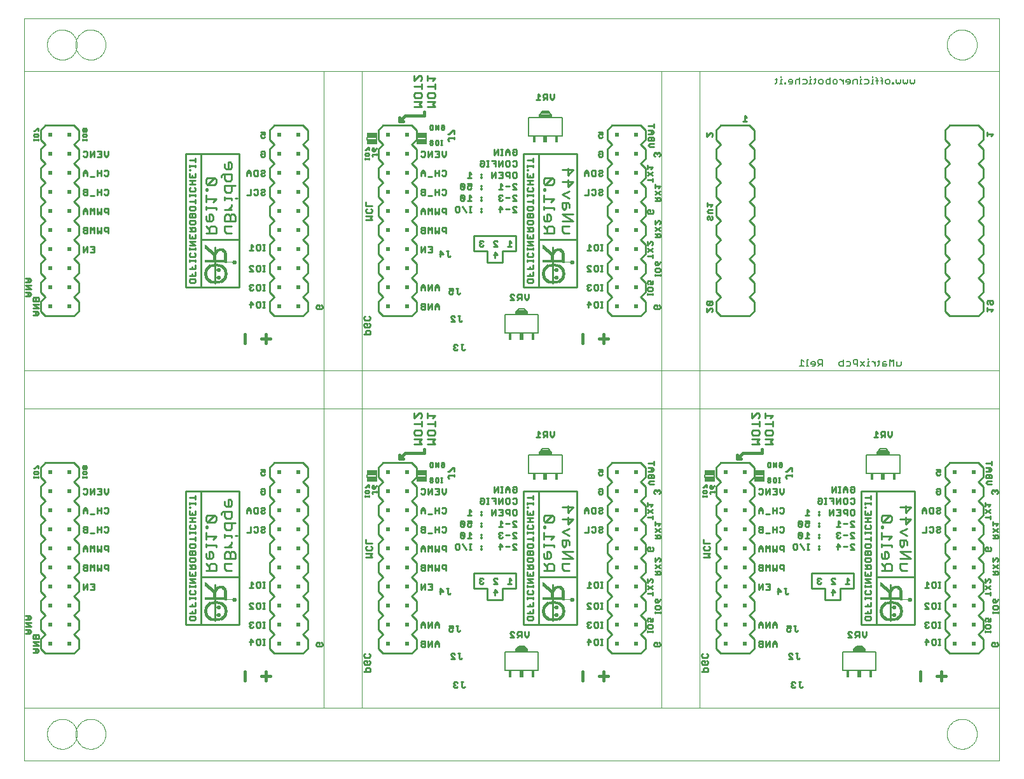
<source format=gbr>
G75*
%MOIN*%
%OFA0B0*%
%FSLAX24Y24*%
%IPPOS*%
%LPD*%
%AMOC8*
5,1,8,0,0,1.08239X$1,22.5*
%
%ADD10C,0.0010*%
%ADD11C,0.0100*%
%ADD12C,0.0160*%
%ADD13R,0.0004X0.0075*%
%ADD14R,0.0004X0.0165*%
%ADD15R,0.0004X0.0220*%
%ADD16R,0.0004X0.0264*%
%ADD17R,0.0004X0.0295*%
%ADD18R,0.0004X0.0327*%
%ADD19R,0.0004X0.0354*%
%ADD20R,0.0004X0.0150*%
%ADD21R,0.0004X0.0193*%
%ADD22R,0.0004X0.0382*%
%ADD23R,0.0004X0.0150*%
%ADD24R,0.0004X0.0193*%
%ADD25R,0.0004X0.0402*%
%ADD26R,0.0004X0.0197*%
%ADD27R,0.0004X0.0421*%
%ADD28R,0.0004X0.0197*%
%ADD29R,0.0004X0.0445*%
%ADD30R,0.0004X0.0197*%
%ADD31R,0.0004X0.0461*%
%ADD32R,0.0004X0.0480*%
%ADD33R,0.0004X0.0193*%
%ADD34R,0.0004X0.0496*%
%ADD35R,0.0004X0.0193*%
%ADD36R,0.0004X0.0512*%
%ADD37R,0.0004X0.0193*%
%ADD38R,0.0004X0.0528*%
%ADD39R,0.0004X0.0543*%
%ADD40R,0.0004X0.0555*%
%ADD41R,0.0004X0.0567*%
%ADD42R,0.0004X0.0583*%
%ADD43R,0.0004X0.0594*%
%ADD44R,0.0004X0.0606*%
%ADD45R,0.0004X0.0193*%
%ADD46R,0.0004X0.0618*%
%ADD47R,0.0004X0.0630*%
%ADD48R,0.0004X0.0638*%
%ADD49R,0.0004X0.0197*%
%ADD50R,0.0004X0.0654*%
%ADD51R,0.0004X0.0661*%
%ADD52R,0.0004X0.0669*%
%ADD53R,0.0004X0.0677*%
%ADD54R,0.0004X0.0693*%
%ADD55R,0.0004X0.0701*%
%ADD56R,0.0004X0.0709*%
%ADD57R,0.0004X0.0717*%
%ADD58R,0.0004X0.0311*%
%ADD59R,0.0004X0.0311*%
%ADD60R,0.0004X0.0287*%
%ADD61R,0.0004X0.0276*%
%ADD62R,0.0004X0.0272*%
%ADD63R,0.0004X0.0264*%
%ADD64R,0.0004X0.0256*%
%ADD65R,0.0004X0.0252*%
%ADD66R,0.0004X0.0248*%
%ADD67R,0.0004X0.0244*%
%ADD68R,0.0004X0.0240*%
%ADD69R,0.0004X0.0240*%
%ADD70R,0.0004X0.0236*%
%ADD71R,0.0004X0.0236*%
%ADD72R,0.0004X0.0232*%
%ADD73R,0.0004X0.0228*%
%ADD74R,0.0004X0.0228*%
%ADD75R,0.0004X0.0224*%
%ADD76R,0.0004X0.0217*%
%ADD77R,0.0004X0.0217*%
%ADD78R,0.0004X0.0217*%
%ADD79R,0.0004X0.0213*%
%ADD80R,0.0004X0.0213*%
%ADD81R,0.0004X0.0209*%
%ADD82R,0.0004X0.0205*%
%ADD83R,0.0004X0.0205*%
%ADD84R,0.0004X0.0205*%
%ADD85R,0.0004X0.0201*%
%ADD86R,0.0004X0.0201*%
%ADD87R,0.0004X0.0189*%
%ADD88R,0.0004X0.0201*%
%ADD89R,0.0004X0.0193*%
%ADD90R,0.0004X0.0193*%
%ADD91R,0.0004X0.0189*%
%ADD92R,0.0004X0.0189*%
%ADD93R,0.0004X0.0185*%
%ADD94R,0.0004X0.0185*%
%ADD95R,0.0004X0.0185*%
%ADD96R,0.0004X0.0185*%
%ADD97R,0.0004X0.0181*%
%ADD98R,0.0004X0.0181*%
%ADD99R,0.0004X0.0177*%
%ADD100R,0.0004X0.0177*%
%ADD101R,0.0004X0.0177*%
%ADD102R,0.0004X0.0173*%
%ADD103R,0.0004X0.0173*%
%ADD104R,0.0004X0.0173*%
%ADD105R,0.0004X0.0169*%
%ADD106R,0.0004X0.0173*%
%ADD107R,0.0004X0.0189*%
%ADD108R,0.0004X0.0169*%
%ADD109R,0.0004X0.0169*%
%ADD110R,0.0004X0.0169*%
%ADD111R,0.0004X0.0165*%
%ADD112R,0.0004X0.0165*%
%ADD113R,0.0004X0.0161*%
%ADD114R,0.0004X0.0161*%
%ADD115R,0.0004X0.0161*%
%ADD116R,0.0004X0.0161*%
%ADD117R,0.0004X0.0157*%
%ADD118R,0.0004X0.0157*%
%ADD119R,0.0004X0.0157*%
%ADD120R,0.0004X0.0157*%
%ADD121R,0.0004X0.0154*%
%ADD122R,0.0004X0.0154*%
%ADD123R,0.0004X0.0551*%
%ADD124R,0.0004X0.0547*%
%ADD125R,0.0004X0.0543*%
%ADD126R,0.0004X0.0539*%
%ADD127R,0.0004X0.0154*%
%ADD128R,0.0004X0.0535*%
%ADD129R,0.0004X0.0154*%
%ADD130R,0.0004X0.0571*%
%ADD131R,0.0004X0.0154*%
%ADD132R,0.0004X0.0579*%
%ADD133R,0.0004X0.0154*%
%ADD134R,0.0004X0.0587*%
%ADD135R,0.0004X0.0591*%
%ADD136R,0.0004X0.0154*%
%ADD137R,0.0004X0.0598*%
%ADD138R,0.0004X0.0602*%
%ADD139R,0.0004X0.0610*%
%ADD140R,0.0004X0.0157*%
%ADD141R,0.0004X0.0614*%
%ADD142R,0.0004X0.0618*%
%ADD143R,0.0004X0.0626*%
%ADD144R,0.0004X0.0634*%
%ADD145R,0.0004X0.0642*%
%ADD146R,0.0004X0.0646*%
%ADD147R,0.0004X0.0280*%
%ADD148R,0.0004X0.0236*%
%ADD149R,0.0004X0.0031*%
%ADD150R,0.0004X0.0031*%
%ADD151R,0.0004X0.0067*%
%ADD152R,0.0004X0.0087*%
%ADD153R,0.0004X0.0087*%
%ADD154R,0.0004X0.0102*%
%ADD155R,0.0004X0.0102*%
%ADD156R,0.0004X0.0114*%
%ADD157R,0.0004X0.0181*%
%ADD158R,0.0004X0.0126*%
%ADD159R,0.0004X0.0126*%
%ADD160R,0.0004X0.0134*%
%ADD161R,0.0004X0.0134*%
%ADD162R,0.0004X0.0146*%
%ADD163R,0.0004X0.0177*%
%ADD164R,0.0004X0.0197*%
%ADD165R,0.0004X0.0201*%
%ADD166R,0.0004X0.0205*%
%ADD167R,0.0004X0.0154*%
%ADD168R,0.0004X0.0209*%
%ADD169R,0.0004X0.0165*%
%ADD170R,0.0004X0.0138*%
%ADD171R,0.0004X0.0126*%
%ADD172R,0.0004X0.0126*%
%ADD173R,0.0004X0.0118*%
%ADD174R,0.0004X0.0118*%
%ADD175R,0.0004X0.0091*%
%ADD176R,0.0004X0.0071*%
%ADD177R,0.0004X0.0071*%
%ADD178R,0.0004X0.0039*%
%ADD179R,0.0004X0.0039*%
%ADD180R,0.0004X0.0173*%
%ADD181R,0.0004X0.0173*%
%ADD182R,0.0004X0.0177*%
%ADD183R,0.0004X0.0177*%
%ADD184R,0.0004X0.0177*%
%ADD185R,0.0004X0.0181*%
%ADD186R,0.0004X0.0213*%
%ADD187R,0.0004X0.0217*%
%ADD188R,0.0004X0.0217*%
%ADD189R,0.0004X0.0220*%
%ADD190R,0.0004X0.0240*%
%ADD191R,0.0004X0.0228*%
%ADD192R,0.0004X0.0256*%
%ADD193R,0.0004X0.0232*%
%ADD194R,0.0004X0.0272*%
%ADD195R,0.0004X0.0240*%
%ADD196R,0.0004X0.0295*%
%ADD197R,0.0004X0.0244*%
%ADD198R,0.0004X0.0689*%
%ADD199R,0.0004X0.0689*%
%ADD200R,0.0004X0.0260*%
%ADD201R,0.0004X0.0685*%
%ADD202R,0.0004X0.0272*%
%ADD203R,0.0004X0.0681*%
%ADD204R,0.0004X0.0677*%
%ADD205R,0.0004X0.0673*%
%ADD206R,0.0004X0.0717*%
%ADD207R,0.0004X0.0669*%
%ADD208R,0.0004X0.0665*%
%ADD209R,0.0004X0.0701*%
%ADD210R,0.0004X0.0661*%
%ADD211R,0.0004X0.0693*%
%ADD212R,0.0004X0.0657*%
%ADD213R,0.0004X0.0654*%
%ADD214R,0.0004X0.0642*%
%ADD215R,0.0004X0.0638*%
%ADD216R,0.0004X0.0638*%
%ADD217R,0.0004X0.0614*%
%ADD218R,0.0004X0.0622*%
%ADD219R,0.0004X0.0614*%
%ADD220R,0.0004X0.0591*%
%ADD221R,0.0004X0.0583*%
%ADD222R,0.0004X0.0594*%
%ADD223R,0.0004X0.0512*%
%ADD224R,0.0004X0.0559*%
%ADD225R,0.0004X0.0496*%
%ADD226R,0.0004X0.0547*%
%ADD227R,0.0004X0.0476*%
%ADD228R,0.0004X0.0535*%
%ADD229R,0.0004X0.0457*%
%ADD230R,0.0004X0.0524*%
%ADD231R,0.0004X0.0441*%
%ADD232R,0.0004X0.0508*%
%ADD233R,0.0004X0.0488*%
%ADD234R,0.0004X0.0398*%
%ADD235R,0.0004X0.0465*%
%ADD236R,0.0004X0.0374*%
%ADD237R,0.0004X0.0433*%
%ADD238R,0.0004X0.0350*%
%ADD239R,0.0004X0.0323*%
%ADD240R,0.0004X0.0031*%
%ADD241R,0.0004X0.0295*%
%ADD242R,0.0004X0.0260*%
%ADD243R,0.0004X0.0075*%
%ADD244R,0.0004X0.0032*%
%ADD245R,0.0004X0.0031*%
%ADD246R,0.0004X0.0059*%
%ADD247R,0.0004X0.0083*%
%ADD248R,0.0004X0.0098*%
%ADD249R,0.0004X0.0114*%
%ADD250R,0.0004X0.0122*%
%ADD251R,0.0004X0.0130*%
%ADD252R,0.0004X0.0142*%
%ADD253R,0.0004X0.0138*%
%ADD254R,0.0004X0.0106*%
%ADD255R,0.0004X0.0091*%
%ADD256R,0.0004X0.0075*%
%ADD257R,0.0004X0.0051*%
%ADD258C,0.0110*%
%ADD259C,0.0170*%
%ADD260C,0.0000*%
%ADD261C,0.0060*%
%ADD262R,0.0200X0.0200*%
%ADD263C,0.0080*%
%ADD264R,0.0180X0.0330*%
%ADD265R,0.0220X0.0330*%
%ADD266C,0.0079*%
%ADD267R,0.0551X0.0256*%
D10*
X000233Y000105D02*
X000233Y002865D01*
X035633Y002865D01*
X035633Y018565D01*
X035633Y020565D01*
X035633Y036265D01*
X051333Y036265D01*
X051333Y020565D01*
X035633Y020565D01*
X035633Y036265D01*
X051333Y036265D01*
X051333Y020565D01*
X035633Y020565D01*
X033633Y020565D01*
X033633Y018565D01*
X035633Y018565D01*
X051333Y018565D01*
X051333Y020565D01*
X051333Y018565D02*
X051333Y002865D01*
X051333Y000105D01*
X000233Y000105D01*
X000233Y002865D02*
X000233Y018565D01*
X015933Y018565D01*
X015933Y020565D01*
X000233Y020565D01*
X000233Y018565D01*
X015933Y018565D01*
X017933Y018565D01*
X033633Y018565D01*
X033633Y002865D01*
X017933Y002865D01*
X017933Y018565D01*
X033633Y018565D01*
X033633Y002865D01*
X017933Y002865D01*
X017933Y018565D01*
X017933Y018575D02*
X017933Y020565D01*
X015933Y020565D01*
X015933Y036265D01*
X035633Y036265D01*
X033633Y036265D02*
X033633Y020565D01*
X017933Y020565D01*
X017933Y036265D01*
X033633Y036265D01*
X033633Y020565D01*
X017933Y020565D01*
X017933Y036265D01*
X033633Y036265D01*
X051333Y036265D02*
X051333Y039025D01*
X051333Y018565D02*
X035633Y018565D01*
X035633Y002865D01*
X051333Y002865D01*
X051333Y018565D01*
X051333Y002865D02*
X035633Y002865D01*
X015933Y002865D02*
X015933Y018565D01*
X015933Y002865D01*
X000233Y002865D01*
X000233Y018565D01*
X000233Y020565D02*
X000233Y036265D01*
X000233Y039025D01*
X000233Y036265D02*
X000233Y036265D01*
X015933Y036265D01*
X015933Y020565D01*
X000233Y020565D01*
X000233Y036265D01*
X015933Y036265D01*
X015933Y002865D02*
X000233Y002865D01*
D11*
X000683Y005765D02*
X000884Y005765D01*
X000984Y005865D01*
X000884Y005965D01*
X000683Y005965D01*
X000833Y005965D02*
X000833Y005765D01*
X001083Y005965D02*
X001083Y006465D01*
X001333Y006715D01*
X001083Y006965D01*
X001083Y007465D01*
X001333Y007715D01*
X001083Y007965D01*
X001083Y008465D01*
X001333Y008715D01*
X001083Y008965D01*
X001083Y009465D01*
X001333Y009715D01*
X001083Y009965D01*
X001083Y010465D01*
X001333Y010715D01*
X001083Y010965D01*
X001083Y011465D01*
X001333Y011715D01*
X001083Y011965D01*
X001083Y012465D01*
X001333Y012715D01*
X001083Y012965D01*
X001083Y013465D01*
X001333Y013715D01*
X001083Y013965D01*
X001083Y014465D01*
X001333Y014715D01*
X001083Y014965D01*
X001083Y015465D01*
X001333Y015715D01*
X002833Y015715D01*
X003083Y015465D01*
X003083Y014965D01*
X002833Y014715D01*
X003083Y014465D01*
X003083Y013965D01*
X002833Y013715D01*
X003083Y013465D01*
X003083Y012965D01*
X002833Y012715D01*
X003083Y012465D01*
X003083Y011965D01*
X002833Y011715D01*
X003083Y011465D01*
X003083Y010965D01*
X002833Y010715D01*
X003083Y010465D01*
X003083Y009965D01*
X002833Y009715D01*
X003083Y009465D01*
X003083Y008965D01*
X002833Y008715D01*
X003083Y008465D01*
X003083Y007965D01*
X002833Y007715D01*
X003083Y007465D01*
X003083Y006965D01*
X002833Y006715D01*
X003083Y006465D01*
X003083Y005965D01*
X002833Y005715D01*
X001333Y005715D01*
X001083Y005965D01*
X000984Y006133D02*
X000683Y006333D01*
X000984Y006333D01*
X000984Y006502D02*
X000984Y006652D01*
X000934Y006702D01*
X000884Y006702D01*
X000833Y006652D01*
X000833Y006502D01*
X000683Y006502D02*
X000683Y006652D01*
X000733Y006702D01*
X000783Y006702D01*
X000833Y006652D01*
X000683Y006502D02*
X000984Y006502D01*
X000984Y006133D02*
X000683Y006133D01*
X000484Y006765D02*
X000584Y006865D01*
X000484Y006965D01*
X000283Y006965D01*
X000433Y006965D02*
X000433Y006765D01*
X000484Y006765D02*
X000283Y006765D01*
X000283Y007133D02*
X000584Y007133D01*
X000283Y007333D01*
X000584Y007333D01*
X000484Y007502D02*
X000584Y007602D01*
X000484Y007702D01*
X000283Y007702D01*
X000433Y007702D02*
X000433Y007502D01*
X000484Y007502D02*
X000283Y007502D01*
X003301Y009065D02*
X003301Y009365D01*
X003502Y009365D02*
X003301Y009065D01*
X003502Y009065D02*
X003502Y009365D01*
X003670Y009365D02*
X003870Y009365D01*
X003870Y009065D01*
X003670Y009065D01*
X003770Y009215D02*
X003870Y009215D01*
X003870Y010065D02*
X003870Y010365D01*
X003770Y010265D01*
X003670Y010365D01*
X003670Y010065D01*
X003502Y010065D02*
X003352Y010065D01*
X003301Y010115D01*
X003301Y010165D01*
X003352Y010215D01*
X003502Y010215D01*
X003502Y010065D02*
X003502Y010365D01*
X003352Y010365D01*
X003301Y010315D01*
X003301Y010265D01*
X003352Y010215D01*
X004038Y010065D02*
X004038Y010365D01*
X004238Y010365D02*
X004238Y010065D01*
X004138Y010165D01*
X004038Y010065D01*
X004406Y010215D02*
X004406Y010315D01*
X004456Y010365D01*
X004607Y010365D01*
X004607Y010065D01*
X004607Y010165D02*
X004456Y010165D01*
X004406Y010215D01*
X004238Y011065D02*
X004138Y011165D01*
X004038Y011065D01*
X004038Y011365D01*
X003870Y011365D02*
X003770Y011265D01*
X003670Y011365D01*
X003670Y011065D01*
X003502Y011065D02*
X003502Y011265D01*
X003402Y011365D01*
X003301Y011265D01*
X003301Y011065D01*
X003301Y011215D02*
X003502Y011215D01*
X003870Y011065D02*
X003870Y011365D01*
X004238Y011365D02*
X004238Y011065D01*
X004406Y011215D02*
X004456Y011165D01*
X004607Y011165D01*
X004607Y011065D02*
X004607Y011365D01*
X004456Y011365D01*
X004406Y011315D01*
X004406Y011215D01*
X004456Y012065D02*
X004406Y012115D01*
X004456Y012065D02*
X004557Y012065D01*
X004607Y012115D01*
X004607Y012315D01*
X004557Y012365D01*
X004456Y012365D01*
X004406Y012315D01*
X004238Y012365D02*
X004238Y012065D01*
X004238Y012215D02*
X004038Y012215D01*
X004038Y012365D02*
X004038Y012065D01*
X003870Y012015D02*
X003670Y012015D01*
X003502Y012065D02*
X003352Y012065D01*
X003301Y012115D01*
X003301Y012165D01*
X003352Y012215D01*
X003502Y012215D01*
X003502Y012065D02*
X003502Y012365D01*
X003352Y012365D01*
X003301Y012315D01*
X003301Y012265D01*
X003352Y012215D01*
X003301Y013065D02*
X003301Y013265D01*
X003402Y013365D01*
X003502Y013265D01*
X003502Y013065D01*
X003502Y013215D02*
X003301Y013215D01*
X003670Y013015D02*
X003870Y013015D01*
X004038Y013065D02*
X004038Y013365D01*
X004038Y013215D02*
X004238Y013215D01*
X004238Y013065D02*
X004238Y013365D01*
X004406Y013315D02*
X004456Y013365D01*
X004557Y013365D01*
X004607Y013315D01*
X004607Y013115D01*
X004557Y013065D01*
X004456Y013065D01*
X004406Y013115D01*
X004507Y014065D02*
X004406Y014165D01*
X004406Y014365D01*
X004238Y014365D02*
X004238Y014065D01*
X004038Y014065D01*
X003870Y014065D02*
X003870Y014365D01*
X003670Y014065D01*
X003670Y014365D01*
X003502Y014315D02*
X003502Y014115D01*
X003452Y014065D01*
X003352Y014065D01*
X003301Y014115D01*
X003301Y014315D02*
X003352Y014365D01*
X003452Y014365D01*
X003502Y014315D01*
X004038Y014365D02*
X004238Y014365D01*
X004238Y014215D02*
X004138Y014215D01*
X004507Y014065D02*
X004607Y014165D01*
X004607Y014365D01*
X003494Y014915D02*
X003494Y014988D01*
X003494Y014952D02*
X003273Y014952D01*
X003273Y014988D02*
X003273Y014915D01*
X003310Y015111D02*
X003273Y015148D01*
X003273Y015222D01*
X003310Y015258D01*
X003457Y015258D01*
X003494Y015222D01*
X003494Y015148D01*
X003457Y015111D01*
X003310Y015111D01*
X003310Y015406D02*
X003347Y015406D01*
X003383Y015443D01*
X003383Y015516D01*
X003347Y015553D01*
X003310Y015553D01*
X003273Y015516D01*
X003273Y015443D01*
X003310Y015406D01*
X003383Y015443D02*
X003420Y015406D01*
X003457Y015406D01*
X003494Y015443D01*
X003494Y015516D01*
X003457Y015553D01*
X003420Y015553D01*
X003383Y015516D01*
X000944Y015570D02*
X000907Y015570D01*
X000760Y015423D01*
X000723Y015423D01*
X000760Y015275D02*
X000907Y015275D01*
X000944Y015239D01*
X000944Y015165D01*
X000907Y015129D01*
X000760Y015129D01*
X000723Y015165D01*
X000723Y015239D01*
X000760Y015275D01*
X000944Y015423D02*
X000944Y015570D01*
X000944Y015006D02*
X000944Y014932D01*
X000944Y014969D02*
X000723Y014969D01*
X000723Y014932D02*
X000723Y015006D01*
X008683Y014215D02*
X009483Y014215D01*
X011483Y014215D01*
X011483Y009715D01*
X009483Y009715D01*
X009483Y014215D01*
X009184Y013988D02*
X009184Y013788D01*
X009184Y013888D02*
X008883Y013888D01*
X008883Y013642D02*
X008883Y013542D01*
X008883Y013592D02*
X009184Y013592D01*
X009184Y013542D02*
X009184Y013642D01*
X008933Y013408D02*
X008883Y013408D01*
X008883Y013358D01*
X008933Y013358D01*
X008933Y013408D01*
X008883Y013190D02*
X008883Y012990D01*
X009184Y012990D01*
X009184Y013190D01*
X009033Y013090D02*
X009033Y012990D01*
X009033Y012822D02*
X009033Y012621D01*
X008883Y012621D02*
X009184Y012621D01*
X009134Y012453D02*
X009184Y012403D01*
X009184Y012303D01*
X009134Y012253D01*
X008933Y012253D01*
X008883Y012303D01*
X008883Y012403D01*
X008933Y012453D01*
X008883Y012108D02*
X008883Y012008D01*
X008883Y012058D02*
X009184Y012058D01*
X009184Y012008D02*
X009184Y012108D01*
X009184Y011839D02*
X009184Y011639D01*
X009184Y011739D02*
X008883Y011739D01*
X008933Y011471D02*
X009134Y011471D01*
X009184Y011421D01*
X009184Y011321D01*
X009134Y011271D01*
X008933Y011271D01*
X008883Y011321D01*
X008883Y011421D01*
X008933Y011471D01*
X008933Y011103D02*
X008883Y011053D01*
X008883Y010903D01*
X009184Y010903D01*
X009184Y011053D01*
X009134Y011103D01*
X009084Y011103D01*
X009033Y011053D01*
X009033Y010903D01*
X009033Y011053D02*
X008983Y011103D01*
X008933Y011103D01*
X008933Y010734D02*
X009134Y010734D01*
X009184Y010684D01*
X009184Y010584D01*
X009134Y010534D01*
X008933Y010534D01*
X008883Y010584D01*
X008883Y010684D01*
X008933Y010734D01*
X008883Y010366D02*
X008983Y010266D01*
X008983Y010316D02*
X008983Y010166D01*
X008883Y010166D02*
X009184Y010166D01*
X009184Y010316D01*
X009134Y010366D01*
X009033Y010366D01*
X008983Y010316D01*
X008883Y009998D02*
X008883Y009798D01*
X009184Y009798D01*
X009184Y009998D01*
X009033Y009898D02*
X009033Y009798D01*
X008883Y009630D02*
X009184Y009630D01*
X009184Y009429D02*
X008883Y009630D01*
X008883Y009429D02*
X009184Y009429D01*
X009184Y009284D02*
X009184Y009184D01*
X009184Y009234D02*
X008883Y009234D01*
X008883Y009184D02*
X008883Y009284D01*
X008933Y009016D02*
X008883Y008966D01*
X008883Y008866D01*
X008933Y008815D01*
X009134Y008815D01*
X009184Y008866D01*
X009184Y008966D01*
X009134Y009016D01*
X009184Y008670D02*
X009184Y008570D01*
X009184Y008620D02*
X008883Y008620D01*
X008883Y008570D02*
X008883Y008670D01*
X009033Y008302D02*
X009033Y008202D01*
X008883Y008202D02*
X009184Y008202D01*
X009184Y008402D01*
X009184Y008033D02*
X009184Y007833D01*
X008883Y007833D01*
X009033Y007833D02*
X009033Y007933D01*
X008933Y007665D02*
X009134Y007665D01*
X009184Y007615D01*
X009184Y007515D01*
X009134Y007465D01*
X008933Y007465D01*
X008883Y007515D01*
X008883Y007615D01*
X008933Y007665D01*
X008683Y007215D02*
X008683Y014215D01*
X008883Y012822D02*
X009184Y012822D01*
X011897Y013065D02*
X011897Y013265D01*
X011997Y013365D01*
X012097Y013265D01*
X012097Y013065D01*
X012097Y013215D02*
X011897Y013215D01*
X012265Y013115D02*
X012265Y013315D01*
X012315Y013365D01*
X012465Y013365D01*
X012465Y013065D01*
X012315Y013065D01*
X012265Y013115D01*
X012633Y013115D02*
X012683Y013065D01*
X012783Y013065D01*
X012833Y013115D01*
X012783Y013215D02*
X012683Y013215D01*
X012633Y013165D01*
X012633Y013115D01*
X012783Y013215D02*
X012833Y013265D01*
X012833Y013315D01*
X012783Y013365D01*
X012683Y013365D01*
X012633Y013315D01*
X013083Y013465D02*
X013083Y012965D01*
X013333Y012715D01*
X013083Y012465D01*
X013083Y011965D01*
X013333Y011715D01*
X013083Y011465D01*
X013083Y010965D01*
X013333Y010715D01*
X013083Y010465D01*
X013083Y009965D01*
X013333Y009715D01*
X013083Y009465D01*
X013083Y008965D01*
X013333Y008715D01*
X013083Y008465D01*
X013083Y007965D01*
X013333Y007715D01*
X013083Y007465D01*
X013083Y006965D01*
X013333Y006715D01*
X013083Y006465D01*
X013083Y005965D01*
X013333Y005715D01*
X014833Y005715D01*
X015083Y005965D01*
X015083Y006465D01*
X014833Y006715D01*
X015083Y006965D01*
X015083Y007465D01*
X014833Y007715D01*
X015083Y007965D01*
X015083Y008465D01*
X014833Y008715D01*
X015083Y008965D01*
X015083Y009465D01*
X014833Y009715D01*
X015083Y009965D01*
X015083Y010465D01*
X014833Y010715D01*
X015083Y010965D01*
X015083Y011465D01*
X014833Y011715D01*
X015083Y011965D01*
X015083Y012465D01*
X014833Y012715D01*
X015083Y012965D01*
X015083Y013465D01*
X014833Y013715D01*
X015083Y013965D01*
X015083Y014465D01*
X014833Y014715D01*
X015083Y014965D01*
X015083Y015465D01*
X014833Y015715D01*
X013333Y015715D01*
X013083Y015465D01*
X013083Y014965D01*
X013333Y014715D01*
X013083Y014465D01*
X013083Y013965D01*
X013333Y013715D01*
X013083Y013465D01*
X012783Y014065D02*
X012683Y014065D01*
X012633Y014115D01*
X012633Y014215D01*
X012733Y014215D01*
X012633Y014315D02*
X012683Y014365D01*
X012783Y014365D01*
X012833Y014315D01*
X012833Y014115D01*
X012783Y014065D01*
X012783Y015065D02*
X012833Y015115D01*
X012783Y015065D02*
X012683Y015065D01*
X012633Y015115D01*
X012633Y015215D01*
X012683Y015265D01*
X012733Y015265D01*
X012833Y015215D01*
X012833Y015365D01*
X012633Y015365D01*
X012683Y012365D02*
X012783Y012365D01*
X012833Y012315D01*
X012833Y012265D01*
X012783Y012215D01*
X012683Y012215D01*
X012633Y012165D01*
X012633Y012115D01*
X012683Y012065D01*
X012783Y012065D01*
X012833Y012115D01*
X012633Y012315D02*
X012683Y012365D01*
X012465Y012315D02*
X012465Y012115D01*
X012415Y012065D01*
X012315Y012065D01*
X012265Y012115D01*
X012097Y012065D02*
X011897Y012065D01*
X012097Y012065D02*
X012097Y012365D01*
X012265Y012315D02*
X012315Y012365D01*
X012415Y012365D01*
X012465Y012315D01*
X011483Y009715D02*
X011483Y007215D01*
X009483Y007215D01*
X008683Y007215D01*
X009483Y007215D02*
X009483Y009715D01*
X010213Y009315D02*
X010213Y007415D01*
X012019Y007315D02*
X012019Y007265D01*
X012069Y007215D01*
X012019Y007165D01*
X012019Y007115D01*
X012069Y007065D01*
X012169Y007065D01*
X012219Y007115D01*
X012119Y007215D02*
X012069Y007215D01*
X012019Y007315D02*
X012069Y007365D01*
X012169Y007365D01*
X012219Y007315D01*
X012388Y007315D02*
X012438Y007365D01*
X012538Y007365D01*
X012588Y007315D01*
X012588Y007115D01*
X012538Y007065D01*
X012438Y007065D01*
X012388Y007115D01*
X012388Y007315D01*
X012733Y007365D02*
X012833Y007365D01*
X012783Y007365D02*
X012783Y007065D01*
X012833Y007065D02*
X012733Y007065D01*
X012733Y006465D02*
X012833Y006465D01*
X012783Y006465D02*
X012783Y006165D01*
X012833Y006165D02*
X012733Y006165D01*
X012588Y006215D02*
X012538Y006165D01*
X012438Y006165D01*
X012388Y006215D01*
X012388Y006415D01*
X012438Y006465D01*
X012538Y006465D01*
X012588Y006415D01*
X012588Y006215D01*
X012219Y006315D02*
X012019Y006315D01*
X012069Y006165D02*
X012069Y006465D01*
X012219Y006315D01*
X012219Y008065D02*
X012019Y008265D01*
X012019Y008315D01*
X012069Y008365D01*
X012169Y008365D01*
X012219Y008315D01*
X012388Y008315D02*
X012438Y008365D01*
X012538Y008365D01*
X012588Y008315D01*
X012588Y008115D01*
X012538Y008065D01*
X012438Y008065D01*
X012388Y008115D01*
X012388Y008315D01*
X012219Y008065D02*
X012019Y008065D01*
X012733Y008065D02*
X012833Y008065D01*
X012783Y008065D02*
X012783Y008365D01*
X012833Y008365D02*
X012733Y008365D01*
X012733Y009165D02*
X012833Y009165D01*
X012783Y009165D02*
X012783Y009465D01*
X012833Y009465D02*
X012733Y009465D01*
X012588Y009415D02*
X012538Y009465D01*
X012438Y009465D01*
X012388Y009415D01*
X012388Y009215D01*
X012438Y009165D01*
X012538Y009165D01*
X012588Y009215D01*
X012588Y009415D01*
X012219Y009365D02*
X012119Y009465D01*
X012119Y009165D01*
X012219Y009165D02*
X012019Y009165D01*
X015533Y006231D02*
X015583Y006281D01*
X015683Y006281D01*
X015683Y006181D01*
X015583Y006081D02*
X015533Y006131D01*
X015533Y006231D01*
X015583Y006081D02*
X015784Y006081D01*
X015834Y006131D01*
X015834Y006231D01*
X015784Y006281D01*
X018033Y005647D02*
X018083Y005697D01*
X018033Y005647D02*
X018033Y005547D01*
X018083Y005497D01*
X018284Y005497D01*
X018334Y005547D01*
X018334Y005647D01*
X018284Y005697D01*
X018284Y005329D02*
X018334Y005278D01*
X018334Y005178D01*
X018284Y005128D01*
X018083Y005128D01*
X018033Y005178D01*
X018033Y005278D01*
X018083Y005329D01*
X018183Y005329D01*
X018183Y005228D01*
X018183Y004960D02*
X018133Y004910D01*
X018133Y004760D01*
X018033Y004760D02*
X018334Y004760D01*
X018334Y004910D01*
X018284Y004960D01*
X018183Y004960D01*
X019033Y005715D02*
X020533Y005715D01*
X020783Y005965D01*
X020783Y006465D01*
X020533Y006715D01*
X020783Y006965D01*
X020783Y007465D01*
X020533Y007715D01*
X020783Y007965D01*
X020783Y008465D01*
X020533Y008715D01*
X020783Y008965D01*
X020783Y009465D01*
X020533Y009715D01*
X020783Y009965D01*
X020783Y010465D01*
X020533Y010715D01*
X020783Y010965D01*
X020783Y011465D01*
X020533Y011715D01*
X020783Y011965D01*
X020783Y012465D01*
X020533Y012715D01*
X020783Y012965D01*
X020783Y013465D01*
X020533Y013715D01*
X020783Y013965D01*
X020783Y014465D01*
X020533Y014715D01*
X020783Y014965D01*
X020783Y015465D01*
X020533Y015715D01*
X019033Y015715D01*
X018783Y015465D01*
X018783Y014965D01*
X019033Y014715D01*
X018783Y014465D01*
X018783Y013965D01*
X019033Y013715D01*
X018783Y013465D01*
X018783Y012965D01*
X019033Y012715D01*
X018783Y012465D01*
X018783Y011965D01*
X019033Y011715D01*
X018783Y011465D01*
X018783Y010965D01*
X019033Y010715D01*
X018783Y010465D01*
X018783Y009965D01*
X019033Y009715D01*
X018783Y009465D01*
X018783Y008965D01*
X019033Y008715D01*
X018783Y008465D01*
X018783Y007965D01*
X019033Y007715D01*
X018783Y007465D01*
X018783Y006965D01*
X019033Y006715D01*
X018783Y006465D01*
X018783Y005965D01*
X019033Y005715D01*
X021001Y006115D02*
X021052Y006065D01*
X021202Y006065D01*
X021202Y006365D01*
X021052Y006365D01*
X021001Y006315D01*
X021001Y006265D01*
X021052Y006215D01*
X021202Y006215D01*
X021052Y006215D02*
X021001Y006165D01*
X021001Y006115D01*
X021370Y006065D02*
X021370Y006365D01*
X021570Y006365D02*
X021370Y006065D01*
X021570Y006065D02*
X021570Y006365D01*
X021738Y006265D02*
X021738Y006065D01*
X021738Y006215D02*
X021938Y006215D01*
X021938Y006265D02*
X021838Y006365D01*
X021738Y006265D01*
X021938Y006265D02*
X021938Y006065D01*
X022583Y005665D02*
X022633Y005715D01*
X022733Y005715D01*
X022783Y005665D01*
X022951Y005715D02*
X023052Y005715D01*
X023002Y005715D02*
X023002Y005465D01*
X023052Y005415D01*
X023102Y005415D01*
X023152Y005465D01*
X022783Y005415D02*
X022583Y005615D01*
X022583Y005665D01*
X022583Y005415D02*
X022783Y005415D01*
X022783Y004215D02*
X022733Y004165D01*
X022733Y004115D01*
X022783Y004065D01*
X022733Y004015D01*
X022733Y003965D01*
X022783Y003915D01*
X022883Y003915D01*
X022933Y003965D01*
X022833Y004065D02*
X022783Y004065D01*
X022783Y004215D02*
X022883Y004215D01*
X022933Y004165D01*
X023101Y004215D02*
X023202Y004215D01*
X023152Y004215D02*
X023152Y003965D01*
X023202Y003915D01*
X023252Y003915D01*
X023302Y003965D01*
X025698Y006558D02*
X025898Y006558D01*
X025698Y006758D01*
X025698Y006808D01*
X025748Y006858D01*
X025848Y006858D01*
X025898Y006808D01*
X026066Y006808D02*
X026066Y006708D01*
X026116Y006658D01*
X026267Y006658D01*
X026267Y006558D02*
X026267Y006858D01*
X026116Y006858D01*
X026066Y006808D01*
X026167Y006658D02*
X026066Y006558D01*
X026435Y006658D02*
X026435Y006858D01*
X026635Y006858D02*
X026635Y006658D01*
X026535Y006558D01*
X026435Y006658D01*
X026383Y007215D02*
X026383Y014215D01*
X027183Y014215D01*
X029183Y014215D01*
X029183Y009715D01*
X027183Y009715D01*
X027183Y014215D01*
X026884Y013988D02*
X026884Y013788D01*
X026884Y013888D02*
X026583Y013888D01*
X026583Y013642D02*
X026583Y013542D01*
X026583Y013592D02*
X026884Y013592D01*
X026884Y013542D02*
X026884Y013642D01*
X026633Y013408D02*
X026583Y013408D01*
X026583Y013358D01*
X026633Y013358D01*
X026633Y013408D01*
X026583Y013190D02*
X026583Y012990D01*
X026884Y012990D01*
X026884Y013190D01*
X026733Y013090D02*
X026733Y012990D01*
X026733Y012822D02*
X026733Y012621D01*
X026583Y012621D02*
X026884Y012621D01*
X026834Y012453D02*
X026884Y012403D01*
X026884Y012303D01*
X026834Y012253D01*
X026633Y012253D01*
X026583Y012303D01*
X026583Y012403D01*
X026633Y012453D01*
X026583Y012108D02*
X026583Y012008D01*
X026583Y012058D02*
X026884Y012058D01*
X026884Y012008D02*
X026884Y012108D01*
X026884Y011839D02*
X026884Y011639D01*
X026884Y011739D02*
X026583Y011739D01*
X026633Y011471D02*
X026834Y011471D01*
X026884Y011421D01*
X026884Y011321D01*
X026834Y011271D01*
X026633Y011271D01*
X026583Y011321D01*
X026583Y011421D01*
X026633Y011471D01*
X026633Y011103D02*
X026583Y011053D01*
X026583Y010903D01*
X026884Y010903D01*
X026884Y011053D01*
X026834Y011103D01*
X026784Y011103D01*
X026733Y011053D01*
X026733Y010903D01*
X026733Y011053D02*
X026683Y011103D01*
X026633Y011103D01*
X026633Y010734D02*
X026834Y010734D01*
X026884Y010684D01*
X026884Y010584D01*
X026834Y010534D01*
X026633Y010534D01*
X026583Y010584D01*
X026583Y010684D01*
X026633Y010734D01*
X026583Y010366D02*
X026683Y010266D01*
X026683Y010316D02*
X026683Y010166D01*
X026583Y010166D02*
X026884Y010166D01*
X026884Y010316D01*
X026834Y010366D01*
X026733Y010366D01*
X026683Y010316D01*
X026583Y009998D02*
X026583Y009798D01*
X026884Y009798D01*
X026884Y009998D01*
X026733Y009898D02*
X026733Y009798D01*
X026583Y009630D02*
X026884Y009630D01*
X026884Y009429D02*
X026583Y009630D01*
X026583Y009429D02*
X026884Y009429D01*
X026884Y009284D02*
X026884Y009184D01*
X026884Y009234D02*
X026583Y009234D01*
X026583Y009184D02*
X026583Y009284D01*
X026633Y009016D02*
X026583Y008966D01*
X026583Y008866D01*
X026633Y008815D01*
X026834Y008815D01*
X026884Y008866D01*
X026884Y008966D01*
X026834Y009016D01*
X026884Y008670D02*
X026884Y008570D01*
X026884Y008620D02*
X026583Y008620D01*
X026583Y008570D02*
X026583Y008670D01*
X026733Y008302D02*
X026733Y008202D01*
X026583Y008202D02*
X026884Y008202D01*
X026884Y008402D01*
X026884Y008033D02*
X026884Y007833D01*
X026583Y007833D01*
X026733Y007833D02*
X026733Y007933D01*
X026633Y007665D02*
X026834Y007665D01*
X026884Y007615D01*
X026884Y007515D01*
X026834Y007465D01*
X026633Y007465D01*
X026583Y007515D01*
X026583Y007615D01*
X026633Y007665D01*
X026383Y007215D02*
X027183Y007215D01*
X029183Y007215D01*
X029183Y009715D01*
X029719Y009165D02*
X029919Y009165D01*
X029819Y009165D02*
X029819Y009465D01*
X029919Y009365D01*
X030088Y009415D02*
X030138Y009465D01*
X030238Y009465D01*
X030288Y009415D01*
X030288Y009215D01*
X030238Y009165D01*
X030138Y009165D01*
X030088Y009215D01*
X030088Y009415D01*
X030433Y009465D02*
X030533Y009465D01*
X030483Y009465D02*
X030483Y009165D01*
X030533Y009165D02*
X030433Y009165D01*
X030783Y008965D02*
X031033Y008715D01*
X030783Y008465D01*
X030783Y007965D01*
X031033Y007715D01*
X030783Y007465D01*
X030783Y006965D01*
X031033Y006715D01*
X030783Y006465D01*
X030783Y005965D01*
X031033Y005715D01*
X032533Y005715D01*
X032783Y005965D01*
X032783Y006465D01*
X032533Y006715D01*
X032783Y006965D01*
X032783Y007465D01*
X032533Y007715D01*
X032783Y007965D01*
X032783Y008465D01*
X032533Y008715D01*
X032783Y008965D01*
X032783Y009465D01*
X032533Y009715D01*
X032783Y009965D01*
X032783Y010465D01*
X032533Y010715D01*
X032783Y010965D01*
X032783Y011465D01*
X032533Y011715D01*
X032783Y011965D01*
X032783Y012465D01*
X032533Y012715D01*
X032783Y012965D01*
X032783Y013465D01*
X032533Y013715D01*
X032783Y013965D01*
X032783Y014465D01*
X032533Y014715D01*
X032783Y014965D01*
X032783Y015465D01*
X032533Y015715D01*
X031033Y015715D01*
X030783Y015465D01*
X030783Y014965D01*
X031033Y014715D01*
X030783Y014465D01*
X030783Y013965D01*
X031033Y013715D01*
X030783Y013465D01*
X030783Y012965D01*
X031033Y012715D01*
X030783Y012465D01*
X030783Y011965D01*
X031033Y011715D01*
X030783Y011465D01*
X030783Y010965D01*
X031033Y010715D01*
X030783Y010465D01*
X030783Y009965D01*
X031033Y009715D01*
X030783Y009465D01*
X030783Y008965D01*
X030533Y008365D02*
X030433Y008365D01*
X030483Y008365D02*
X030483Y008065D01*
X030533Y008065D02*
X030433Y008065D01*
X030288Y008115D02*
X030288Y008315D01*
X030238Y008365D01*
X030138Y008365D01*
X030088Y008315D01*
X030088Y008115D01*
X030138Y008065D01*
X030238Y008065D01*
X030288Y008115D01*
X029919Y008065D02*
X029719Y008265D01*
X029719Y008315D01*
X029769Y008365D01*
X029869Y008365D01*
X029919Y008315D01*
X029919Y008065D02*
X029719Y008065D01*
X029769Y007365D02*
X029719Y007315D01*
X029719Y007265D01*
X029769Y007215D01*
X029719Y007165D01*
X029719Y007115D01*
X029769Y007065D01*
X029869Y007065D01*
X029919Y007115D01*
X029819Y007215D02*
X029769Y007215D01*
X029769Y007365D02*
X029869Y007365D01*
X029919Y007315D01*
X030088Y007315D02*
X030138Y007365D01*
X030238Y007365D01*
X030288Y007315D01*
X030288Y007115D01*
X030238Y007065D01*
X030138Y007065D01*
X030088Y007115D01*
X030088Y007315D01*
X030433Y007365D02*
X030533Y007365D01*
X030483Y007365D02*
X030483Y007065D01*
X030533Y007065D02*
X030433Y007065D01*
X030433Y006465D02*
X030533Y006465D01*
X030483Y006465D02*
X030483Y006165D01*
X030533Y006165D02*
X030433Y006165D01*
X030288Y006215D02*
X030288Y006415D01*
X030238Y006465D01*
X030138Y006465D01*
X030088Y006415D01*
X030088Y006215D01*
X030138Y006165D01*
X030238Y006165D01*
X030288Y006215D01*
X029919Y006315D02*
X029719Y006315D01*
X029769Y006165D02*
X029769Y006465D01*
X029919Y006315D01*
X027913Y007415D02*
X027913Y009315D01*
X027183Y009715D02*
X027183Y007215D01*
X025283Y008515D02*
X024483Y008515D01*
X024483Y009115D01*
X023783Y009115D01*
X023783Y009915D01*
X025983Y009915D01*
X025983Y009115D01*
X025283Y009115D01*
X025283Y008515D01*
X025017Y008915D02*
X024817Y008915D01*
X024867Y008765D02*
X024867Y009065D01*
X025017Y008915D01*
X025017Y009365D02*
X024817Y009365D01*
X024817Y009565D02*
X024817Y009615D01*
X024867Y009665D01*
X024967Y009665D01*
X025017Y009615D01*
X024817Y009565D02*
X025017Y009365D01*
X025554Y009365D02*
X025754Y009365D01*
X025654Y009365D02*
X025654Y009665D01*
X025754Y009565D01*
X024281Y009615D02*
X024231Y009665D01*
X024131Y009665D01*
X024081Y009615D01*
X024081Y009565D01*
X024131Y009515D01*
X024081Y009465D01*
X024081Y009415D01*
X024131Y009365D01*
X024231Y009365D01*
X024281Y009415D01*
X024181Y009515D02*
X024131Y009515D01*
X022552Y008865D02*
X022502Y008815D01*
X022452Y008815D01*
X022402Y008865D01*
X022402Y009115D01*
X022452Y009115D02*
X022351Y009115D01*
X022183Y008965D02*
X021983Y008965D01*
X022033Y008815D02*
X022033Y009115D01*
X022183Y008965D01*
X021570Y009065D02*
X021370Y009065D01*
X021202Y009065D02*
X021202Y009365D01*
X021001Y009065D01*
X021001Y009365D01*
X021370Y009365D02*
X021570Y009365D01*
X021570Y009065D01*
X021570Y009215D02*
X021470Y009215D01*
X021570Y010065D02*
X021570Y010365D01*
X021470Y010265D01*
X021370Y010365D01*
X021370Y010065D01*
X021202Y010065D02*
X021052Y010065D01*
X021001Y010115D01*
X021001Y010165D01*
X021052Y010215D01*
X021202Y010215D01*
X021202Y010065D02*
X021202Y010365D01*
X021052Y010365D01*
X021001Y010315D01*
X021001Y010265D01*
X021052Y010215D01*
X021738Y010065D02*
X021738Y010365D01*
X021938Y010365D02*
X021938Y010065D01*
X021838Y010165D01*
X021738Y010065D01*
X022106Y010215D02*
X022156Y010165D01*
X022307Y010165D01*
X022307Y010065D02*
X022307Y010365D01*
X022156Y010365D01*
X022106Y010315D01*
X022106Y010215D01*
X021938Y011065D02*
X021838Y011165D01*
X021738Y011065D01*
X021738Y011365D01*
X021570Y011365D02*
X021470Y011265D01*
X021370Y011365D01*
X021370Y011065D01*
X021202Y011065D02*
X021202Y011265D01*
X021102Y011365D01*
X021001Y011265D01*
X021001Y011065D01*
X021001Y011215D02*
X021202Y011215D01*
X021570Y011065D02*
X021570Y011365D01*
X021938Y011365D02*
X021938Y011065D01*
X022106Y011215D02*
X022156Y011165D01*
X022307Y011165D01*
X022307Y011065D02*
X022307Y011365D01*
X022156Y011365D01*
X022106Y011315D01*
X022106Y011215D01*
X022825Y011215D02*
X022825Y011415D01*
X022875Y011465D01*
X022975Y011465D01*
X023025Y011415D01*
X023025Y011215D01*
X022975Y011165D01*
X022875Y011165D01*
X022825Y011215D01*
X023194Y011465D02*
X023394Y011165D01*
X023539Y011165D02*
X023639Y011165D01*
X023589Y011165D02*
X023589Y011465D01*
X023639Y011465D02*
X023539Y011465D01*
X023539Y011765D02*
X023539Y012065D01*
X023639Y011965D01*
X023639Y011765D02*
X023439Y011765D01*
X023271Y011815D02*
X023071Y012015D01*
X023071Y011815D01*
X023121Y011765D01*
X023221Y011765D01*
X023271Y011815D01*
X023271Y012015D01*
X023221Y012065D01*
X023121Y012065D01*
X023071Y012015D01*
X023121Y012365D02*
X023221Y012365D01*
X023271Y012415D01*
X023071Y012615D01*
X023071Y012415D01*
X023121Y012365D01*
X023271Y012415D02*
X023271Y012615D01*
X023221Y012665D01*
X023121Y012665D01*
X023071Y012615D01*
X023439Y012665D02*
X023639Y012665D01*
X023639Y012515D01*
X023539Y012565D01*
X023489Y012565D01*
X023439Y012515D01*
X023439Y012415D01*
X023489Y012365D01*
X023589Y012365D01*
X023639Y012415D01*
X024142Y012415D02*
X024142Y012365D01*
X024192Y012365D01*
X024192Y012415D01*
X024142Y012415D01*
X024142Y012515D02*
X024192Y012515D01*
X024192Y012565D01*
X024142Y012565D01*
X024142Y012515D01*
X024142Y012965D02*
X024192Y012965D01*
X024192Y013015D01*
X024142Y013015D01*
X024142Y012965D01*
X024142Y013115D02*
X024192Y013115D01*
X024192Y013165D01*
X024142Y013165D01*
X024142Y013115D01*
X024164Y013565D02*
X024114Y013615D01*
X024114Y013715D01*
X024214Y013715D01*
X024114Y013815D02*
X024164Y013865D01*
X024264Y013865D01*
X024315Y013815D01*
X024315Y013615D01*
X024264Y013565D01*
X024164Y013565D01*
X024460Y013565D02*
X024560Y013565D01*
X024510Y013565D02*
X024510Y013865D01*
X024560Y013865D02*
X024460Y013865D01*
X024728Y013865D02*
X024928Y013865D01*
X024928Y013565D01*
X024928Y013715D02*
X024828Y013715D01*
X025097Y013565D02*
X025097Y013865D01*
X025297Y013865D02*
X025097Y013565D01*
X025297Y013565D02*
X025297Y013865D01*
X025465Y013815D02*
X025515Y013865D01*
X025615Y013865D01*
X025665Y013815D01*
X025665Y013615D01*
X025615Y013565D01*
X025515Y013565D01*
X025465Y013615D01*
X025465Y013815D01*
X025465Y014165D02*
X025465Y014365D01*
X025565Y014465D01*
X025665Y014365D01*
X025665Y014165D01*
X025665Y014315D02*
X025465Y014315D01*
X025297Y014165D02*
X025197Y014165D01*
X025247Y014165D02*
X025247Y014465D01*
X025297Y014465D02*
X025197Y014465D01*
X025051Y014465D02*
X024851Y014165D01*
X024851Y014465D01*
X025051Y014465D02*
X025051Y014165D01*
X025833Y014215D02*
X025833Y014315D01*
X025933Y014315D01*
X025833Y014215D02*
X025883Y014165D01*
X025983Y014165D01*
X026033Y014215D01*
X026033Y014415D01*
X025983Y014465D01*
X025883Y014465D01*
X025833Y014415D01*
X025883Y013865D02*
X025983Y013865D01*
X026033Y013815D01*
X026033Y013615D01*
X025983Y013565D01*
X025883Y013565D01*
X025833Y013615D01*
X025833Y013815D02*
X025883Y013865D01*
X025883Y013265D02*
X025833Y013215D01*
X025833Y013015D01*
X025883Y012965D01*
X025983Y012965D01*
X026033Y013015D01*
X026033Y013215D01*
X025983Y013265D01*
X025883Y013265D01*
X025665Y013265D02*
X025515Y013265D01*
X025465Y013215D01*
X025465Y013115D01*
X025515Y013065D01*
X025665Y013065D01*
X025665Y012965D02*
X025665Y013265D01*
X025297Y013265D02*
X025297Y012965D01*
X025097Y012965D01*
X024928Y012965D02*
X024928Y013265D01*
X024728Y012965D01*
X024728Y013265D01*
X025097Y013265D02*
X025297Y013265D01*
X025297Y013115D02*
X025197Y013115D01*
X025197Y012665D02*
X025197Y012365D01*
X025297Y012365D02*
X025097Y012365D01*
X025297Y012565D02*
X025197Y012665D01*
X025465Y012515D02*
X025665Y012515D01*
X025833Y012565D02*
X025833Y012615D01*
X025883Y012665D01*
X025983Y012665D01*
X026033Y012615D01*
X025833Y012565D02*
X026033Y012365D01*
X025833Y012365D01*
X025883Y012065D02*
X025983Y012065D01*
X026033Y012015D01*
X025883Y012065D02*
X025833Y012015D01*
X025833Y011965D01*
X026033Y011765D01*
X025833Y011765D01*
X025665Y011915D02*
X025465Y011915D01*
X025297Y011815D02*
X025247Y011765D01*
X025147Y011765D01*
X025097Y011815D01*
X025097Y011865D01*
X025147Y011915D01*
X025197Y011915D01*
X025147Y011915D02*
X025097Y011965D01*
X025097Y012015D01*
X025147Y012065D01*
X025247Y012065D01*
X025297Y012015D01*
X025147Y011465D02*
X025297Y011315D01*
X025097Y011315D01*
X025147Y011165D02*
X025147Y011465D01*
X025465Y011315D02*
X025665Y011315D01*
X025833Y011365D02*
X025833Y011415D01*
X025883Y011465D01*
X025983Y011465D01*
X026033Y011415D01*
X025833Y011365D02*
X026033Y011165D01*
X025833Y011165D01*
X024192Y011165D02*
X024192Y011215D01*
X024142Y011215D01*
X024142Y011165D01*
X024192Y011165D01*
X024192Y011315D02*
X024192Y011365D01*
X024142Y011365D01*
X024142Y011315D01*
X024192Y011315D01*
X024192Y011765D02*
X024192Y011815D01*
X024142Y011815D01*
X024142Y011765D01*
X024192Y011765D01*
X024192Y011915D02*
X024192Y011965D01*
X024142Y011965D01*
X024142Y011915D01*
X024192Y011915D01*
X023639Y012965D02*
X023439Y012965D01*
X023539Y012965D02*
X023539Y013265D01*
X023639Y013165D01*
X022307Y013115D02*
X022257Y013065D01*
X022156Y013065D01*
X022106Y013115D01*
X021938Y013065D02*
X021938Y013365D01*
X021938Y013215D02*
X021738Y013215D01*
X021738Y013365D02*
X021738Y013065D01*
X021570Y013015D02*
X021370Y013015D01*
X021202Y013065D02*
X021202Y013265D01*
X021102Y013365D01*
X021001Y013265D01*
X021001Y013065D01*
X021001Y013215D02*
X021202Y013215D01*
X022106Y013315D02*
X022156Y013365D01*
X022257Y013365D01*
X022307Y013315D01*
X022307Y013115D01*
X022257Y012365D02*
X022156Y012365D01*
X022106Y012315D01*
X022257Y012365D02*
X022307Y012315D01*
X022307Y012115D01*
X022257Y012065D01*
X022156Y012065D01*
X022106Y012115D01*
X021938Y012065D02*
X021938Y012365D01*
X021938Y012215D02*
X021738Y012215D01*
X021738Y012365D02*
X021738Y012065D01*
X021570Y012015D02*
X021370Y012015D01*
X021202Y012065D02*
X021052Y012065D01*
X021001Y012115D01*
X021001Y012165D01*
X021052Y012215D01*
X021202Y012215D01*
X021202Y012065D02*
X021202Y012365D01*
X021052Y012365D01*
X021001Y012315D01*
X021001Y012265D01*
X021052Y012215D01*
X021052Y014065D02*
X021001Y014115D01*
X021052Y014065D02*
X021152Y014065D01*
X021202Y014115D01*
X021202Y014315D01*
X021152Y014365D01*
X021052Y014365D01*
X021001Y014315D01*
X021370Y014365D02*
X021370Y014065D01*
X021570Y014365D01*
X021570Y014065D01*
X021738Y014065D02*
X021938Y014065D01*
X021938Y014365D01*
X021738Y014365D01*
X021838Y014215D02*
X021938Y014215D01*
X022106Y014165D02*
X022106Y014365D01*
X022106Y014165D02*
X022207Y014065D01*
X022307Y014165D01*
X022307Y014365D01*
X022119Y014705D02*
X022046Y014705D01*
X022082Y014705D02*
X022082Y014925D01*
X022046Y014925D02*
X022119Y014925D01*
X021923Y014888D02*
X021923Y014742D01*
X021886Y014705D01*
X021813Y014705D01*
X021776Y014742D01*
X021776Y014888D01*
X021813Y014925D01*
X021886Y014925D01*
X021923Y014888D01*
X021628Y014888D02*
X021628Y014852D01*
X021591Y014815D01*
X021518Y014815D01*
X021481Y014778D01*
X021481Y014742D01*
X021518Y014705D01*
X021591Y014705D01*
X021628Y014742D01*
X021628Y014778D01*
X021591Y014815D01*
X021518Y014815D02*
X021481Y014852D01*
X021481Y014888D01*
X021518Y014925D01*
X021591Y014925D01*
X021628Y014888D01*
X021628Y015505D02*
X021518Y015505D01*
X021481Y015542D01*
X021481Y015688D01*
X021518Y015725D01*
X021628Y015725D01*
X021628Y015505D01*
X021776Y015505D02*
X021776Y015725D01*
X021923Y015725D02*
X021776Y015505D01*
X021923Y015505D02*
X021923Y015725D01*
X022070Y015688D02*
X022107Y015725D01*
X022181Y015725D01*
X022217Y015688D01*
X022217Y015542D01*
X022181Y015505D01*
X022107Y015505D01*
X022070Y015542D01*
X022070Y015615D01*
X022144Y015615D01*
X022433Y015265D02*
X022483Y015265D01*
X022684Y015465D01*
X022734Y015465D01*
X022734Y015265D01*
X022734Y015097D02*
X022734Y014997D01*
X022734Y015047D02*
X022483Y015047D01*
X022433Y014997D01*
X022433Y014947D01*
X022483Y014897D01*
X021759Y016690D02*
X021625Y016823D01*
X021759Y016957D01*
X021358Y016957D01*
X021425Y017150D02*
X021358Y017217D01*
X021358Y017351D01*
X021425Y017417D01*
X021692Y017417D01*
X021759Y017351D01*
X021759Y017217D01*
X021692Y017150D01*
X021425Y017150D01*
X021059Y017217D02*
X021059Y017351D01*
X020992Y017417D01*
X020725Y017417D01*
X020658Y017351D01*
X020658Y017217D01*
X020725Y017150D01*
X020992Y017150D01*
X021059Y017217D01*
X021059Y016957D02*
X020658Y016957D01*
X020658Y016690D02*
X021059Y016690D01*
X020925Y016823D01*
X021059Y016957D01*
X021358Y016690D02*
X021759Y016690D01*
X021759Y017611D02*
X021759Y017878D01*
X021759Y017744D02*
X021358Y017744D01*
X021059Y017744D02*
X020658Y017744D01*
X020658Y018071D02*
X020925Y018338D01*
X020992Y018338D01*
X021059Y018271D01*
X021059Y018138D01*
X020992Y018071D01*
X021059Y017878D02*
X021059Y017611D01*
X021358Y018071D02*
X021358Y018338D01*
X021358Y018205D02*
X021759Y018205D01*
X021625Y018071D01*
X020658Y018071D02*
X020658Y018338D01*
X022783Y021615D02*
X022883Y021615D01*
X022933Y021665D01*
X022833Y021765D02*
X022783Y021765D01*
X022733Y021715D01*
X022733Y021665D01*
X022783Y021615D01*
X022783Y021765D02*
X022733Y021815D01*
X022733Y021865D01*
X022783Y021915D01*
X022883Y021915D01*
X022933Y021865D01*
X023101Y021915D02*
X023202Y021915D01*
X023152Y021915D02*
X023152Y021665D01*
X023202Y021615D01*
X023252Y021615D01*
X023302Y021665D01*
X023102Y023115D02*
X023052Y023115D01*
X023002Y023165D01*
X023002Y023415D01*
X023052Y023415D02*
X022951Y023415D01*
X022783Y023365D02*
X022733Y023415D01*
X022633Y023415D01*
X022583Y023365D01*
X022583Y023315D01*
X022783Y023115D01*
X022583Y023115D01*
X023102Y023115D02*
X023152Y023165D01*
X021938Y023765D02*
X021938Y023965D01*
X021838Y024065D01*
X021738Y023965D01*
X021738Y023765D01*
X021738Y023915D02*
X021938Y023915D01*
X021570Y023765D02*
X021570Y024065D01*
X021370Y023765D01*
X021370Y024065D01*
X021202Y024065D02*
X021052Y024065D01*
X021001Y024015D01*
X021001Y023965D01*
X021052Y023915D01*
X021202Y023915D01*
X021202Y023765D02*
X021052Y023765D01*
X021001Y023815D01*
X021001Y023865D01*
X021052Y023915D01*
X021202Y023765D02*
X021202Y024065D01*
X020783Y024165D02*
X020783Y023665D01*
X020533Y023415D01*
X019033Y023415D01*
X018783Y023665D01*
X018783Y024165D01*
X019033Y024415D01*
X018783Y024665D01*
X018783Y025165D01*
X019033Y025415D01*
X018783Y025665D01*
X018783Y026165D01*
X019033Y026415D01*
X018783Y026665D01*
X018783Y027165D01*
X019033Y027415D01*
X018783Y027665D01*
X018783Y028165D01*
X019033Y028415D01*
X018783Y028665D01*
X018783Y029165D01*
X019033Y029415D01*
X018783Y029665D01*
X018783Y030165D01*
X019033Y030415D01*
X018783Y030665D01*
X018783Y031165D01*
X019033Y031415D01*
X018783Y031665D01*
X018783Y032165D01*
X019033Y032415D01*
X018783Y032665D01*
X018783Y033165D01*
X019033Y033415D01*
X020533Y033415D01*
X020783Y033165D01*
X020783Y032665D01*
X020533Y032415D01*
X020783Y032165D01*
X020783Y031665D01*
X020533Y031415D01*
X020783Y031165D01*
X020783Y030665D01*
X020533Y030415D01*
X020783Y030165D01*
X020783Y029665D01*
X020533Y029415D01*
X020783Y029165D01*
X020783Y028665D01*
X020533Y028415D01*
X020783Y028165D01*
X020783Y027665D01*
X020533Y027415D01*
X020783Y027165D01*
X020783Y026665D01*
X020533Y026415D01*
X020783Y026165D01*
X020783Y025665D01*
X020533Y025415D01*
X020783Y025165D01*
X020783Y024665D01*
X020533Y024415D01*
X020783Y024165D01*
X021001Y024765D02*
X021001Y024965D01*
X021102Y025065D01*
X021202Y024965D01*
X021202Y024765D01*
X021202Y024915D02*
X021001Y024915D01*
X021370Y024765D02*
X021370Y025065D01*
X021570Y025065D02*
X021370Y024765D01*
X021570Y024765D02*
X021570Y025065D01*
X021738Y024965D02*
X021738Y024765D01*
X021738Y024915D02*
X021938Y024915D01*
X021938Y024965D02*
X021838Y025065D01*
X021738Y024965D01*
X021938Y024965D02*
X021938Y024765D01*
X022483Y024715D02*
X022483Y024615D01*
X022533Y024565D01*
X022633Y024565D01*
X022683Y024615D01*
X022683Y024715D02*
X022583Y024765D01*
X022533Y024765D01*
X022483Y024715D01*
X022483Y024865D02*
X022683Y024865D01*
X022683Y024715D01*
X022851Y024865D02*
X022952Y024865D01*
X022902Y024865D02*
X022902Y024615D01*
X022952Y024565D01*
X023002Y024565D01*
X023052Y024615D01*
X024483Y026215D02*
X024483Y026815D01*
X023783Y026815D01*
X023783Y027615D01*
X025983Y027615D01*
X025983Y026815D01*
X025283Y026815D01*
X025283Y026215D01*
X024483Y026215D01*
X024867Y026465D02*
X024867Y026765D01*
X025017Y026615D01*
X024817Y026615D01*
X024817Y027065D02*
X025017Y027065D01*
X024817Y027265D01*
X024817Y027315D01*
X024867Y027365D01*
X024967Y027365D01*
X025017Y027315D01*
X025554Y027065D02*
X025754Y027065D01*
X025654Y027065D02*
X025654Y027365D01*
X025754Y027265D01*
X026583Y027330D02*
X026884Y027129D01*
X026583Y027129D01*
X026583Y026984D02*
X026583Y026884D01*
X026583Y026934D02*
X026884Y026934D01*
X026884Y026884D02*
X026884Y026984D01*
X026834Y026716D02*
X026884Y026666D01*
X026884Y026566D01*
X026834Y026515D01*
X026633Y026515D01*
X026583Y026566D01*
X026583Y026666D01*
X026633Y026716D01*
X026583Y026370D02*
X026583Y026270D01*
X026583Y026320D02*
X026884Y026320D01*
X026884Y026270D02*
X026884Y026370D01*
X026884Y026102D02*
X026884Y025902D01*
X026583Y025902D01*
X026733Y025902D02*
X026733Y026002D01*
X026884Y025733D02*
X026884Y025533D01*
X026583Y025533D01*
X026733Y025533D02*
X026733Y025633D01*
X026633Y025365D02*
X026834Y025365D01*
X026884Y025315D01*
X026884Y025215D01*
X026834Y025165D01*
X026633Y025165D01*
X026583Y025215D01*
X026583Y025315D01*
X026633Y025365D01*
X026383Y024915D02*
X026383Y031915D01*
X027183Y031915D01*
X029183Y031915D01*
X029183Y027415D01*
X027183Y027415D01*
X027183Y031915D01*
X026884Y031688D02*
X026884Y031488D01*
X026884Y031588D02*
X026583Y031588D01*
X026583Y031342D02*
X026583Y031242D01*
X026583Y031292D02*
X026884Y031292D01*
X026884Y031242D02*
X026884Y031342D01*
X026633Y031108D02*
X026583Y031108D01*
X026583Y031058D01*
X026633Y031058D01*
X026633Y031108D01*
X026583Y030890D02*
X026583Y030690D01*
X026884Y030690D01*
X026884Y030890D01*
X026733Y030790D02*
X026733Y030690D01*
X026733Y030522D02*
X026733Y030321D01*
X026583Y030321D02*
X026884Y030321D01*
X026834Y030153D02*
X026884Y030103D01*
X026884Y030003D01*
X026834Y029953D01*
X026633Y029953D01*
X026583Y030003D01*
X026583Y030103D01*
X026633Y030153D01*
X026583Y029808D02*
X026583Y029708D01*
X026583Y029758D02*
X026884Y029758D01*
X026884Y029708D02*
X026884Y029808D01*
X026884Y029539D02*
X026884Y029339D01*
X026884Y029439D02*
X026583Y029439D01*
X026633Y029171D02*
X026834Y029171D01*
X026884Y029121D01*
X026884Y029021D01*
X026834Y028971D01*
X026633Y028971D01*
X026583Y029021D01*
X026583Y029121D01*
X026633Y029171D01*
X026633Y028803D02*
X026583Y028753D01*
X026583Y028603D01*
X026884Y028603D01*
X026884Y028753D01*
X026834Y028803D01*
X026784Y028803D01*
X026733Y028753D01*
X026733Y028603D01*
X026733Y028753D02*
X026683Y028803D01*
X026633Y028803D01*
X026633Y028434D02*
X026834Y028434D01*
X026884Y028384D01*
X026884Y028284D01*
X026834Y028234D01*
X026633Y028234D01*
X026583Y028284D01*
X026583Y028384D01*
X026633Y028434D01*
X026583Y028066D02*
X026683Y027966D01*
X026683Y028016D02*
X026683Y027866D01*
X026583Y027866D02*
X026884Y027866D01*
X026884Y028016D01*
X026834Y028066D01*
X026733Y028066D01*
X026683Y028016D01*
X026583Y027698D02*
X026583Y027498D01*
X026884Y027498D01*
X026884Y027698D01*
X026733Y027598D02*
X026733Y027498D01*
X026583Y027330D02*
X026884Y027330D01*
X027183Y027415D02*
X027183Y024915D01*
X026383Y024915D01*
X026435Y024558D02*
X026435Y024358D01*
X026535Y024258D01*
X026635Y024358D01*
X026635Y024558D01*
X026267Y024558D02*
X026267Y024258D01*
X026267Y024358D02*
X026116Y024358D01*
X026066Y024408D01*
X026066Y024508D01*
X026116Y024558D01*
X026267Y024558D01*
X026167Y024358D02*
X026066Y024258D01*
X025898Y024258D02*
X025698Y024458D01*
X025698Y024508D01*
X025748Y024558D01*
X025848Y024558D01*
X025898Y024508D01*
X025898Y024258D02*
X025698Y024258D01*
X027183Y024915D02*
X029183Y024915D01*
X029183Y027415D01*
X029719Y026865D02*
X029919Y026865D01*
X029819Y026865D02*
X029819Y027165D01*
X029919Y027065D01*
X030088Y027115D02*
X030138Y027165D01*
X030238Y027165D01*
X030288Y027115D01*
X030288Y026915D01*
X030238Y026865D01*
X030138Y026865D01*
X030088Y026915D01*
X030088Y027115D01*
X030433Y027165D02*
X030533Y027165D01*
X030483Y027165D02*
X030483Y026865D01*
X030533Y026865D02*
X030433Y026865D01*
X030783Y026665D02*
X030783Y027165D01*
X031033Y027415D01*
X030783Y027665D01*
X030783Y028165D01*
X031033Y028415D01*
X030783Y028665D01*
X030783Y029165D01*
X031033Y029415D01*
X030783Y029665D01*
X030783Y030165D01*
X031033Y030415D01*
X030783Y030665D01*
X030783Y031165D01*
X031033Y031415D01*
X030783Y031665D01*
X030783Y032165D01*
X031033Y032415D01*
X030783Y032665D01*
X030783Y033165D01*
X031033Y033415D01*
X032533Y033415D01*
X032783Y033165D01*
X032783Y032665D01*
X032533Y032415D01*
X032783Y032165D01*
X032783Y031665D01*
X032533Y031415D01*
X032783Y031165D01*
X032783Y030665D01*
X032533Y030415D01*
X032783Y030165D01*
X032783Y029665D01*
X032533Y029415D01*
X032783Y029165D01*
X032783Y028665D01*
X032533Y028415D01*
X032783Y028165D01*
X032783Y027665D01*
X032533Y027415D01*
X032783Y027165D01*
X032783Y026665D01*
X032533Y026415D01*
X032783Y026165D01*
X032783Y025665D01*
X032533Y025415D01*
X032783Y025165D01*
X032783Y024665D01*
X032533Y024415D01*
X032783Y024165D01*
X032783Y023665D01*
X032533Y023415D01*
X031033Y023415D01*
X030783Y023665D01*
X030783Y024165D01*
X031033Y024415D01*
X030783Y024665D01*
X030783Y025165D01*
X031033Y025415D01*
X030783Y025665D01*
X030783Y026165D01*
X031033Y026415D01*
X030783Y026665D01*
X030533Y026065D02*
X030433Y026065D01*
X030483Y026065D02*
X030483Y025765D01*
X030533Y025765D02*
X030433Y025765D01*
X030288Y025815D02*
X030288Y026015D01*
X030238Y026065D01*
X030138Y026065D01*
X030088Y026015D01*
X030088Y025815D01*
X030138Y025765D01*
X030238Y025765D01*
X030288Y025815D01*
X029919Y025765D02*
X029719Y025965D01*
X029719Y026015D01*
X029769Y026065D01*
X029869Y026065D01*
X029919Y026015D01*
X029919Y025765D02*
X029719Y025765D01*
X029769Y025065D02*
X029719Y025015D01*
X029719Y024965D01*
X029769Y024915D01*
X029719Y024865D01*
X029719Y024815D01*
X029769Y024765D01*
X029869Y024765D01*
X029919Y024815D01*
X029819Y024915D02*
X029769Y024915D01*
X029769Y025065D02*
X029869Y025065D01*
X029919Y025015D01*
X030088Y025015D02*
X030138Y025065D01*
X030238Y025065D01*
X030288Y025015D01*
X030288Y024815D01*
X030238Y024765D01*
X030138Y024765D01*
X030088Y024815D01*
X030088Y025015D01*
X030433Y025065D02*
X030533Y025065D01*
X030483Y025065D02*
X030483Y024765D01*
X030533Y024765D02*
X030433Y024765D01*
X030433Y024165D02*
X030533Y024165D01*
X030483Y024165D02*
X030483Y023865D01*
X030533Y023865D02*
X030433Y023865D01*
X030288Y023915D02*
X030288Y024115D01*
X030238Y024165D01*
X030138Y024165D01*
X030088Y024115D01*
X030088Y023915D01*
X030138Y023865D01*
X030238Y023865D01*
X030288Y023915D01*
X029919Y024015D02*
X029719Y024015D01*
X029769Y023865D02*
X029769Y024165D01*
X029919Y024015D01*
X027913Y025115D02*
X027913Y027015D01*
X026033Y028865D02*
X025833Y029065D01*
X025833Y029115D01*
X025883Y029165D01*
X025983Y029165D01*
X026033Y029115D01*
X026033Y028865D02*
X025833Y028865D01*
X025665Y029015D02*
X025465Y029015D01*
X025297Y029015D02*
X025097Y029015D01*
X025147Y028865D02*
X025147Y029165D01*
X025297Y029015D01*
X025247Y029465D02*
X025297Y029515D01*
X025247Y029465D02*
X025147Y029465D01*
X025097Y029515D01*
X025097Y029565D01*
X025147Y029615D01*
X025197Y029615D01*
X025147Y029615D02*
X025097Y029665D01*
X025097Y029715D01*
X025147Y029765D01*
X025247Y029765D01*
X025297Y029715D01*
X025465Y029615D02*
X025665Y029615D01*
X025833Y029665D02*
X025833Y029715D01*
X025883Y029765D01*
X025983Y029765D01*
X026033Y029715D01*
X025833Y029665D02*
X026033Y029465D01*
X025833Y029465D01*
X025833Y030065D02*
X026033Y030065D01*
X025833Y030265D01*
X025833Y030315D01*
X025883Y030365D01*
X025983Y030365D01*
X026033Y030315D01*
X025983Y030665D02*
X025883Y030665D01*
X025833Y030715D01*
X025833Y030915D01*
X025883Y030965D01*
X025983Y030965D01*
X026033Y030915D01*
X026033Y030715D01*
X025983Y030665D01*
X025665Y030665D02*
X025665Y030965D01*
X025515Y030965D01*
X025465Y030915D01*
X025465Y030815D01*
X025515Y030765D01*
X025665Y030765D01*
X025297Y030815D02*
X025197Y030815D01*
X025297Y030965D02*
X025297Y030665D01*
X025097Y030665D01*
X024928Y030665D02*
X024928Y030965D01*
X024728Y030665D01*
X024728Y030965D01*
X024560Y031265D02*
X024460Y031265D01*
X024510Y031265D02*
X024510Y031565D01*
X024560Y031565D02*
X024460Y031565D01*
X024315Y031515D02*
X024315Y031315D01*
X024264Y031265D01*
X024164Y031265D01*
X024114Y031315D01*
X024114Y031415D01*
X024214Y031415D01*
X024114Y031515D02*
X024164Y031565D01*
X024264Y031565D01*
X024315Y031515D01*
X024728Y031565D02*
X024928Y031565D01*
X024928Y031265D01*
X024928Y031415D02*
X024828Y031415D01*
X025097Y031265D02*
X025097Y031565D01*
X025297Y031565D02*
X025097Y031265D01*
X025297Y031265D02*
X025297Y031565D01*
X025465Y031515D02*
X025515Y031565D01*
X025615Y031565D01*
X025665Y031515D01*
X025665Y031315D01*
X025615Y031265D01*
X025515Y031265D01*
X025465Y031315D01*
X025465Y031515D01*
X025465Y031865D02*
X025465Y032065D01*
X025565Y032165D01*
X025665Y032065D01*
X025665Y031865D01*
X025665Y032015D02*
X025465Y032015D01*
X025297Y031865D02*
X025197Y031865D01*
X025247Y031865D02*
X025247Y032165D01*
X025297Y032165D02*
X025197Y032165D01*
X025051Y032165D02*
X024851Y031865D01*
X024851Y032165D01*
X025051Y032165D02*
X025051Y031865D01*
X025833Y031915D02*
X025833Y032015D01*
X025933Y032015D01*
X025833Y031915D02*
X025883Y031865D01*
X025983Y031865D01*
X026033Y031915D01*
X026033Y032115D01*
X025983Y032165D01*
X025883Y032165D01*
X025833Y032115D01*
X025883Y031565D02*
X025983Y031565D01*
X026033Y031515D01*
X026033Y031315D01*
X025983Y031265D01*
X025883Y031265D01*
X025833Y031315D01*
X025833Y031515D02*
X025883Y031565D01*
X025297Y030965D02*
X025097Y030965D01*
X025197Y030365D02*
X025197Y030065D01*
X025297Y030065D02*
X025097Y030065D01*
X025297Y030265D02*
X025197Y030365D01*
X025465Y030215D02*
X025665Y030215D01*
X026583Y030522D02*
X026884Y030522D01*
X024192Y030665D02*
X024192Y030715D01*
X024142Y030715D01*
X024142Y030665D01*
X024192Y030665D01*
X024192Y030815D02*
X024192Y030865D01*
X024142Y030865D01*
X024142Y030815D01*
X024192Y030815D01*
X023639Y030865D02*
X023539Y030965D01*
X023539Y030665D01*
X023639Y030665D02*
X023439Y030665D01*
X023439Y030365D02*
X023639Y030365D01*
X023639Y030215D01*
X023539Y030265D01*
X023489Y030265D01*
X023439Y030215D01*
X023439Y030115D01*
X023489Y030065D01*
X023589Y030065D01*
X023639Y030115D01*
X023539Y029765D02*
X023539Y029465D01*
X023639Y029465D02*
X023439Y029465D01*
X023271Y029515D02*
X023071Y029715D01*
X023071Y029515D01*
X023121Y029465D01*
X023221Y029465D01*
X023271Y029515D01*
X023271Y029715D01*
X023221Y029765D01*
X023121Y029765D01*
X023071Y029715D01*
X023121Y030065D02*
X023221Y030065D01*
X023271Y030115D01*
X023071Y030315D01*
X023071Y030115D01*
X023121Y030065D01*
X023271Y030115D02*
X023271Y030315D01*
X023221Y030365D01*
X023121Y030365D01*
X023071Y030315D01*
X023539Y029765D02*
X023639Y029665D01*
X023639Y029165D02*
X023539Y029165D01*
X023589Y029165D02*
X023589Y028865D01*
X023639Y028865D02*
X023539Y028865D01*
X023394Y028865D02*
X023194Y029165D01*
X023025Y029115D02*
X022975Y029165D01*
X022875Y029165D01*
X022825Y029115D01*
X022825Y028915D01*
X022875Y028865D01*
X022975Y028865D01*
X023025Y028915D01*
X023025Y029115D01*
X022307Y029065D02*
X022156Y029065D01*
X022106Y029015D01*
X022106Y028915D01*
X022156Y028865D01*
X022307Y028865D01*
X022307Y028765D02*
X022307Y029065D01*
X021938Y029065D02*
X021938Y028765D01*
X021838Y028865D01*
X021738Y028765D01*
X021738Y029065D01*
X021570Y029065D02*
X021470Y028965D01*
X021370Y029065D01*
X021370Y028765D01*
X021202Y028765D02*
X021202Y028965D01*
X021102Y029065D01*
X021001Y028965D01*
X021001Y028765D01*
X021001Y028915D02*
X021202Y028915D01*
X021570Y028765D02*
X021570Y029065D01*
X021570Y029715D02*
X021370Y029715D01*
X021202Y029765D02*
X021052Y029765D01*
X021001Y029815D01*
X021001Y029865D01*
X021052Y029915D01*
X021202Y029915D01*
X021202Y029765D02*
X021202Y030065D01*
X021052Y030065D01*
X021001Y030015D01*
X021001Y029965D01*
X021052Y029915D01*
X021738Y029915D02*
X021938Y029915D01*
X021938Y029765D02*
X021938Y030065D01*
X022106Y030015D02*
X022156Y030065D01*
X022257Y030065D01*
X022307Y030015D01*
X022307Y029815D01*
X022257Y029765D01*
X022156Y029765D01*
X022106Y029815D01*
X021738Y029765D02*
X021738Y030065D01*
X021570Y030715D02*
X021370Y030715D01*
X021202Y030765D02*
X021202Y030965D01*
X021102Y031065D01*
X021001Y030965D01*
X021001Y030765D01*
X021001Y030915D02*
X021202Y030915D01*
X021738Y030915D02*
X021938Y030915D01*
X021938Y030765D02*
X021938Y031065D01*
X022106Y031015D02*
X022156Y031065D01*
X022257Y031065D01*
X022307Y031015D01*
X022307Y030815D01*
X022257Y030765D01*
X022156Y030765D01*
X022106Y030815D01*
X021738Y030765D02*
X021738Y031065D01*
X021738Y031765D02*
X021938Y031765D01*
X021938Y032065D01*
X021738Y032065D01*
X021570Y032065D02*
X021370Y031765D01*
X021370Y032065D01*
X021202Y032015D02*
X021202Y031815D01*
X021152Y031765D01*
X021052Y031765D01*
X021001Y031815D01*
X021001Y032015D02*
X021052Y032065D01*
X021152Y032065D01*
X021202Y032015D01*
X021570Y032065D02*
X021570Y031765D01*
X021838Y031915D02*
X021938Y031915D01*
X022106Y031865D02*
X022106Y032065D01*
X022106Y031865D02*
X022207Y031765D01*
X022307Y031865D01*
X022307Y032065D01*
X022119Y032405D02*
X022046Y032405D01*
X022082Y032405D02*
X022082Y032625D01*
X022046Y032625D02*
X022119Y032625D01*
X021923Y032588D02*
X021923Y032442D01*
X021886Y032405D01*
X021813Y032405D01*
X021776Y032442D01*
X021776Y032588D01*
X021813Y032625D01*
X021886Y032625D01*
X021923Y032588D01*
X021628Y032588D02*
X021628Y032552D01*
X021591Y032515D01*
X021518Y032515D01*
X021481Y032478D01*
X021481Y032442D01*
X021518Y032405D01*
X021591Y032405D01*
X021628Y032442D01*
X021628Y032478D01*
X021591Y032515D01*
X021518Y032515D02*
X021481Y032552D01*
X021481Y032588D01*
X021518Y032625D01*
X021591Y032625D01*
X021628Y032588D01*
X021628Y033205D02*
X021518Y033205D01*
X021481Y033242D01*
X021481Y033388D01*
X021518Y033425D01*
X021628Y033425D01*
X021628Y033205D01*
X021776Y033205D02*
X021776Y033425D01*
X021923Y033425D02*
X021776Y033205D01*
X021923Y033205D02*
X021923Y033425D01*
X022070Y033388D02*
X022107Y033425D01*
X022181Y033425D01*
X022217Y033388D01*
X022217Y033242D01*
X022181Y033205D01*
X022107Y033205D01*
X022070Y033242D01*
X022070Y033315D01*
X022144Y033315D01*
X022433Y032965D02*
X022483Y032965D01*
X022684Y033165D01*
X022734Y033165D01*
X022734Y032965D01*
X022734Y032797D02*
X022734Y032697D01*
X022734Y032747D02*
X022483Y032747D01*
X022433Y032697D01*
X022433Y032647D01*
X022483Y032597D01*
X021759Y034390D02*
X021625Y034523D01*
X021759Y034657D01*
X021358Y034657D01*
X021425Y034850D02*
X021358Y034917D01*
X021358Y035051D01*
X021425Y035117D01*
X021692Y035117D01*
X021759Y035051D01*
X021759Y034917D01*
X021692Y034850D01*
X021425Y034850D01*
X021059Y034917D02*
X021059Y035051D01*
X020992Y035117D01*
X020725Y035117D01*
X020658Y035051D01*
X020658Y034917D01*
X020725Y034850D01*
X020992Y034850D01*
X021059Y034917D01*
X021059Y034657D02*
X020658Y034657D01*
X020658Y034390D02*
X021059Y034390D01*
X020925Y034523D01*
X021059Y034657D01*
X021358Y034390D02*
X021759Y034390D01*
X021759Y035311D02*
X021759Y035578D01*
X021759Y035444D02*
X021358Y035444D01*
X021059Y035444D02*
X020658Y035444D01*
X020658Y035771D02*
X020925Y036038D01*
X020992Y036038D01*
X021059Y035971D01*
X021059Y035838D01*
X020992Y035771D01*
X021059Y035578D02*
X021059Y035311D01*
X021358Y035771D02*
X021358Y036038D01*
X021358Y035905D02*
X021759Y035905D01*
X021625Y035771D01*
X020658Y035771D02*
X020658Y036038D01*
X018674Y032222D02*
X018637Y032148D01*
X018563Y032075D01*
X018563Y032185D01*
X018527Y032222D01*
X018490Y032222D01*
X018453Y032185D01*
X018453Y032112D01*
X018490Y032075D01*
X018563Y032075D01*
X018674Y031927D02*
X018674Y031854D01*
X018674Y031890D02*
X018490Y031890D01*
X018453Y031854D01*
X018453Y031817D01*
X018490Y031780D01*
X018294Y031706D02*
X018294Y031632D01*
X018294Y031669D02*
X018073Y031669D01*
X018073Y031632D02*
X018073Y031706D01*
X018110Y031829D02*
X018073Y031865D01*
X018073Y031939D01*
X018110Y031975D01*
X018257Y031975D01*
X018294Y031939D01*
X018294Y031865D01*
X018257Y031829D01*
X018110Y031829D01*
X018110Y032123D02*
X018073Y032123D01*
X018110Y032123D02*
X018257Y032270D01*
X018294Y032270D01*
X018294Y032123D01*
X015083Y032165D02*
X015083Y031665D01*
X014833Y031415D01*
X015083Y031165D01*
X015083Y030665D01*
X014833Y030415D01*
X015083Y030165D01*
X015083Y029665D01*
X014833Y029415D01*
X015083Y029165D01*
X015083Y028665D01*
X014833Y028415D01*
X015083Y028165D01*
X015083Y027665D01*
X014833Y027415D01*
X015083Y027165D01*
X015083Y026665D01*
X014833Y026415D01*
X015083Y026165D01*
X015083Y025665D01*
X014833Y025415D01*
X015083Y025165D01*
X015083Y024665D01*
X014833Y024415D01*
X015083Y024165D01*
X015083Y023665D01*
X014833Y023415D01*
X013333Y023415D01*
X013083Y023665D01*
X013083Y024165D01*
X013333Y024415D01*
X013083Y024665D01*
X013083Y025165D01*
X013333Y025415D01*
X013083Y025665D01*
X013083Y026165D01*
X013333Y026415D01*
X013083Y026665D01*
X013083Y027165D01*
X013333Y027415D01*
X013083Y027665D01*
X013083Y028165D01*
X013333Y028415D01*
X013083Y028665D01*
X013083Y029165D01*
X013333Y029415D01*
X013083Y029665D01*
X013083Y030165D01*
X013333Y030415D01*
X013083Y030665D01*
X013083Y031165D01*
X013333Y031415D01*
X013083Y031665D01*
X013083Y032165D01*
X013333Y032415D01*
X013083Y032665D01*
X013083Y033165D01*
X013333Y033415D01*
X014833Y033415D01*
X015083Y033165D01*
X015083Y032665D01*
X014833Y032415D01*
X015083Y032165D01*
X012833Y032015D02*
X012833Y031815D01*
X012783Y031765D01*
X012683Y031765D01*
X012633Y031815D01*
X012633Y031915D01*
X012733Y031915D01*
X012633Y032015D02*
X012683Y032065D01*
X012783Y032065D01*
X012833Y032015D01*
X012783Y032765D02*
X012833Y032815D01*
X012783Y032765D02*
X012683Y032765D01*
X012633Y032815D01*
X012633Y032915D01*
X012683Y032965D01*
X012733Y032965D01*
X012833Y032915D01*
X012833Y033065D01*
X012633Y033065D01*
X011483Y031915D02*
X011483Y027415D01*
X009483Y027415D01*
X009483Y031915D01*
X008683Y031915D01*
X008683Y024915D01*
X009483Y024915D01*
X011483Y024915D01*
X011483Y027415D01*
X012119Y027165D02*
X012119Y026865D01*
X012219Y026865D02*
X012019Y026865D01*
X012219Y027065D02*
X012119Y027165D01*
X012388Y027115D02*
X012438Y027165D01*
X012538Y027165D01*
X012588Y027115D01*
X012588Y026915D01*
X012538Y026865D01*
X012438Y026865D01*
X012388Y026915D01*
X012388Y027115D01*
X012733Y027165D02*
X012833Y027165D01*
X012783Y027165D02*
X012783Y026865D01*
X012833Y026865D02*
X012733Y026865D01*
X012733Y026065D02*
X012833Y026065D01*
X012783Y026065D02*
X012783Y025765D01*
X012833Y025765D02*
X012733Y025765D01*
X012588Y025815D02*
X012538Y025765D01*
X012438Y025765D01*
X012388Y025815D01*
X012388Y026015D01*
X012438Y026065D01*
X012538Y026065D01*
X012588Y026015D01*
X012588Y025815D01*
X012219Y025765D02*
X012019Y025965D01*
X012019Y026015D01*
X012069Y026065D01*
X012169Y026065D01*
X012219Y026015D01*
X012219Y025765D02*
X012019Y025765D01*
X012069Y025065D02*
X012019Y025015D01*
X012019Y024965D01*
X012069Y024915D01*
X012019Y024865D01*
X012019Y024815D01*
X012069Y024765D01*
X012169Y024765D01*
X012219Y024815D01*
X012119Y024915D02*
X012069Y024915D01*
X012069Y025065D02*
X012169Y025065D01*
X012219Y025015D01*
X012388Y025015D02*
X012438Y025065D01*
X012538Y025065D01*
X012588Y025015D01*
X012588Y024815D01*
X012538Y024765D01*
X012438Y024765D01*
X012388Y024815D01*
X012388Y025015D01*
X012733Y025065D02*
X012833Y025065D01*
X012783Y025065D02*
X012783Y024765D01*
X012833Y024765D02*
X012733Y024765D01*
X012733Y024165D02*
X012833Y024165D01*
X012783Y024165D02*
X012783Y023865D01*
X012833Y023865D02*
X012733Y023865D01*
X012588Y023915D02*
X012538Y023865D01*
X012438Y023865D01*
X012388Y023915D01*
X012388Y024115D01*
X012438Y024165D01*
X012538Y024165D01*
X012588Y024115D01*
X012588Y023915D01*
X012219Y024015D02*
X012069Y024165D01*
X012069Y023865D01*
X012019Y024015D02*
X012219Y024015D01*
X010213Y025115D02*
X010213Y027015D01*
X009483Y027415D02*
X009483Y024915D01*
X009184Y025215D02*
X009134Y025165D01*
X008933Y025165D01*
X008883Y025215D01*
X008883Y025315D01*
X008933Y025365D01*
X009134Y025365D01*
X009184Y025315D01*
X009184Y025215D01*
X009184Y025533D02*
X009184Y025733D01*
X009184Y025902D02*
X009184Y026102D01*
X009184Y026270D02*
X009184Y026370D01*
X009184Y026320D02*
X008883Y026320D01*
X008883Y026270D02*
X008883Y026370D01*
X008933Y026515D02*
X008883Y026566D01*
X008883Y026666D01*
X008933Y026716D01*
X008883Y026884D02*
X008883Y026984D01*
X008883Y026934D02*
X009184Y026934D01*
X009184Y026884D02*
X009184Y026984D01*
X009184Y027129D02*
X008883Y027330D01*
X009184Y027330D01*
X009184Y027498D02*
X008883Y027498D01*
X008883Y027698D01*
X008883Y027866D02*
X009184Y027866D01*
X009184Y028016D01*
X009134Y028066D01*
X009033Y028066D01*
X008983Y028016D01*
X008983Y027866D01*
X008983Y027966D02*
X008883Y028066D01*
X008933Y028234D02*
X008883Y028284D01*
X008883Y028384D01*
X008933Y028434D01*
X009134Y028434D01*
X009184Y028384D01*
X009184Y028284D01*
X009134Y028234D01*
X008933Y028234D01*
X008883Y028603D02*
X008883Y028753D01*
X008933Y028803D01*
X008983Y028803D01*
X009033Y028753D01*
X009033Y028603D01*
X008883Y028603D02*
X009184Y028603D01*
X009184Y028753D01*
X009134Y028803D01*
X009084Y028803D01*
X009033Y028753D01*
X008933Y028971D02*
X008883Y029021D01*
X008883Y029121D01*
X008933Y029171D01*
X009134Y029171D01*
X009184Y029121D01*
X009184Y029021D01*
X009134Y028971D01*
X008933Y028971D01*
X009184Y029339D02*
X009184Y029539D01*
X009184Y029439D02*
X008883Y029439D01*
X008883Y029708D02*
X008883Y029808D01*
X008883Y029758D02*
X009184Y029758D01*
X009184Y029708D02*
X009184Y029808D01*
X009134Y029953D02*
X008933Y029953D01*
X008883Y030003D01*
X008883Y030103D01*
X008933Y030153D01*
X008883Y030321D02*
X009184Y030321D01*
X009033Y030321D02*
X009033Y030522D01*
X008883Y030522D02*
X009184Y030522D01*
X009184Y030690D02*
X008883Y030690D01*
X008883Y030890D01*
X008883Y031058D02*
X008883Y031108D01*
X008933Y031108D01*
X008933Y031058D01*
X008883Y031058D01*
X008883Y031242D02*
X008883Y031342D01*
X008883Y031292D02*
X009184Y031292D01*
X009184Y031242D02*
X009184Y031342D01*
X009184Y031488D02*
X009184Y031688D01*
X009184Y031588D02*
X008883Y031588D01*
X009483Y031915D02*
X011483Y031915D01*
X011997Y031065D02*
X011897Y030965D01*
X011897Y030765D01*
X011897Y030915D02*
X012097Y030915D01*
X012097Y030965D02*
X011997Y031065D01*
X012097Y030965D02*
X012097Y030765D01*
X012265Y030815D02*
X012265Y031015D01*
X012315Y031065D01*
X012465Y031065D01*
X012465Y030765D01*
X012315Y030765D01*
X012265Y030815D01*
X012633Y030815D02*
X012683Y030765D01*
X012783Y030765D01*
X012833Y030815D01*
X012783Y030915D02*
X012683Y030915D01*
X012633Y030865D01*
X012633Y030815D01*
X012783Y030915D02*
X012833Y030965D01*
X012833Y031015D01*
X012783Y031065D01*
X012683Y031065D01*
X012633Y031015D01*
X012683Y030065D02*
X012783Y030065D01*
X012833Y030015D01*
X012833Y029965D01*
X012783Y029915D01*
X012683Y029915D01*
X012633Y029865D01*
X012633Y029815D01*
X012683Y029765D01*
X012783Y029765D01*
X012833Y029815D01*
X012633Y030015D02*
X012683Y030065D01*
X012465Y030015D02*
X012465Y029815D01*
X012415Y029765D01*
X012315Y029765D01*
X012265Y029815D01*
X012097Y029765D02*
X011897Y029765D01*
X012097Y029765D02*
X012097Y030065D01*
X012265Y030015D02*
X012315Y030065D01*
X012415Y030065D01*
X012465Y030015D01*
X009184Y030003D02*
X009134Y029953D01*
X009184Y030003D02*
X009184Y030103D01*
X009134Y030153D01*
X009184Y030690D02*
X009184Y030890D01*
X009033Y030790D02*
X009033Y030690D01*
X009184Y027698D02*
X009184Y027498D01*
X009033Y027498D02*
X009033Y027598D01*
X008883Y027129D02*
X009184Y027129D01*
X009134Y026716D02*
X009184Y026666D01*
X009184Y026566D01*
X009134Y026515D01*
X008933Y026515D01*
X009033Y026002D02*
X009033Y025902D01*
X008883Y025902D02*
X009184Y025902D01*
X009033Y025633D02*
X009033Y025533D01*
X008883Y025533D02*
X009184Y025533D01*
X004607Y027765D02*
X004607Y028065D01*
X004456Y028065D01*
X004406Y028015D01*
X004406Y027915D01*
X004456Y027865D01*
X004607Y027865D01*
X004238Y027765D02*
X004238Y028065D01*
X004038Y028065D02*
X004038Y027765D01*
X004138Y027865D01*
X004238Y027765D01*
X003870Y027765D02*
X003870Y028065D01*
X003770Y027965D01*
X003670Y028065D01*
X003670Y027765D01*
X003502Y027765D02*
X003352Y027765D01*
X003301Y027815D01*
X003301Y027865D01*
X003352Y027915D01*
X003502Y027915D01*
X003502Y027765D02*
X003502Y028065D01*
X003352Y028065D01*
X003301Y028015D01*
X003301Y027965D01*
X003352Y027915D01*
X003083Y027665D02*
X002833Y027415D01*
X003083Y027165D01*
X003083Y026665D01*
X002833Y026415D01*
X003083Y026165D01*
X003083Y025665D01*
X002833Y025415D01*
X003083Y025165D01*
X003083Y024665D01*
X002833Y024415D01*
X003083Y024165D01*
X003083Y023665D01*
X002833Y023415D01*
X001333Y023415D01*
X001083Y023665D01*
X001083Y024165D01*
X001333Y024415D01*
X001083Y024665D01*
X001083Y025165D01*
X001333Y025415D01*
X001083Y025665D01*
X001083Y026165D01*
X001333Y026415D01*
X001083Y026665D01*
X001083Y027165D01*
X001333Y027415D01*
X001083Y027665D01*
X001083Y028165D01*
X001333Y028415D01*
X001083Y028665D01*
X001083Y029165D01*
X001333Y029415D01*
X001083Y029665D01*
X001083Y030165D01*
X001333Y030415D01*
X001083Y030665D01*
X001083Y031165D01*
X001333Y031415D01*
X001083Y031665D01*
X001083Y032165D01*
X001333Y032415D01*
X001083Y032665D01*
X001083Y033165D01*
X001333Y033415D01*
X002833Y033415D01*
X003083Y033165D01*
X003083Y032665D01*
X002833Y032415D01*
X003083Y032165D01*
X003083Y031665D01*
X002833Y031415D01*
X003083Y031165D01*
X003083Y030665D01*
X002833Y030415D01*
X003083Y030165D01*
X003083Y029665D01*
X002833Y029415D01*
X003083Y029165D01*
X003083Y028665D01*
X002833Y028415D01*
X003083Y028165D01*
X003083Y027665D01*
X003301Y027065D02*
X003301Y026765D01*
X003502Y027065D01*
X003502Y026765D01*
X003670Y026765D02*
X003870Y026765D01*
X003870Y027065D01*
X003670Y027065D01*
X003770Y026915D02*
X003870Y026915D01*
X003870Y028765D02*
X003870Y029065D01*
X003770Y028965D01*
X003670Y029065D01*
X003670Y028765D01*
X003502Y028765D02*
X003502Y028965D01*
X003402Y029065D01*
X003301Y028965D01*
X003301Y028765D01*
X003301Y028915D02*
X003502Y028915D01*
X004038Y028765D02*
X004038Y029065D01*
X004238Y029065D02*
X004238Y028765D01*
X004138Y028865D01*
X004038Y028765D01*
X004406Y028915D02*
X004456Y028865D01*
X004607Y028865D01*
X004607Y028765D02*
X004607Y029065D01*
X004456Y029065D01*
X004406Y029015D01*
X004406Y028915D01*
X004456Y029765D02*
X004406Y029815D01*
X004456Y029765D02*
X004557Y029765D01*
X004607Y029815D01*
X004607Y030015D01*
X004557Y030065D01*
X004456Y030065D01*
X004406Y030015D01*
X004238Y030065D02*
X004238Y029765D01*
X004238Y029915D02*
X004038Y029915D01*
X004038Y030065D02*
X004038Y029765D01*
X003870Y029715D02*
X003670Y029715D01*
X003502Y029765D02*
X003352Y029765D01*
X003301Y029815D01*
X003301Y029865D01*
X003352Y029915D01*
X003502Y029915D01*
X003502Y029765D02*
X003502Y030065D01*
X003352Y030065D01*
X003301Y030015D01*
X003301Y029965D01*
X003352Y029915D01*
X003301Y030765D02*
X003301Y030965D01*
X003402Y031065D01*
X003502Y030965D01*
X003502Y030765D01*
X003502Y030915D02*
X003301Y030915D01*
X003670Y030715D02*
X003870Y030715D01*
X004038Y030765D02*
X004038Y031065D01*
X004038Y030915D02*
X004238Y030915D01*
X004238Y030765D02*
X004238Y031065D01*
X004406Y031015D02*
X004456Y031065D01*
X004557Y031065D01*
X004607Y031015D01*
X004607Y030815D01*
X004557Y030765D01*
X004456Y030765D01*
X004406Y030815D01*
X004507Y031765D02*
X004406Y031865D01*
X004406Y032065D01*
X004238Y032065D02*
X004238Y031765D01*
X004038Y031765D01*
X003870Y031765D02*
X003870Y032065D01*
X003670Y031765D01*
X003670Y032065D01*
X003502Y032015D02*
X003502Y031815D01*
X003452Y031765D01*
X003352Y031765D01*
X003301Y031815D01*
X003301Y032015D02*
X003352Y032065D01*
X003452Y032065D01*
X003502Y032015D01*
X004038Y032065D02*
X004238Y032065D01*
X004238Y031915D02*
X004138Y031915D01*
X004507Y031765D02*
X004607Y031865D01*
X004607Y032065D01*
X003494Y032615D02*
X003494Y032688D01*
X003494Y032652D02*
X003273Y032652D01*
X003273Y032688D02*
X003273Y032615D01*
X003310Y032811D02*
X003273Y032848D01*
X003273Y032922D01*
X003310Y032958D01*
X003457Y032958D01*
X003494Y032922D01*
X003494Y032848D01*
X003457Y032811D01*
X003310Y032811D01*
X003310Y033106D02*
X003347Y033106D01*
X003383Y033143D01*
X003383Y033216D01*
X003347Y033253D01*
X003310Y033253D01*
X003273Y033216D01*
X003273Y033143D01*
X003310Y033106D01*
X003383Y033143D02*
X003420Y033106D01*
X003457Y033106D01*
X003494Y033143D01*
X003494Y033216D01*
X003457Y033253D01*
X003420Y033253D01*
X003383Y033216D01*
X000944Y033270D02*
X000907Y033270D01*
X000760Y033123D01*
X000723Y033123D01*
X000760Y032975D02*
X000907Y032975D01*
X000944Y032939D01*
X000944Y032865D01*
X000907Y032829D01*
X000760Y032829D01*
X000723Y032865D01*
X000723Y032939D01*
X000760Y032975D01*
X000944Y033123D02*
X000944Y033270D01*
X000944Y032706D02*
X000944Y032632D01*
X000944Y032669D02*
X000723Y032669D01*
X000723Y032632D02*
X000723Y032706D01*
X000484Y025402D02*
X000283Y025402D01*
X000433Y025402D02*
X000433Y025202D01*
X000484Y025202D02*
X000584Y025302D01*
X000484Y025402D01*
X000484Y025202D02*
X000283Y025202D01*
X000283Y025033D02*
X000584Y025033D01*
X000584Y024833D02*
X000283Y025033D01*
X000283Y024833D02*
X000584Y024833D01*
X000484Y024665D02*
X000283Y024665D01*
X000433Y024665D02*
X000433Y024465D01*
X000484Y024465D02*
X000584Y024565D01*
X000484Y024665D01*
X000484Y024465D02*
X000283Y024465D01*
X000683Y024352D02*
X000683Y024202D01*
X000984Y024202D01*
X000984Y024352D01*
X000934Y024402D01*
X000884Y024402D01*
X000833Y024352D01*
X000833Y024202D01*
X000833Y024352D02*
X000783Y024402D01*
X000733Y024402D01*
X000683Y024352D01*
X000683Y024033D02*
X000984Y024033D01*
X000984Y023833D02*
X000683Y024033D01*
X000683Y023833D02*
X000984Y023833D01*
X000884Y023665D02*
X000683Y023665D01*
X000833Y023665D02*
X000833Y023465D01*
X000884Y023465D02*
X000984Y023565D01*
X000884Y023665D01*
X000884Y023465D02*
X000683Y023465D01*
X015533Y023831D02*
X015533Y023931D01*
X015583Y023981D01*
X015683Y023981D01*
X015683Y023881D01*
X015583Y023781D02*
X015533Y023831D01*
X015583Y023781D02*
X015784Y023781D01*
X015834Y023831D01*
X015834Y023931D01*
X015784Y023981D01*
X018033Y023347D02*
X018083Y023397D01*
X018033Y023347D02*
X018033Y023247D01*
X018083Y023197D01*
X018284Y023197D01*
X018334Y023247D01*
X018334Y023347D01*
X018284Y023397D01*
X018284Y023029D02*
X018334Y022978D01*
X018334Y022878D01*
X018284Y022828D01*
X018083Y022828D01*
X018033Y022878D01*
X018033Y022978D01*
X018083Y023029D01*
X018183Y023029D01*
X018183Y022928D01*
X018183Y022660D02*
X018133Y022610D01*
X018133Y022460D01*
X018033Y022460D02*
X018334Y022460D01*
X018334Y022610D01*
X018284Y022660D01*
X018183Y022660D01*
X021001Y026765D02*
X021001Y027065D01*
X021202Y027065D02*
X021001Y026765D01*
X021202Y026765D02*
X021202Y027065D01*
X021370Y027065D02*
X021570Y027065D01*
X021570Y026765D01*
X021370Y026765D01*
X021470Y026915D02*
X021570Y026915D01*
X022033Y026815D02*
X022183Y026665D01*
X021983Y026665D01*
X022033Y026515D02*
X022033Y026815D01*
X022351Y026815D02*
X022452Y026815D01*
X022402Y026815D02*
X022402Y026565D01*
X022452Y026515D01*
X022502Y026515D01*
X022552Y026565D01*
X022307Y027765D02*
X022307Y028065D01*
X022156Y028065D01*
X022106Y028015D01*
X022106Y027915D01*
X022156Y027865D01*
X022307Y027865D01*
X021938Y027765D02*
X021938Y028065D01*
X021738Y028065D02*
X021738Y027765D01*
X021838Y027865D01*
X021938Y027765D01*
X021570Y027765D02*
X021570Y028065D01*
X021470Y027965D01*
X021370Y028065D01*
X021370Y027765D01*
X021202Y027765D02*
X021052Y027765D01*
X021001Y027815D01*
X021001Y027865D01*
X021052Y027915D01*
X021202Y027915D01*
X021202Y027765D02*
X021202Y028065D01*
X021052Y028065D01*
X021001Y028015D01*
X021001Y027965D01*
X021052Y027915D01*
X018434Y028465D02*
X018334Y028565D01*
X018434Y028665D01*
X018133Y028665D01*
X018183Y028833D02*
X018133Y028883D01*
X018133Y028983D01*
X018183Y029033D01*
X018133Y029202D02*
X018133Y029402D01*
X018133Y029202D02*
X018434Y029202D01*
X018384Y029033D02*
X018434Y028983D01*
X018434Y028883D01*
X018384Y028833D01*
X018183Y028833D01*
X018133Y028465D02*
X018434Y028465D01*
X024142Y028865D02*
X024192Y028865D01*
X024192Y028915D01*
X024142Y028915D01*
X024142Y028865D01*
X024142Y029015D02*
X024192Y029015D01*
X024192Y029065D01*
X024142Y029065D01*
X024142Y029015D01*
X024142Y029465D02*
X024192Y029465D01*
X024192Y029515D01*
X024142Y029515D01*
X024142Y029465D01*
X024142Y029615D02*
X024192Y029615D01*
X024192Y029665D01*
X024142Y029665D01*
X024142Y029615D01*
X024142Y030065D02*
X024192Y030065D01*
X024192Y030115D01*
X024142Y030115D01*
X024142Y030065D01*
X024142Y030215D02*
X024192Y030215D01*
X024192Y030265D01*
X024142Y030265D01*
X024142Y030215D01*
X024131Y027365D02*
X024081Y027315D01*
X024081Y027265D01*
X024131Y027215D01*
X024081Y027165D01*
X024081Y027115D01*
X024131Y027065D01*
X024231Y027065D01*
X024281Y027115D01*
X024181Y027215D02*
X024131Y027215D01*
X024131Y027365D02*
X024231Y027365D01*
X024281Y027315D01*
X029597Y029765D02*
X029797Y029765D01*
X029797Y030065D01*
X029965Y030015D02*
X030015Y030065D01*
X030115Y030065D01*
X030165Y030015D01*
X030165Y029815D01*
X030115Y029765D01*
X030015Y029765D01*
X029965Y029815D01*
X030333Y029815D02*
X030383Y029765D01*
X030483Y029765D01*
X030533Y029815D01*
X030483Y029915D02*
X030383Y029915D01*
X030333Y029865D01*
X030333Y029815D01*
X030483Y029915D02*
X030533Y029965D01*
X030533Y030015D01*
X030483Y030065D01*
X030383Y030065D01*
X030333Y030015D01*
X030383Y030765D02*
X030333Y030815D01*
X030333Y030865D01*
X030383Y030915D01*
X030483Y030915D01*
X030533Y030965D01*
X030533Y031015D01*
X030483Y031065D01*
X030383Y031065D01*
X030333Y031015D01*
X030165Y031065D02*
X030015Y031065D01*
X029965Y031015D01*
X029965Y030815D01*
X030015Y030765D01*
X030165Y030765D01*
X030165Y031065D01*
X030383Y030765D02*
X030483Y030765D01*
X030533Y030815D01*
X029797Y030765D02*
X029797Y030965D01*
X029697Y031065D01*
X029597Y030965D01*
X029597Y030765D01*
X029597Y030915D02*
X029797Y030915D01*
X030383Y031765D02*
X030333Y031815D01*
X030333Y031915D01*
X030433Y031915D01*
X030333Y032015D02*
X030383Y032065D01*
X030483Y032065D01*
X030533Y032015D01*
X030533Y031815D01*
X030483Y031765D01*
X030383Y031765D01*
X030383Y032765D02*
X030333Y032815D01*
X030333Y032915D01*
X030383Y032965D01*
X030433Y032965D01*
X030533Y032915D01*
X030533Y033065D01*
X030333Y033065D01*
X030383Y032765D02*
X030483Y032765D01*
X030533Y032815D01*
X032933Y032759D02*
X032933Y032624D01*
X033204Y032624D01*
X033204Y032759D01*
X033159Y032804D01*
X033113Y032804D01*
X033068Y032759D01*
X033068Y032624D01*
X033068Y032759D02*
X033023Y032804D01*
X032978Y032804D01*
X032933Y032759D01*
X032933Y032965D02*
X033113Y032965D01*
X033204Y033055D01*
X033113Y033145D01*
X032933Y033145D01*
X033068Y033145D02*
X033068Y032965D01*
X033204Y033306D02*
X033204Y033486D01*
X033204Y033396D02*
X032933Y033396D01*
X033023Y032464D02*
X033204Y032464D01*
X033204Y032284D02*
X033023Y032284D01*
X032933Y032374D01*
X033023Y032464D01*
X033283Y031981D02*
X033233Y031931D01*
X033233Y031831D01*
X033283Y031781D01*
X033383Y031881D02*
X033383Y031931D01*
X033333Y031981D01*
X033283Y031981D01*
X033383Y031931D02*
X033434Y031981D01*
X033484Y031981D01*
X033534Y031931D01*
X033534Y031831D01*
X033484Y031781D01*
X033154Y031225D02*
X032883Y031225D01*
X032883Y031135D02*
X032883Y031315D01*
X033063Y031135D02*
X033154Y031225D01*
X033154Y030975D02*
X032883Y030795D01*
X032883Y030975D02*
X033154Y030795D01*
X033154Y030634D02*
X033154Y030454D01*
X033154Y030544D02*
X032883Y030544D01*
X033283Y030315D02*
X033283Y030135D01*
X033283Y030225D02*
X033554Y030225D01*
X033463Y030135D01*
X033554Y029975D02*
X033283Y029795D01*
X033283Y029634D02*
X033373Y029544D01*
X033373Y029589D02*
X033373Y029454D01*
X033283Y029454D02*
X033554Y029454D01*
X033554Y029589D01*
X033509Y029634D01*
X033418Y029634D01*
X033373Y029589D01*
X033554Y029795D02*
X033283Y029975D01*
X033134Y028981D02*
X033184Y028931D01*
X033184Y028831D01*
X033134Y028781D01*
X032933Y028781D01*
X032883Y028831D01*
X032883Y028931D01*
X032933Y028981D01*
X033033Y028981D01*
X033033Y028881D01*
X033283Y028415D02*
X033283Y028235D01*
X033463Y028415D01*
X033509Y028415D01*
X033554Y028370D01*
X033554Y028280D01*
X033509Y028235D01*
X033554Y028075D02*
X033283Y027895D01*
X033283Y027734D02*
X033373Y027644D01*
X033373Y027689D02*
X033373Y027554D01*
X033283Y027554D02*
X033554Y027554D01*
X033554Y027689D01*
X033509Y027734D01*
X033418Y027734D01*
X033373Y027689D01*
X033554Y027895D02*
X033283Y028075D01*
X033109Y027315D02*
X033154Y027270D01*
X033154Y027180D01*
X033109Y027135D01*
X033154Y026975D02*
X032883Y026795D01*
X032883Y026975D02*
X033154Y026795D01*
X033154Y026634D02*
X033154Y026454D01*
X033154Y026544D02*
X032883Y026544D01*
X033283Y026214D02*
X033328Y026259D01*
X033373Y026259D01*
X033418Y026214D01*
X033418Y026079D01*
X033328Y026079D01*
X033283Y026124D01*
X033283Y026214D01*
X033418Y026079D02*
X033509Y026169D01*
X033554Y026259D01*
X033509Y025918D02*
X033554Y025873D01*
X033554Y025783D01*
X033509Y025738D01*
X033328Y025738D01*
X033283Y025783D01*
X033283Y025873D01*
X033328Y025918D01*
X033509Y025918D01*
X033554Y025601D02*
X033554Y025511D01*
X033554Y025556D02*
X033283Y025556D01*
X033283Y025511D02*
X033283Y025601D01*
X033154Y025259D02*
X033154Y025079D01*
X033018Y025079D01*
X033063Y025169D01*
X033063Y025214D01*
X033018Y025259D01*
X032928Y025259D01*
X032883Y025214D01*
X032883Y025124D01*
X032928Y025079D01*
X032928Y024918D02*
X033109Y024918D01*
X033154Y024873D01*
X033154Y024783D01*
X033109Y024738D01*
X032928Y024738D01*
X032883Y024783D01*
X032883Y024873D01*
X032928Y024918D01*
X032883Y024601D02*
X032883Y024511D01*
X032883Y024556D02*
X033154Y024556D01*
X033154Y024511D02*
X033154Y024601D01*
X033283Y023981D02*
X033383Y023981D01*
X033383Y023881D01*
X033283Y023981D02*
X033233Y023931D01*
X033233Y023831D01*
X033283Y023781D01*
X033484Y023781D01*
X033534Y023831D01*
X033534Y023931D01*
X033484Y023981D01*
X035983Y024047D02*
X036033Y023997D01*
X036234Y024197D01*
X036033Y024197D01*
X035983Y024147D01*
X035983Y024047D01*
X036033Y023997D02*
X036234Y023997D01*
X036284Y024047D01*
X036284Y024147D01*
X036234Y024197D01*
X036483Y024165D02*
X036483Y023665D01*
X036733Y023415D01*
X038233Y023415D01*
X038483Y023665D01*
X038483Y024165D01*
X038233Y024415D01*
X038483Y024665D01*
X038483Y025165D01*
X038233Y025415D01*
X038483Y025665D01*
X038483Y026165D01*
X038233Y026415D01*
X038483Y026665D01*
X038483Y027165D01*
X038233Y027415D01*
X038483Y027665D01*
X038483Y028165D01*
X038233Y028415D01*
X038483Y028665D01*
X038483Y029165D01*
X038233Y029415D01*
X038483Y029665D01*
X038483Y030165D01*
X038233Y030415D01*
X038483Y030665D01*
X038483Y031165D01*
X038233Y031415D01*
X038483Y031665D01*
X038483Y032165D01*
X038233Y032415D01*
X038483Y032665D01*
X038483Y033165D01*
X038233Y033415D01*
X036733Y033415D01*
X036483Y033165D01*
X036483Y032665D01*
X036733Y032415D01*
X036483Y032165D01*
X036483Y031665D01*
X036733Y031415D01*
X036483Y031165D01*
X036483Y030665D01*
X036733Y030415D01*
X036483Y030165D01*
X036483Y029665D01*
X036733Y029415D01*
X036483Y029165D01*
X036483Y028665D01*
X036733Y028415D01*
X036483Y028165D01*
X036483Y027665D01*
X036733Y027415D01*
X036483Y027165D01*
X036483Y026665D01*
X036733Y026415D01*
X036483Y026165D01*
X036483Y025665D01*
X036733Y025415D01*
X036483Y025165D01*
X036483Y024665D01*
X036733Y024415D01*
X036483Y024165D01*
X036234Y023829D02*
X036284Y023778D01*
X036284Y023678D01*
X036234Y023628D01*
X036234Y023829D02*
X036184Y023829D01*
X035983Y023628D01*
X035983Y023829D01*
X032883Y027135D02*
X033063Y027315D01*
X033109Y027315D01*
X032883Y027315D02*
X032883Y027135D01*
X036003Y028512D02*
X036050Y028465D01*
X036003Y028512D02*
X036003Y028605D01*
X036050Y028652D01*
X036097Y028652D01*
X036143Y028605D01*
X036143Y028512D01*
X036190Y028465D01*
X036237Y028465D01*
X036284Y028512D01*
X036284Y028605D01*
X036237Y028652D01*
X036284Y028815D02*
X036097Y028815D01*
X036003Y028908D01*
X036097Y029002D01*
X036284Y029002D01*
X036190Y029165D02*
X036284Y029258D01*
X036003Y029258D01*
X036003Y029165D02*
X036003Y029352D01*
X035983Y032815D02*
X036184Y033015D01*
X036234Y033015D01*
X036284Y032965D01*
X036284Y032865D01*
X036234Y032815D01*
X035983Y032815D02*
X035983Y033015D01*
X037883Y033615D02*
X038083Y033615D01*
X037983Y033615D02*
X037983Y033915D01*
X038083Y033815D01*
X027985Y034858D02*
X027885Y034758D01*
X027785Y034858D01*
X027785Y035058D01*
X027617Y035058D02*
X027617Y034758D01*
X027617Y034858D02*
X027466Y034858D01*
X027416Y034908D01*
X027416Y035008D01*
X027466Y035058D01*
X027617Y035058D01*
X027517Y034858D02*
X027416Y034758D01*
X027248Y034758D02*
X027048Y034758D01*
X027148Y034758D02*
X027148Y035058D01*
X027248Y034958D01*
X027985Y035058D02*
X027985Y034858D01*
X048483Y033165D02*
X048483Y032665D01*
X048733Y032415D01*
X048483Y032165D01*
X048483Y031665D01*
X048733Y031415D01*
X048483Y031165D01*
X048483Y030665D01*
X048733Y030415D01*
X048483Y030165D01*
X048483Y029665D01*
X048733Y029415D01*
X048483Y029165D01*
X048483Y028665D01*
X048733Y028415D01*
X048483Y028165D01*
X048483Y027665D01*
X048733Y027415D01*
X048483Y027165D01*
X048483Y026665D01*
X048733Y026415D01*
X048483Y026165D01*
X048483Y025665D01*
X048733Y025415D01*
X048483Y025165D01*
X048483Y024665D01*
X048733Y024415D01*
X048483Y024165D01*
X048483Y023665D01*
X048733Y023415D01*
X050233Y023415D01*
X050483Y023665D01*
X050483Y024165D01*
X050233Y024415D01*
X050483Y024665D01*
X050483Y025165D01*
X050233Y025415D01*
X050483Y025665D01*
X050483Y026165D01*
X050233Y026415D01*
X050483Y026665D01*
X050483Y027165D01*
X050233Y027415D01*
X050483Y027665D01*
X050483Y028165D01*
X050233Y028415D01*
X050483Y028665D01*
X050483Y029165D01*
X050233Y029415D01*
X050483Y029665D01*
X050483Y030165D01*
X050233Y030415D01*
X050483Y030665D01*
X050483Y031165D01*
X050233Y031415D01*
X050483Y031665D01*
X050483Y032165D01*
X050233Y032415D01*
X050483Y032665D01*
X050483Y033165D01*
X050233Y033415D01*
X048733Y033415D01*
X048483Y033165D01*
X050683Y033047D02*
X050683Y032847D01*
X050683Y032947D02*
X050984Y032947D01*
X050884Y032847D01*
X050934Y024233D02*
X050984Y024183D01*
X050984Y024083D01*
X050934Y024033D01*
X050884Y024033D01*
X050833Y024083D01*
X050833Y024233D01*
X050733Y024233D02*
X050934Y024233D01*
X050733Y024233D02*
X050683Y024183D01*
X050683Y024083D01*
X050733Y024033D01*
X050683Y023865D02*
X050683Y023665D01*
X050683Y023765D02*
X050984Y023765D01*
X050884Y023665D01*
X045685Y017358D02*
X045685Y017158D01*
X045585Y017058D01*
X045485Y017158D01*
X045485Y017358D01*
X045317Y017358D02*
X045166Y017358D01*
X045116Y017308D01*
X045116Y017208D01*
X045166Y017158D01*
X045317Y017158D01*
X045317Y017058D02*
X045317Y017358D01*
X045217Y017158D02*
X045116Y017058D01*
X044948Y017058D02*
X044748Y017058D01*
X044848Y017058D02*
X044848Y017358D01*
X044948Y017258D01*
X048033Y015365D02*
X048233Y015365D01*
X048233Y015215D01*
X048133Y015265D01*
X048083Y015265D01*
X048033Y015215D01*
X048033Y015115D01*
X048083Y015065D01*
X048183Y015065D01*
X048233Y015115D01*
X048483Y014965D02*
X048733Y014715D01*
X048483Y014465D01*
X048483Y013965D01*
X048733Y013715D01*
X048483Y013465D01*
X048483Y012965D01*
X048733Y012715D01*
X048483Y012465D01*
X048483Y011965D01*
X048733Y011715D01*
X048483Y011465D01*
X048483Y010965D01*
X048733Y010715D01*
X048483Y010465D01*
X048483Y009965D01*
X048733Y009715D01*
X048483Y009465D01*
X048483Y008965D01*
X048733Y008715D01*
X048483Y008465D01*
X048483Y007965D01*
X048733Y007715D01*
X048483Y007465D01*
X048483Y006965D01*
X048733Y006715D01*
X048483Y006465D01*
X048483Y005965D01*
X048733Y005715D01*
X050233Y005715D01*
X050483Y005965D01*
X050483Y006465D01*
X050233Y006715D01*
X050483Y006965D01*
X050483Y007465D01*
X050233Y007715D01*
X050483Y007965D01*
X050483Y008465D01*
X050233Y008715D01*
X050483Y008965D01*
X050483Y009465D01*
X050233Y009715D01*
X050483Y009965D01*
X050483Y010465D01*
X050233Y010715D01*
X050483Y010965D01*
X050483Y011465D01*
X050233Y011715D01*
X050483Y011965D01*
X050483Y012465D01*
X050233Y012715D01*
X050483Y012965D01*
X050483Y013465D01*
X050233Y013715D01*
X050483Y013965D01*
X050483Y014465D01*
X050233Y014715D01*
X050483Y014965D01*
X050483Y015465D01*
X050233Y015715D01*
X048733Y015715D01*
X048483Y015465D01*
X048483Y014965D01*
X048183Y014365D02*
X048233Y014315D01*
X048233Y014115D01*
X048183Y014065D01*
X048083Y014065D01*
X048033Y014115D01*
X048033Y014215D01*
X048133Y014215D01*
X048033Y014315D02*
X048083Y014365D01*
X048183Y014365D01*
X046883Y014215D02*
X046883Y009715D01*
X044883Y009715D01*
X044883Y014215D01*
X044083Y014215D01*
X044083Y007215D01*
X044883Y007215D01*
X046883Y007215D01*
X046883Y009715D01*
X047519Y009465D02*
X047519Y009165D01*
X047619Y009165D02*
X047419Y009165D01*
X047619Y009365D02*
X047519Y009465D01*
X047788Y009415D02*
X047838Y009465D01*
X047938Y009465D01*
X047988Y009415D01*
X047988Y009215D01*
X047938Y009165D01*
X047838Y009165D01*
X047788Y009215D01*
X047788Y009415D01*
X048133Y009465D02*
X048233Y009465D01*
X048183Y009465D02*
X048183Y009165D01*
X048233Y009165D02*
X048133Y009165D01*
X048133Y008365D02*
X048233Y008365D01*
X048183Y008365D02*
X048183Y008065D01*
X048233Y008065D02*
X048133Y008065D01*
X047988Y008115D02*
X047938Y008065D01*
X047838Y008065D01*
X047788Y008115D01*
X047788Y008315D01*
X047838Y008365D01*
X047938Y008365D01*
X047988Y008315D01*
X047988Y008115D01*
X047619Y008065D02*
X047419Y008265D01*
X047419Y008315D01*
X047469Y008365D01*
X047569Y008365D01*
X047619Y008315D01*
X047619Y008065D02*
X047419Y008065D01*
X047469Y007365D02*
X047419Y007315D01*
X047419Y007265D01*
X047469Y007215D01*
X047419Y007165D01*
X047419Y007115D01*
X047469Y007065D01*
X047569Y007065D01*
X047619Y007115D01*
X047519Y007215D02*
X047469Y007215D01*
X047469Y007365D02*
X047569Y007365D01*
X047619Y007315D01*
X047788Y007315D02*
X047838Y007365D01*
X047938Y007365D01*
X047988Y007315D01*
X047988Y007115D01*
X047938Y007065D01*
X047838Y007065D01*
X047788Y007115D01*
X047788Y007315D01*
X048133Y007365D02*
X048233Y007365D01*
X048183Y007365D02*
X048183Y007065D01*
X048233Y007065D02*
X048133Y007065D01*
X048133Y006465D02*
X048233Y006465D01*
X048183Y006465D02*
X048183Y006165D01*
X048233Y006165D02*
X048133Y006165D01*
X047988Y006215D02*
X047938Y006165D01*
X047838Y006165D01*
X047788Y006215D01*
X047788Y006415D01*
X047838Y006465D01*
X047938Y006465D01*
X047988Y006415D01*
X047988Y006215D01*
X047619Y006315D02*
X047419Y006315D01*
X047469Y006165D02*
X047469Y006465D01*
X047619Y006315D01*
X045613Y007415D02*
X045613Y009315D01*
X044883Y009715D02*
X044883Y007215D01*
X044584Y007515D02*
X044534Y007465D01*
X044333Y007465D01*
X044283Y007515D01*
X044283Y007615D01*
X044333Y007665D01*
X044534Y007665D01*
X044584Y007615D01*
X044584Y007515D01*
X044584Y007833D02*
X044584Y008033D01*
X044584Y008202D02*
X044584Y008402D01*
X044584Y008570D02*
X044584Y008670D01*
X044584Y008620D02*
X044283Y008620D01*
X044283Y008570D02*
X044283Y008670D01*
X044333Y008815D02*
X044283Y008866D01*
X044283Y008966D01*
X044333Y009016D01*
X044283Y009184D02*
X044283Y009284D01*
X044283Y009234D02*
X044584Y009234D01*
X044584Y009184D02*
X044584Y009284D01*
X044584Y009429D02*
X044283Y009630D01*
X044584Y009630D01*
X044584Y009798D02*
X044283Y009798D01*
X044283Y009998D01*
X044283Y010166D02*
X044584Y010166D01*
X044584Y010316D01*
X044534Y010366D01*
X044433Y010366D01*
X044383Y010316D01*
X044383Y010166D01*
X044383Y010266D02*
X044283Y010366D01*
X044333Y010534D02*
X044283Y010584D01*
X044283Y010684D01*
X044333Y010734D01*
X044534Y010734D01*
X044584Y010684D01*
X044584Y010584D01*
X044534Y010534D01*
X044333Y010534D01*
X044283Y010903D02*
X044283Y011053D01*
X044333Y011103D01*
X044383Y011103D01*
X044433Y011053D01*
X044433Y010903D01*
X044283Y010903D02*
X044584Y010903D01*
X044584Y011053D01*
X044534Y011103D01*
X044484Y011103D01*
X044433Y011053D01*
X044333Y011271D02*
X044283Y011321D01*
X044283Y011421D01*
X044333Y011471D01*
X044534Y011471D01*
X044584Y011421D01*
X044584Y011321D01*
X044534Y011271D01*
X044333Y011271D01*
X044584Y011639D02*
X044584Y011839D01*
X044584Y011739D02*
X044283Y011739D01*
X044283Y012008D02*
X044283Y012108D01*
X044283Y012058D02*
X044584Y012058D01*
X044584Y012008D02*
X044584Y012108D01*
X044534Y012253D02*
X044333Y012253D01*
X044283Y012303D01*
X044283Y012403D01*
X044333Y012453D01*
X044283Y012621D02*
X044584Y012621D01*
X044433Y012621D02*
X044433Y012822D01*
X044283Y012822D02*
X044584Y012822D01*
X044584Y012990D02*
X044283Y012990D01*
X044283Y013190D01*
X044283Y013358D02*
X044283Y013408D01*
X044333Y013408D01*
X044333Y013358D01*
X044283Y013358D01*
X044283Y013542D02*
X044283Y013642D01*
X044283Y013592D02*
X044584Y013592D01*
X044584Y013542D02*
X044584Y013642D01*
X044584Y013788D02*
X044584Y013988D01*
X044584Y013888D02*
X044283Y013888D01*
X043733Y013815D02*
X043733Y013615D01*
X043683Y013565D01*
X043583Y013565D01*
X043533Y013615D01*
X043365Y013615D02*
X043315Y013565D01*
X043215Y013565D01*
X043165Y013615D01*
X043165Y013815D01*
X043215Y013865D01*
X043315Y013865D01*
X043365Y013815D01*
X043365Y013615D01*
X043533Y013815D02*
X043583Y013865D01*
X043683Y013865D01*
X043733Y013815D01*
X043683Y014165D02*
X043583Y014165D01*
X043533Y014215D01*
X043533Y014315D01*
X043633Y014315D01*
X043533Y014415D02*
X043583Y014465D01*
X043683Y014465D01*
X043733Y014415D01*
X043733Y014215D01*
X043683Y014165D01*
X043365Y014165D02*
X043365Y014365D01*
X043265Y014465D01*
X043165Y014365D01*
X043165Y014165D01*
X043165Y014315D02*
X043365Y014315D01*
X042997Y014165D02*
X042897Y014165D01*
X042947Y014165D02*
X042947Y014465D01*
X042997Y014465D02*
X042897Y014465D01*
X042751Y014465D02*
X042551Y014165D01*
X042551Y014465D01*
X042751Y014465D02*
X042751Y014165D01*
X042797Y013865D02*
X042797Y013565D01*
X042997Y013865D01*
X042997Y013565D01*
X042997Y013265D02*
X042797Y013265D01*
X042628Y013265D02*
X042428Y012965D01*
X042428Y013265D01*
X042628Y013265D02*
X042628Y012965D01*
X042797Y012965D02*
X042997Y012965D01*
X042997Y013265D01*
X042997Y013115D02*
X042897Y013115D01*
X043165Y013115D02*
X043215Y013065D01*
X043365Y013065D01*
X043365Y012965D02*
X043365Y013265D01*
X043215Y013265D01*
X043165Y013215D01*
X043165Y013115D01*
X043533Y013015D02*
X043583Y012965D01*
X043683Y012965D01*
X043733Y013015D01*
X043733Y013215D01*
X043683Y013265D01*
X043583Y013265D01*
X043533Y013215D01*
X043533Y013015D01*
X043583Y012665D02*
X043683Y012665D01*
X043733Y012615D01*
X043583Y012665D02*
X043533Y012615D01*
X043533Y012565D01*
X043733Y012365D01*
X043533Y012365D01*
X043365Y012515D02*
X043165Y012515D01*
X042997Y012565D02*
X042897Y012665D01*
X042897Y012365D01*
X042997Y012365D02*
X042797Y012365D01*
X042847Y012065D02*
X042797Y012015D01*
X042797Y011965D01*
X042847Y011915D01*
X042797Y011865D01*
X042797Y011815D01*
X042847Y011765D01*
X042947Y011765D01*
X042997Y011815D01*
X042897Y011915D02*
X042847Y011915D01*
X042847Y012065D02*
X042947Y012065D01*
X042997Y012015D01*
X043165Y011915D02*
X043365Y011915D01*
X043533Y011965D02*
X043533Y012015D01*
X043583Y012065D01*
X043683Y012065D01*
X043733Y012015D01*
X043533Y011965D02*
X043733Y011765D01*
X043533Y011765D01*
X043583Y011465D02*
X043683Y011465D01*
X043733Y011415D01*
X043583Y011465D02*
X043533Y011415D01*
X043533Y011365D01*
X043733Y011165D01*
X043533Y011165D01*
X043365Y011315D02*
X043165Y011315D01*
X042997Y011315D02*
X042797Y011315D01*
X042847Y011165D02*
X042847Y011465D01*
X042997Y011315D01*
X041892Y011315D02*
X041892Y011365D01*
X041842Y011365D01*
X041842Y011315D01*
X041892Y011315D01*
X041892Y011215D02*
X041892Y011165D01*
X041842Y011165D01*
X041842Y011215D01*
X041892Y011215D01*
X041892Y011765D02*
X041892Y011815D01*
X041842Y011815D01*
X041842Y011765D01*
X041892Y011765D01*
X041892Y011915D02*
X041892Y011965D01*
X041842Y011965D01*
X041842Y011915D01*
X041892Y011915D01*
X041892Y012365D02*
X041892Y012415D01*
X041842Y012415D01*
X041842Y012365D01*
X041892Y012365D01*
X041892Y012515D02*
X041892Y012565D01*
X041842Y012565D01*
X041842Y012515D01*
X041892Y012515D01*
X041892Y012965D02*
X041892Y013015D01*
X041842Y013015D01*
X041842Y012965D01*
X041892Y012965D01*
X041892Y013115D02*
X041892Y013165D01*
X041842Y013165D01*
X041842Y013115D01*
X041892Y013115D01*
X041864Y013565D02*
X041814Y013615D01*
X041814Y013715D01*
X041914Y013715D01*
X041814Y013815D02*
X041864Y013865D01*
X041964Y013865D01*
X042015Y013815D01*
X042015Y013615D01*
X041964Y013565D01*
X041864Y013565D01*
X042160Y013565D02*
X042260Y013565D01*
X042210Y013565D02*
X042210Y013865D01*
X042260Y013865D02*
X042160Y013865D01*
X042428Y013865D02*
X042628Y013865D01*
X042628Y013565D01*
X042628Y013715D02*
X042528Y013715D01*
X041339Y013165D02*
X041239Y013265D01*
X041239Y012965D01*
X041339Y012965D02*
X041139Y012965D01*
X041139Y012665D02*
X041339Y012665D01*
X041339Y012515D01*
X041239Y012565D01*
X041189Y012565D01*
X041139Y012515D01*
X041139Y012415D01*
X041189Y012365D01*
X041289Y012365D01*
X041339Y012415D01*
X041239Y012065D02*
X041239Y011765D01*
X041339Y011765D02*
X041139Y011765D01*
X040971Y011815D02*
X040921Y011765D01*
X040821Y011765D01*
X040771Y011815D01*
X040771Y012015D01*
X040971Y011815D01*
X040971Y012015D01*
X040921Y012065D01*
X040821Y012065D01*
X040771Y012015D01*
X040821Y012365D02*
X040921Y012365D01*
X040971Y012415D01*
X040771Y012615D01*
X040771Y012415D01*
X040821Y012365D01*
X040971Y012415D02*
X040971Y012615D01*
X040921Y012665D01*
X040821Y012665D01*
X040771Y012615D01*
X041239Y012065D02*
X041339Y011965D01*
X041339Y011465D02*
X041239Y011465D01*
X041289Y011465D02*
X041289Y011165D01*
X041339Y011165D02*
X041239Y011165D01*
X041094Y011165D02*
X040894Y011465D01*
X040725Y011415D02*
X040675Y011465D01*
X040575Y011465D01*
X040525Y011415D01*
X040525Y011215D01*
X040575Y011165D01*
X040675Y011165D01*
X040725Y011215D01*
X040725Y011415D01*
X040007Y011365D02*
X039856Y011365D01*
X039806Y011315D01*
X039806Y011215D01*
X039856Y011165D01*
X040007Y011165D01*
X040007Y011065D02*
X040007Y011365D01*
X039638Y011365D02*
X039638Y011065D01*
X039538Y011165D01*
X039438Y011065D01*
X039438Y011365D01*
X039270Y011365D02*
X039170Y011265D01*
X039070Y011365D01*
X039070Y011065D01*
X038902Y011065D02*
X038902Y011265D01*
X038802Y011365D01*
X038701Y011265D01*
X038701Y011065D01*
X038701Y011215D02*
X038902Y011215D01*
X039270Y011065D02*
X039270Y011365D01*
X038483Y011465D02*
X038483Y010965D01*
X038233Y010715D01*
X038483Y010465D01*
X038483Y009965D01*
X038233Y009715D01*
X038483Y009465D01*
X038483Y008965D01*
X038233Y008715D01*
X038483Y008465D01*
X038483Y007965D01*
X038233Y007715D01*
X038483Y007465D01*
X038483Y006965D01*
X038233Y006715D01*
X038483Y006465D01*
X038483Y005965D01*
X038233Y005715D01*
X036733Y005715D01*
X036483Y005965D01*
X036483Y006465D01*
X036733Y006715D01*
X036483Y006965D01*
X036483Y007465D01*
X036733Y007715D01*
X036483Y007965D01*
X036483Y008465D01*
X036733Y008715D01*
X036483Y008965D01*
X036483Y009465D01*
X036733Y009715D01*
X036483Y009965D01*
X036483Y010465D01*
X036733Y010715D01*
X036483Y010965D01*
X036483Y011465D01*
X036733Y011715D01*
X036483Y011965D01*
X036483Y012465D01*
X036733Y012715D01*
X036483Y012965D01*
X036483Y013465D01*
X036733Y013715D01*
X036483Y013965D01*
X036483Y014465D01*
X036733Y014715D01*
X036483Y014965D01*
X036483Y015465D01*
X036733Y015715D01*
X038233Y015715D01*
X038483Y015465D01*
X038483Y014965D01*
X038233Y014715D01*
X038483Y014465D01*
X038483Y013965D01*
X038233Y013715D01*
X038483Y013465D01*
X038483Y012965D01*
X038233Y012715D01*
X038483Y012465D01*
X038483Y011965D01*
X038233Y011715D01*
X038483Y011465D01*
X038752Y012065D02*
X038902Y012065D01*
X038902Y012365D01*
X038752Y012365D01*
X038701Y012315D01*
X038701Y012265D01*
X038752Y012215D01*
X038902Y012215D01*
X038752Y012215D02*
X038701Y012165D01*
X038701Y012115D01*
X038752Y012065D01*
X039070Y012015D02*
X039270Y012015D01*
X039438Y012065D02*
X039438Y012365D01*
X039438Y012215D02*
X039638Y012215D01*
X039638Y012065D02*
X039638Y012365D01*
X039806Y012315D02*
X039856Y012365D01*
X039957Y012365D01*
X040007Y012315D01*
X040007Y012115D01*
X039957Y012065D01*
X039856Y012065D01*
X039806Y012115D01*
X039856Y013065D02*
X039806Y013115D01*
X039856Y013065D02*
X039957Y013065D01*
X040007Y013115D01*
X040007Y013315D01*
X039957Y013365D01*
X039856Y013365D01*
X039806Y013315D01*
X039638Y013365D02*
X039638Y013065D01*
X039638Y013215D02*
X039438Y013215D01*
X039438Y013365D02*
X039438Y013065D01*
X039270Y013015D02*
X039070Y013015D01*
X038902Y013065D02*
X038902Y013265D01*
X038802Y013365D01*
X038701Y013265D01*
X038701Y013065D01*
X038701Y013215D02*
X038902Y013215D01*
X038852Y014065D02*
X038752Y014065D01*
X038701Y014115D01*
X038852Y014065D02*
X038902Y014115D01*
X038902Y014315D01*
X038852Y014365D01*
X038752Y014365D01*
X038701Y014315D01*
X039070Y014365D02*
X039070Y014065D01*
X039270Y014365D01*
X039270Y014065D01*
X039438Y014065D02*
X039638Y014065D01*
X039638Y014365D01*
X039438Y014365D01*
X039538Y014215D02*
X039638Y014215D01*
X039806Y014165D02*
X039806Y014365D01*
X039806Y014165D02*
X039907Y014065D01*
X040007Y014165D01*
X040007Y014365D01*
X039819Y014705D02*
X039746Y014705D01*
X039782Y014705D02*
X039782Y014925D01*
X039746Y014925D02*
X039819Y014925D01*
X039623Y014888D02*
X039623Y014742D01*
X039586Y014705D01*
X039513Y014705D01*
X039476Y014742D01*
X039476Y014888D01*
X039513Y014925D01*
X039586Y014925D01*
X039623Y014888D01*
X039328Y014888D02*
X039328Y014852D01*
X039291Y014815D01*
X039218Y014815D01*
X039181Y014778D01*
X039181Y014742D01*
X039218Y014705D01*
X039291Y014705D01*
X039328Y014742D01*
X039328Y014778D01*
X039291Y014815D01*
X039218Y014815D02*
X039181Y014852D01*
X039181Y014888D01*
X039218Y014925D01*
X039291Y014925D01*
X039328Y014888D01*
X039328Y015505D02*
X039218Y015505D01*
X039181Y015542D01*
X039181Y015688D01*
X039218Y015725D01*
X039328Y015725D01*
X039328Y015505D01*
X039476Y015505D02*
X039476Y015725D01*
X039623Y015725D02*
X039476Y015505D01*
X039623Y015505D02*
X039623Y015725D01*
X039770Y015688D02*
X039807Y015725D01*
X039881Y015725D01*
X039917Y015688D01*
X039917Y015542D01*
X039881Y015505D01*
X039807Y015505D01*
X039770Y015542D01*
X039770Y015615D01*
X039844Y015615D01*
X040133Y015265D02*
X040183Y015265D01*
X040384Y015465D01*
X040434Y015465D01*
X040434Y015265D01*
X040434Y015097D02*
X040434Y014997D01*
X040434Y015047D02*
X040183Y015047D01*
X040133Y014997D01*
X040133Y014947D01*
X040183Y014897D01*
X039459Y016690D02*
X039325Y016823D01*
X039459Y016957D01*
X039058Y016957D01*
X039125Y017150D02*
X039058Y017217D01*
X039058Y017351D01*
X039125Y017417D01*
X039392Y017417D01*
X039459Y017351D01*
X039459Y017217D01*
X039392Y017150D01*
X039125Y017150D01*
X038759Y017217D02*
X038759Y017351D01*
X038692Y017417D01*
X038425Y017417D01*
X038358Y017351D01*
X038358Y017217D01*
X038425Y017150D01*
X038692Y017150D01*
X038759Y017217D01*
X038759Y016957D02*
X038358Y016957D01*
X038358Y016690D02*
X038759Y016690D01*
X038625Y016823D01*
X038759Y016957D01*
X039058Y016690D02*
X039459Y016690D01*
X039459Y017611D02*
X039459Y017878D01*
X039459Y017744D02*
X039058Y017744D01*
X038759Y017744D02*
X038358Y017744D01*
X038358Y018071D02*
X038625Y018338D01*
X038692Y018338D01*
X038759Y018271D01*
X038759Y018138D01*
X038692Y018071D01*
X038759Y017878D02*
X038759Y017611D01*
X039058Y018071D02*
X039058Y018338D01*
X039058Y018205D02*
X039459Y018205D01*
X039325Y018071D01*
X038358Y018071D02*
X038358Y018338D01*
X035994Y014570D02*
X035957Y014570D01*
X035810Y014423D01*
X035773Y014423D01*
X035810Y014275D02*
X035957Y014275D01*
X035994Y014239D01*
X035994Y014165D01*
X035957Y014129D01*
X035810Y014129D01*
X035773Y014165D01*
X035773Y014239D01*
X035810Y014275D01*
X035994Y014423D02*
X035994Y014570D01*
X036153Y014485D02*
X036190Y014522D01*
X036227Y014522D01*
X036263Y014485D01*
X036263Y014375D01*
X036190Y014375D01*
X036153Y014412D01*
X036153Y014485D01*
X036263Y014375D02*
X036337Y014448D01*
X036374Y014522D01*
X036374Y014227D02*
X036374Y014154D01*
X036374Y014190D02*
X036190Y014190D01*
X036153Y014154D01*
X036153Y014117D01*
X036190Y014080D01*
X035994Y014006D02*
X035994Y013932D01*
X035994Y013969D02*
X035773Y013969D01*
X035773Y013932D02*
X035773Y014006D01*
X033534Y014131D02*
X033534Y014231D01*
X033484Y014281D01*
X033434Y014281D01*
X033383Y014231D01*
X033333Y014281D01*
X033283Y014281D01*
X033233Y014231D01*
X033233Y014131D01*
X033283Y014081D01*
X033383Y014181D02*
X033383Y014231D01*
X033484Y014081D02*
X033534Y014131D01*
X033154Y013525D02*
X032883Y013525D01*
X032883Y013435D02*
X032883Y013615D01*
X033063Y013435D02*
X033154Y013525D01*
X033154Y013275D02*
X032883Y013095D01*
X032883Y013275D02*
X033154Y013095D01*
X033154Y012934D02*
X033154Y012754D01*
X033154Y012844D02*
X032883Y012844D01*
X033283Y012615D02*
X033283Y012435D01*
X033283Y012525D02*
X033554Y012525D01*
X033463Y012435D01*
X033554Y012275D02*
X033283Y012095D01*
X033283Y011934D02*
X033373Y011844D01*
X033373Y011889D02*
X033373Y011754D01*
X033283Y011754D02*
X033554Y011754D01*
X033554Y011889D01*
X033509Y011934D01*
X033418Y011934D01*
X033373Y011889D01*
X033554Y012095D02*
X033283Y012275D01*
X033134Y011281D02*
X033184Y011231D01*
X033184Y011131D01*
X033134Y011081D01*
X032933Y011081D01*
X032883Y011131D01*
X032883Y011231D01*
X032933Y011281D01*
X033033Y011281D01*
X033033Y011181D01*
X033283Y010715D02*
X033283Y010535D01*
X033463Y010715D01*
X033509Y010715D01*
X033554Y010670D01*
X033554Y010580D01*
X033509Y010535D01*
X033554Y010375D02*
X033283Y010195D01*
X033283Y010034D02*
X033373Y009944D01*
X033373Y009989D02*
X033373Y009854D01*
X033283Y009854D02*
X033554Y009854D01*
X033554Y009989D01*
X033509Y010034D01*
X033418Y010034D01*
X033373Y009989D01*
X033554Y010195D02*
X033283Y010375D01*
X033109Y009615D02*
X033154Y009570D01*
X033154Y009480D01*
X033109Y009435D01*
X033154Y009275D02*
X032883Y009095D01*
X032883Y009275D02*
X033154Y009095D01*
X033154Y008934D02*
X033154Y008754D01*
X033154Y008844D02*
X032883Y008844D01*
X033283Y008514D02*
X033328Y008559D01*
X033373Y008559D01*
X033418Y008514D01*
X033418Y008379D01*
X033328Y008379D01*
X033283Y008424D01*
X033283Y008514D01*
X033418Y008379D02*
X033509Y008469D01*
X033554Y008559D01*
X033509Y008218D02*
X033554Y008173D01*
X033554Y008083D01*
X033509Y008038D01*
X033328Y008038D01*
X033283Y008083D01*
X033283Y008173D01*
X033328Y008218D01*
X033509Y008218D01*
X033554Y007901D02*
X033554Y007811D01*
X033554Y007856D02*
X033283Y007856D01*
X033283Y007811D02*
X033283Y007901D01*
X033154Y007559D02*
X033154Y007379D01*
X033018Y007379D01*
X033063Y007469D01*
X033063Y007514D01*
X033018Y007559D01*
X032928Y007559D01*
X032883Y007514D01*
X032883Y007424D01*
X032928Y007379D01*
X032928Y007218D02*
X033109Y007218D01*
X033154Y007173D01*
X033154Y007083D01*
X033109Y007038D01*
X032928Y007038D01*
X032883Y007083D01*
X032883Y007173D01*
X032928Y007218D01*
X032883Y006901D02*
X032883Y006811D01*
X032883Y006856D02*
X033154Y006856D01*
X033154Y006811D02*
X033154Y006901D01*
X033283Y006281D02*
X033383Y006281D01*
X033383Y006181D01*
X033283Y006281D02*
X033233Y006231D01*
X033233Y006131D01*
X033283Y006081D01*
X033484Y006081D01*
X033534Y006131D01*
X033534Y006231D01*
X033484Y006281D01*
X035733Y005647D02*
X035783Y005697D01*
X035733Y005647D02*
X035733Y005547D01*
X035783Y005497D01*
X035984Y005497D01*
X036034Y005547D01*
X036034Y005647D01*
X035984Y005697D01*
X035984Y005329D02*
X036034Y005278D01*
X036034Y005178D01*
X035984Y005128D01*
X035783Y005128D01*
X035733Y005178D01*
X035733Y005278D01*
X035783Y005329D01*
X035883Y005329D01*
X035883Y005228D01*
X035883Y004960D02*
X035833Y004910D01*
X035833Y004760D01*
X035733Y004760D02*
X036034Y004760D01*
X036034Y004910D01*
X035984Y004960D01*
X035883Y004960D01*
X038701Y006115D02*
X038752Y006065D01*
X038902Y006065D01*
X038902Y006365D01*
X038752Y006365D01*
X038701Y006315D01*
X038701Y006265D01*
X038752Y006215D01*
X038902Y006215D01*
X038752Y006215D02*
X038701Y006165D01*
X038701Y006115D01*
X039070Y006065D02*
X039070Y006365D01*
X039270Y006365D02*
X039070Y006065D01*
X039270Y006065D02*
X039270Y006365D01*
X039438Y006265D02*
X039538Y006365D01*
X039638Y006265D01*
X039638Y006065D01*
X039638Y006215D02*
X039438Y006215D01*
X039438Y006265D02*
X039438Y006065D01*
X040283Y005665D02*
X040333Y005715D01*
X040433Y005715D01*
X040483Y005665D01*
X040651Y005715D02*
X040752Y005715D01*
X040702Y005715D02*
X040702Y005465D01*
X040752Y005415D01*
X040802Y005415D01*
X040852Y005465D01*
X040483Y005415D02*
X040283Y005615D01*
X040283Y005665D01*
X040283Y005415D02*
X040483Y005415D01*
X040483Y004215D02*
X040433Y004165D01*
X040433Y004115D01*
X040483Y004065D01*
X040433Y004015D01*
X040433Y003965D01*
X040483Y003915D01*
X040583Y003915D01*
X040633Y003965D01*
X040533Y004065D02*
X040483Y004065D01*
X040483Y004215D02*
X040583Y004215D01*
X040633Y004165D01*
X040801Y004215D02*
X040902Y004215D01*
X040852Y004215D02*
X040852Y003965D01*
X040902Y003915D01*
X040952Y003915D01*
X041002Y003965D01*
X043398Y006558D02*
X043598Y006558D01*
X043398Y006758D01*
X043398Y006808D01*
X043448Y006858D01*
X043548Y006858D01*
X043598Y006808D01*
X043766Y006808D02*
X043766Y006708D01*
X043816Y006658D01*
X043967Y006658D01*
X043967Y006558D02*
X043967Y006858D01*
X043816Y006858D01*
X043766Y006808D01*
X043867Y006658D02*
X043766Y006558D01*
X044135Y006658D02*
X044135Y006858D01*
X044335Y006858D02*
X044335Y006658D01*
X044235Y006558D01*
X044135Y006658D01*
X044283Y007833D02*
X044584Y007833D01*
X044433Y007833D02*
X044433Y007933D01*
X044433Y008202D02*
X044433Y008302D01*
X044283Y008202D02*
X044584Y008202D01*
X044534Y008815D02*
X044333Y008815D01*
X044534Y008815D02*
X044584Y008866D01*
X044584Y008966D01*
X044534Y009016D01*
X044584Y009429D02*
X044283Y009429D01*
X044433Y009798D02*
X044433Y009898D01*
X044584Y009998D02*
X044584Y009798D01*
X043683Y009915D02*
X043683Y009115D01*
X042983Y009115D01*
X042983Y008515D01*
X042183Y008515D01*
X042183Y009115D01*
X041483Y009115D01*
X041483Y009915D01*
X043683Y009915D01*
X043354Y009665D02*
X043354Y009365D01*
X043454Y009365D02*
X043254Y009365D01*
X043454Y009565D02*
X043354Y009665D01*
X042717Y009615D02*
X042667Y009665D01*
X042567Y009665D01*
X042517Y009615D01*
X042517Y009565D01*
X042717Y009365D01*
X042517Y009365D01*
X042567Y009065D02*
X042717Y008915D01*
X042517Y008915D01*
X042567Y008765D02*
X042567Y009065D01*
X041981Y009415D02*
X041931Y009365D01*
X041831Y009365D01*
X041781Y009415D01*
X041781Y009465D01*
X041831Y009515D01*
X041881Y009515D01*
X041831Y009515D02*
X041781Y009565D01*
X041781Y009615D01*
X041831Y009665D01*
X041931Y009665D01*
X041981Y009615D01*
X040252Y008865D02*
X040202Y008815D01*
X040152Y008815D01*
X040102Y008865D01*
X040102Y009115D01*
X040152Y009115D02*
X040051Y009115D01*
X039883Y008965D02*
X039733Y009115D01*
X039733Y008815D01*
X039683Y008965D02*
X039883Y008965D01*
X039270Y009065D02*
X039070Y009065D01*
X038902Y009065D02*
X038902Y009365D01*
X038701Y009065D01*
X038701Y009365D01*
X039070Y009365D02*
X039270Y009365D01*
X039270Y009065D01*
X039270Y009215D02*
X039170Y009215D01*
X039270Y010065D02*
X039270Y010365D01*
X039170Y010265D01*
X039070Y010365D01*
X039070Y010065D01*
X038902Y010065D02*
X038902Y010365D01*
X038752Y010365D01*
X038701Y010315D01*
X038701Y010265D01*
X038752Y010215D01*
X038902Y010215D01*
X038902Y010065D02*
X038752Y010065D01*
X038701Y010115D01*
X038701Y010165D01*
X038752Y010215D01*
X039438Y010065D02*
X039438Y010365D01*
X039638Y010365D02*
X039638Y010065D01*
X039538Y010165D01*
X039438Y010065D01*
X039806Y010215D02*
X039806Y010315D01*
X039856Y010365D01*
X040007Y010365D01*
X040007Y010065D01*
X040007Y010165D02*
X039856Y010165D01*
X039806Y010215D01*
X039538Y007365D02*
X039438Y007265D01*
X039438Y007065D01*
X039438Y007215D02*
X039638Y007215D01*
X039638Y007265D02*
X039538Y007365D01*
X039638Y007265D02*
X039638Y007065D01*
X039270Y007065D02*
X039270Y007365D01*
X039070Y007065D01*
X039070Y007365D01*
X038902Y007265D02*
X038902Y007065D01*
X038902Y007215D02*
X038701Y007215D01*
X038701Y007265D02*
X038701Y007065D01*
X038701Y007265D02*
X038802Y007365D01*
X038902Y007265D01*
X040183Y007165D02*
X040383Y007165D01*
X040383Y007015D01*
X040283Y007065D01*
X040233Y007065D01*
X040183Y007015D01*
X040183Y006915D01*
X040233Y006865D01*
X040333Y006865D01*
X040383Y006915D01*
X040602Y006915D02*
X040602Y007165D01*
X040652Y007165D02*
X040551Y007165D01*
X040602Y006915D02*
X040652Y006865D01*
X040702Y006865D01*
X040752Y006915D01*
X036134Y010765D02*
X036034Y010865D01*
X036134Y010965D01*
X035833Y010965D01*
X035883Y011133D02*
X035833Y011183D01*
X035833Y011283D01*
X035883Y011333D01*
X035833Y011502D02*
X035833Y011702D01*
X035833Y011502D02*
X036134Y011502D01*
X036084Y011333D02*
X036134Y011283D01*
X036134Y011183D01*
X036084Y011133D01*
X035883Y011133D01*
X035833Y010765D02*
X036134Y010765D01*
X033109Y009615D02*
X033063Y009615D01*
X032883Y009435D01*
X032883Y009615D01*
X030483Y012065D02*
X030533Y012115D01*
X030483Y012065D02*
X030383Y012065D01*
X030333Y012115D01*
X030333Y012165D01*
X030383Y012215D01*
X030483Y012215D01*
X030533Y012265D01*
X030533Y012315D01*
X030483Y012365D01*
X030383Y012365D01*
X030333Y012315D01*
X030165Y012315D02*
X030165Y012115D01*
X030115Y012065D01*
X030015Y012065D01*
X029965Y012115D01*
X029797Y012065D02*
X029797Y012365D01*
X029965Y012315D02*
X030015Y012365D01*
X030115Y012365D01*
X030165Y012315D01*
X029797Y012065D02*
X029597Y012065D01*
X029597Y013065D02*
X029597Y013265D01*
X029697Y013365D01*
X029797Y013265D01*
X029797Y013065D01*
X029797Y013215D02*
X029597Y013215D01*
X029965Y013115D02*
X029965Y013315D01*
X030015Y013365D01*
X030165Y013365D01*
X030165Y013065D01*
X030015Y013065D01*
X029965Y013115D01*
X030333Y013115D02*
X030383Y013065D01*
X030483Y013065D01*
X030533Y013115D01*
X030483Y013215D02*
X030383Y013215D01*
X030333Y013165D01*
X030333Y013115D01*
X030483Y013215D02*
X030533Y013265D01*
X030533Y013315D01*
X030483Y013365D01*
X030383Y013365D01*
X030333Y013315D01*
X030383Y014065D02*
X030333Y014115D01*
X030333Y014215D01*
X030433Y014215D01*
X030333Y014315D02*
X030383Y014365D01*
X030483Y014365D01*
X030533Y014315D01*
X030533Y014115D01*
X030483Y014065D01*
X030383Y014065D01*
X030383Y015065D02*
X030333Y015115D01*
X030333Y015215D01*
X030383Y015265D01*
X030433Y015265D01*
X030533Y015215D01*
X030533Y015365D01*
X030333Y015365D01*
X030383Y015065D02*
X030483Y015065D01*
X030533Y015115D01*
X032933Y015059D02*
X032933Y014924D01*
X033204Y014924D01*
X033204Y015059D01*
X033159Y015104D01*
X033113Y015104D01*
X033068Y015059D01*
X033068Y014924D01*
X033068Y015059D02*
X033023Y015104D01*
X032978Y015104D01*
X032933Y015059D01*
X032933Y015265D02*
X033113Y015265D01*
X033204Y015355D01*
X033113Y015445D01*
X032933Y015445D01*
X033068Y015445D02*
X033068Y015265D01*
X033204Y015606D02*
X033204Y015786D01*
X033204Y015696D02*
X032933Y015696D01*
X033023Y014764D02*
X033204Y014764D01*
X033204Y014584D02*
X033023Y014584D01*
X032933Y014674D01*
X033023Y014764D01*
X027985Y017158D02*
X027885Y017058D01*
X027785Y017158D01*
X027785Y017358D01*
X027617Y017358D02*
X027617Y017058D01*
X027617Y017158D02*
X027466Y017158D01*
X027416Y017208D01*
X027416Y017308D01*
X027466Y017358D01*
X027617Y017358D01*
X027517Y017158D02*
X027416Y017058D01*
X027248Y017058D02*
X027048Y017058D01*
X027148Y017058D02*
X027148Y017358D01*
X027248Y017258D01*
X027985Y017358D02*
X027985Y017158D01*
X026884Y012822D02*
X026583Y012822D01*
X022952Y007165D02*
X022851Y007165D01*
X022902Y007165D02*
X022902Y006915D01*
X022952Y006865D01*
X023002Y006865D01*
X023052Y006915D01*
X022683Y006915D02*
X022633Y006865D01*
X022533Y006865D01*
X022483Y006915D01*
X022483Y007015D01*
X022533Y007065D01*
X022583Y007065D01*
X022683Y007015D01*
X022683Y007165D01*
X022483Y007165D01*
X021938Y007215D02*
X021738Y007215D01*
X021738Y007265D02*
X021738Y007065D01*
X021570Y007065D02*
X021570Y007365D01*
X021370Y007065D01*
X021370Y007365D01*
X021202Y007265D02*
X021102Y007365D01*
X021001Y007265D01*
X021001Y007065D01*
X021001Y007215D02*
X021202Y007215D01*
X021202Y007265D02*
X021202Y007065D01*
X021738Y007265D02*
X021838Y007365D01*
X021938Y007265D01*
X021938Y007065D01*
X018434Y010765D02*
X018334Y010865D01*
X018434Y010965D01*
X018133Y010965D01*
X018183Y011133D02*
X018133Y011183D01*
X018133Y011283D01*
X018183Y011333D01*
X018133Y011502D02*
X018133Y011702D01*
X018133Y011502D02*
X018434Y011502D01*
X018384Y011333D02*
X018434Y011283D01*
X018434Y011183D01*
X018384Y011133D01*
X018183Y011133D01*
X018133Y010765D02*
X018434Y010765D01*
X018294Y013932D02*
X018294Y014006D01*
X018294Y013969D02*
X018073Y013969D01*
X018073Y013932D02*
X018073Y014006D01*
X018110Y014129D02*
X018073Y014165D01*
X018073Y014239D01*
X018110Y014275D01*
X018257Y014275D01*
X018294Y014239D01*
X018294Y014165D01*
X018257Y014129D01*
X018110Y014129D01*
X018110Y014423D02*
X018073Y014423D01*
X018110Y014423D02*
X018257Y014570D01*
X018294Y014570D01*
X018294Y014423D01*
X018453Y014412D02*
X018453Y014485D01*
X018490Y014522D01*
X018527Y014522D01*
X018563Y014485D01*
X018563Y014375D01*
X018490Y014375D01*
X018453Y014412D01*
X018563Y014375D02*
X018637Y014448D01*
X018674Y014522D01*
X018674Y014227D02*
X018674Y014154D01*
X018674Y014190D02*
X018490Y014190D01*
X018453Y014154D01*
X018453Y014117D01*
X018490Y014080D01*
X044433Y013090D02*
X044433Y012990D01*
X044584Y012990D02*
X044584Y013190D01*
X044534Y012453D02*
X044584Y012403D01*
X044584Y012303D01*
X044534Y012253D01*
X044883Y014215D02*
X046883Y014215D01*
X047397Y013365D02*
X047297Y013265D01*
X047297Y013065D01*
X047297Y013215D02*
X047497Y013215D01*
X047497Y013265D02*
X047397Y013365D01*
X047497Y013265D02*
X047497Y013065D01*
X047665Y013115D02*
X047665Y013315D01*
X047715Y013365D01*
X047865Y013365D01*
X047865Y013065D01*
X047715Y013065D01*
X047665Y013115D01*
X048033Y013115D02*
X048083Y013065D01*
X048183Y013065D01*
X048233Y013115D01*
X048183Y013215D02*
X048233Y013265D01*
X048233Y013315D01*
X048183Y013365D01*
X048083Y013365D01*
X048033Y013315D01*
X048083Y013215D02*
X048033Y013165D01*
X048033Y013115D01*
X048083Y013215D02*
X048183Y013215D01*
X048183Y012365D02*
X048233Y012315D01*
X048233Y012265D01*
X048183Y012215D01*
X048083Y012215D01*
X048033Y012165D01*
X048033Y012115D01*
X048083Y012065D01*
X048183Y012065D01*
X048233Y012115D01*
X048183Y012365D02*
X048083Y012365D01*
X048033Y012315D01*
X047865Y012315D02*
X047865Y012115D01*
X047815Y012065D01*
X047715Y012065D01*
X047665Y012115D01*
X047497Y012065D02*
X047297Y012065D01*
X047497Y012065D02*
X047497Y012365D01*
X047665Y012315D02*
X047715Y012365D01*
X047815Y012365D01*
X047865Y012315D01*
X050583Y012844D02*
X050854Y012844D01*
X050854Y012754D02*
X050854Y012934D01*
X050854Y013095D02*
X050583Y013275D01*
X050583Y013435D02*
X050583Y013615D01*
X050583Y013525D02*
X050854Y013525D01*
X050763Y013435D01*
X050854Y013275D02*
X050583Y013095D01*
X050983Y012615D02*
X050983Y012435D01*
X050983Y012525D02*
X051254Y012525D01*
X051163Y012435D01*
X051254Y012275D02*
X050983Y012095D01*
X050983Y011934D02*
X051073Y011844D01*
X051073Y011889D02*
X051073Y011754D01*
X050983Y011754D02*
X051254Y011754D01*
X051254Y011889D01*
X051209Y011934D01*
X051118Y011934D01*
X051073Y011889D01*
X051254Y012095D02*
X050983Y012275D01*
X050834Y011281D02*
X050884Y011231D01*
X050884Y011131D01*
X050834Y011081D01*
X050633Y011081D01*
X050583Y011131D01*
X050583Y011231D01*
X050633Y011281D01*
X050733Y011281D01*
X050733Y011181D01*
X050983Y010715D02*
X050983Y010535D01*
X051163Y010715D01*
X051209Y010715D01*
X051254Y010670D01*
X051254Y010580D01*
X051209Y010535D01*
X051254Y010375D02*
X050983Y010195D01*
X050983Y010034D02*
X051073Y009944D01*
X051073Y009989D02*
X051073Y009854D01*
X050983Y009854D02*
X051254Y009854D01*
X051254Y009989D01*
X051209Y010034D01*
X051118Y010034D01*
X051073Y009989D01*
X051254Y010195D02*
X050983Y010375D01*
X050809Y009615D02*
X050854Y009570D01*
X050854Y009480D01*
X050809Y009435D01*
X050854Y009275D02*
X050583Y009095D01*
X050583Y009275D02*
X050854Y009095D01*
X050854Y008934D02*
X050854Y008754D01*
X050854Y008844D02*
X050583Y008844D01*
X050983Y008514D02*
X051028Y008559D01*
X051073Y008559D01*
X051118Y008514D01*
X051118Y008379D01*
X051028Y008379D01*
X050983Y008424D01*
X050983Y008514D01*
X051118Y008379D02*
X051209Y008469D01*
X051254Y008559D01*
X051209Y008218D02*
X051254Y008173D01*
X051254Y008083D01*
X051209Y008038D01*
X051028Y008038D01*
X050983Y008083D01*
X050983Y008173D01*
X051028Y008218D01*
X051209Y008218D01*
X051254Y007901D02*
X051254Y007811D01*
X051254Y007856D02*
X050983Y007856D01*
X050983Y007811D02*
X050983Y007901D01*
X050854Y007559D02*
X050854Y007379D01*
X050718Y007379D01*
X050763Y007469D01*
X050763Y007514D01*
X050718Y007559D01*
X050628Y007559D01*
X050583Y007514D01*
X050583Y007424D01*
X050628Y007379D01*
X050628Y007218D02*
X050809Y007218D01*
X050854Y007173D01*
X050854Y007083D01*
X050809Y007038D01*
X050628Y007038D01*
X050583Y007083D01*
X050583Y007173D01*
X050628Y007218D01*
X050583Y006901D02*
X050583Y006811D01*
X050583Y006856D02*
X050854Y006856D01*
X050854Y006811D02*
X050854Y006901D01*
X050983Y006281D02*
X050933Y006231D01*
X050933Y006131D01*
X050983Y006081D01*
X051184Y006081D01*
X051234Y006131D01*
X051234Y006231D01*
X051184Y006281D01*
X051083Y006281D02*
X051083Y006181D01*
X051083Y006281D02*
X050983Y006281D01*
X050583Y009435D02*
X050763Y009615D01*
X050809Y009615D01*
X050583Y009615D02*
X050583Y009435D01*
X050983Y014081D02*
X050933Y014131D01*
X050933Y014231D01*
X050983Y014281D01*
X051033Y014281D01*
X051083Y014231D01*
X051083Y014181D01*
X051083Y014231D02*
X051134Y014281D01*
X051184Y014281D01*
X051234Y014231D01*
X051234Y014131D01*
X051184Y014081D01*
X050904Y014584D02*
X050723Y014584D01*
X050633Y014674D01*
X050723Y014764D01*
X050904Y014764D01*
X050904Y014924D02*
X050904Y015059D01*
X050859Y015104D01*
X050813Y015104D01*
X050768Y015059D01*
X050768Y014924D01*
X050633Y014924D02*
X050633Y015059D01*
X050678Y015104D01*
X050723Y015104D01*
X050768Y015059D01*
X050633Y014924D02*
X050904Y014924D01*
X050813Y015265D02*
X050904Y015355D01*
X050813Y015445D01*
X050633Y015445D01*
X050768Y015445D02*
X050768Y015265D01*
X050813Y015265D02*
X050633Y015265D01*
X050633Y015696D02*
X050904Y015696D01*
X050904Y015606D02*
X050904Y015786D01*
D12*
X038883Y016215D02*
X037883Y016215D01*
X037583Y015915D01*
X037783Y015915D01*
X037583Y016115D01*
X037583Y015915D01*
X038883Y016215D02*
X038883Y016415D01*
X021183Y016415D02*
X021183Y016215D01*
X020183Y016215D01*
X019883Y015915D01*
X020083Y015915D01*
X019883Y016115D01*
X019883Y015915D01*
X019883Y033615D02*
X020083Y033615D01*
X019883Y033815D01*
X019883Y033615D01*
X020183Y033915D01*
X021183Y033915D01*
X021183Y034115D01*
D13*
X027389Y025633D03*
X009689Y025633D03*
X009689Y007933D03*
X027389Y007933D03*
X045089Y007933D03*
D14*
X045093Y007931D03*
X045392Y007537D03*
X045408Y007530D03*
X045420Y007526D03*
X045935Y007522D03*
X045947Y007526D03*
X045971Y007537D03*
X045892Y007738D03*
X045959Y008333D03*
X045935Y008341D03*
X045435Y008345D03*
X045408Y008333D03*
X045396Y008329D03*
X045392Y008325D03*
X045774Y009140D03*
X045778Y009144D03*
X046014Y009171D03*
X028314Y009171D03*
X028078Y009144D03*
X028074Y009140D03*
X028235Y008341D03*
X028259Y008333D03*
X027735Y008345D03*
X027708Y008333D03*
X027696Y008329D03*
X027692Y008325D03*
X027393Y007931D03*
X027692Y007537D03*
X027708Y007530D03*
X027720Y007526D03*
X028235Y007522D03*
X028247Y007526D03*
X028271Y007537D03*
X028192Y007738D03*
X010571Y007537D03*
X010547Y007526D03*
X010535Y007522D03*
X010492Y007738D03*
X010020Y007526D03*
X010008Y007530D03*
X009992Y007537D03*
X009693Y007931D03*
X009992Y008325D03*
X009996Y008329D03*
X010008Y008333D03*
X010035Y008345D03*
X010535Y008341D03*
X010559Y008333D03*
X010374Y009140D03*
X010378Y009144D03*
X010614Y009171D03*
X010535Y025222D03*
X010547Y025226D03*
X010571Y025237D03*
X010492Y025438D03*
X010020Y025226D03*
X010008Y025230D03*
X009992Y025237D03*
X009693Y025631D03*
X009992Y026025D03*
X009996Y026029D03*
X010008Y026033D03*
X010035Y026045D03*
X010535Y026041D03*
X010559Y026033D03*
X010374Y026840D03*
X010378Y026844D03*
X010614Y026871D03*
X027393Y025631D03*
X027692Y025237D03*
X027708Y025230D03*
X027720Y025226D03*
X028235Y025222D03*
X028247Y025226D03*
X028271Y025237D03*
X028192Y025438D03*
X028259Y026033D03*
X028235Y026041D03*
X027735Y026045D03*
X027708Y026033D03*
X027696Y026029D03*
X027692Y026025D03*
X028074Y026840D03*
X028078Y026844D03*
X028314Y026871D03*
D15*
X028007Y026765D03*
X027558Y025919D03*
X027397Y025631D03*
X027558Y025344D03*
X028409Y025348D03*
X010709Y025348D03*
X009858Y025344D03*
X009697Y025631D03*
X009858Y025919D03*
X010307Y026765D03*
X010307Y009065D03*
X009858Y008219D03*
X009697Y007931D03*
X009858Y007644D03*
X010709Y007648D03*
X027397Y007931D03*
X027558Y007644D03*
X027558Y008219D03*
X028409Y007648D03*
X028007Y009065D03*
X045097Y007931D03*
X045258Y007644D03*
X045258Y008219D03*
X046109Y007648D03*
X045707Y009065D03*
D16*
X045231Y008173D03*
X045101Y007933D03*
X027531Y008173D03*
X027401Y007933D03*
X009831Y008173D03*
X009701Y007933D03*
X009701Y025633D03*
X009831Y025873D03*
X027401Y025633D03*
X027531Y025873D03*
D17*
X027405Y025633D03*
X009705Y025633D03*
X009705Y007933D03*
X027405Y007933D03*
X045105Y007933D03*
D18*
X045109Y007933D03*
X027409Y007933D03*
X009709Y007933D03*
X009709Y025633D03*
X027409Y025633D03*
D19*
X027412Y025631D03*
X009712Y025631D03*
X009712Y007931D03*
X027412Y007931D03*
X045112Y007931D03*
D20*
X045112Y008589D03*
X045120Y008589D03*
X045124Y008589D03*
X045128Y008589D03*
X045136Y008589D03*
X045140Y008589D03*
X045148Y008589D03*
X045152Y008589D03*
X045160Y008589D03*
X045164Y008589D03*
X045168Y008589D03*
X045175Y008589D03*
X045179Y008589D03*
X045187Y008589D03*
X045191Y008589D03*
X045199Y008589D03*
X045203Y008589D03*
X045207Y008589D03*
X045215Y008589D03*
X045219Y008589D03*
X045227Y008589D03*
X045231Y008589D03*
X045238Y008589D03*
X045242Y008589D03*
X045246Y008589D03*
X045254Y008589D03*
X045258Y008589D03*
X045266Y008589D03*
X045270Y008589D03*
X045282Y008589D03*
X045286Y008589D03*
X045294Y008589D03*
X045298Y008589D03*
X045305Y008589D03*
X045309Y008589D03*
X045321Y008589D03*
X045325Y008589D03*
X045333Y008589D03*
X045337Y008589D03*
X045345Y008589D03*
X045349Y008589D03*
X045360Y008589D03*
X045364Y008589D03*
X045372Y008589D03*
X045376Y008589D03*
X045384Y008589D03*
X045388Y008589D03*
X045400Y008589D03*
X045404Y008589D03*
X045412Y008589D03*
X045416Y008589D03*
X045423Y008589D03*
X045427Y008589D03*
X045439Y008589D03*
X045443Y008589D03*
X045451Y008589D03*
X045455Y008589D03*
X045463Y008589D03*
X045467Y008589D03*
X045479Y008589D03*
X045483Y008589D03*
X045490Y008589D03*
X045494Y008589D03*
X045502Y008589D03*
X045506Y008589D03*
X045518Y008589D03*
X045522Y008589D03*
X045530Y008589D03*
X045534Y008589D03*
X045542Y008589D03*
X045546Y008589D03*
X045557Y008589D03*
X045561Y008589D03*
X045699Y008589D03*
X045703Y008589D03*
X045707Y008589D03*
X045715Y008589D03*
X045719Y008589D03*
X045727Y008589D03*
X045731Y008589D03*
X045738Y008589D03*
X045742Y008589D03*
X045746Y008589D03*
X045754Y008589D03*
X045758Y008589D03*
X045766Y008589D03*
X045770Y008589D03*
X045782Y008589D03*
X045786Y008589D03*
X045794Y008589D03*
X045798Y008589D03*
X045805Y008589D03*
X045809Y008589D03*
X045821Y008589D03*
X045825Y008589D03*
X045833Y008589D03*
X045837Y008589D03*
X045845Y008589D03*
X045849Y008589D03*
X045860Y008589D03*
X045864Y008589D03*
X045872Y008589D03*
X045876Y008589D03*
X045884Y008589D03*
X045888Y008589D03*
X045900Y008589D03*
X045904Y008589D03*
X045912Y008589D03*
X045916Y008589D03*
X045923Y008589D03*
X045927Y008589D03*
X045939Y008589D03*
X045943Y008589D03*
X045951Y008589D03*
X045955Y008589D03*
X045963Y008589D03*
X045967Y008589D03*
X045979Y008589D03*
X045983Y008589D03*
X045990Y008589D03*
X045994Y008589D03*
X046002Y008589D03*
X046006Y008589D03*
X046018Y008589D03*
X046022Y008589D03*
X046030Y008589D03*
X046034Y008589D03*
X046042Y008589D03*
X046046Y008589D03*
X046057Y008589D03*
X046061Y008589D03*
X046069Y008589D03*
X046073Y008589D03*
X046081Y008589D03*
X046085Y008589D03*
X046097Y008589D03*
X046101Y008589D03*
X046109Y008589D03*
X046112Y008589D03*
X046120Y008589D03*
X028420Y008589D03*
X028412Y008589D03*
X028409Y008589D03*
X028401Y008589D03*
X028397Y008589D03*
X028385Y008589D03*
X028381Y008589D03*
X028373Y008589D03*
X028369Y008589D03*
X028361Y008589D03*
X028357Y008589D03*
X028346Y008589D03*
X028342Y008589D03*
X028334Y008589D03*
X028330Y008589D03*
X028322Y008589D03*
X028318Y008589D03*
X028306Y008589D03*
X028302Y008589D03*
X028294Y008589D03*
X028290Y008589D03*
X028283Y008589D03*
X028279Y008589D03*
X028267Y008589D03*
X028263Y008589D03*
X028255Y008589D03*
X028251Y008589D03*
X028243Y008589D03*
X028239Y008589D03*
X028227Y008589D03*
X028223Y008589D03*
X028216Y008589D03*
X028212Y008589D03*
X028204Y008589D03*
X028200Y008589D03*
X028188Y008589D03*
X028184Y008589D03*
X028176Y008589D03*
X028172Y008589D03*
X028164Y008589D03*
X028160Y008589D03*
X028149Y008589D03*
X028145Y008589D03*
X028137Y008589D03*
X028133Y008589D03*
X028125Y008589D03*
X028121Y008589D03*
X028109Y008589D03*
X028105Y008589D03*
X028098Y008589D03*
X028094Y008589D03*
X028086Y008589D03*
X028082Y008589D03*
X028070Y008589D03*
X028066Y008589D03*
X028058Y008589D03*
X028054Y008589D03*
X028046Y008589D03*
X028042Y008589D03*
X028038Y008589D03*
X028031Y008589D03*
X028027Y008589D03*
X028019Y008589D03*
X028015Y008589D03*
X028007Y008589D03*
X028003Y008589D03*
X027999Y008589D03*
X027861Y008589D03*
X027857Y008589D03*
X027846Y008589D03*
X027842Y008589D03*
X027834Y008589D03*
X027830Y008589D03*
X027822Y008589D03*
X027818Y008589D03*
X027806Y008589D03*
X027802Y008589D03*
X027794Y008589D03*
X027790Y008589D03*
X027783Y008589D03*
X027779Y008589D03*
X027767Y008589D03*
X027763Y008589D03*
X027755Y008589D03*
X027751Y008589D03*
X027743Y008589D03*
X027739Y008589D03*
X027727Y008589D03*
X027723Y008589D03*
X027716Y008589D03*
X027712Y008589D03*
X027704Y008589D03*
X027700Y008589D03*
X027688Y008589D03*
X027684Y008589D03*
X027676Y008589D03*
X027672Y008589D03*
X027664Y008589D03*
X027660Y008589D03*
X027649Y008589D03*
X027645Y008589D03*
X027637Y008589D03*
X027633Y008589D03*
X027625Y008589D03*
X027621Y008589D03*
X027609Y008589D03*
X027605Y008589D03*
X027598Y008589D03*
X027594Y008589D03*
X027586Y008589D03*
X027582Y008589D03*
X027570Y008589D03*
X027566Y008589D03*
X027558Y008589D03*
X027554Y008589D03*
X027546Y008589D03*
X027542Y008589D03*
X027538Y008589D03*
X027531Y008589D03*
X027527Y008589D03*
X027519Y008589D03*
X027515Y008589D03*
X027507Y008589D03*
X027503Y008589D03*
X027499Y008589D03*
X027491Y008589D03*
X027487Y008589D03*
X027479Y008589D03*
X027475Y008589D03*
X027468Y008589D03*
X027464Y008589D03*
X027460Y008589D03*
X027452Y008589D03*
X027448Y008589D03*
X027440Y008589D03*
X027436Y008589D03*
X027428Y008589D03*
X027424Y008589D03*
X027420Y008589D03*
X027412Y008589D03*
X010720Y008589D03*
X010712Y008589D03*
X010709Y008589D03*
X010701Y008589D03*
X010697Y008589D03*
X010685Y008589D03*
X010681Y008589D03*
X010673Y008589D03*
X010669Y008589D03*
X010661Y008589D03*
X010657Y008589D03*
X010646Y008589D03*
X010642Y008589D03*
X010634Y008589D03*
X010630Y008589D03*
X010622Y008589D03*
X010618Y008589D03*
X010606Y008589D03*
X010602Y008589D03*
X010594Y008589D03*
X010590Y008589D03*
X010583Y008589D03*
X010579Y008589D03*
X010567Y008589D03*
X010563Y008589D03*
X010555Y008589D03*
X010551Y008589D03*
X010543Y008589D03*
X010539Y008589D03*
X010527Y008589D03*
X010523Y008589D03*
X010516Y008589D03*
X010512Y008589D03*
X010504Y008589D03*
X010500Y008589D03*
X010488Y008589D03*
X010484Y008589D03*
X010476Y008589D03*
X010472Y008589D03*
X010464Y008589D03*
X010460Y008589D03*
X010449Y008589D03*
X010445Y008589D03*
X010437Y008589D03*
X010433Y008589D03*
X010425Y008589D03*
X010421Y008589D03*
X010409Y008589D03*
X010405Y008589D03*
X010398Y008589D03*
X010394Y008589D03*
X010386Y008589D03*
X010382Y008589D03*
X010370Y008589D03*
X010366Y008589D03*
X010358Y008589D03*
X010354Y008589D03*
X010346Y008589D03*
X010342Y008589D03*
X010338Y008589D03*
X010331Y008589D03*
X010327Y008589D03*
X010319Y008589D03*
X010315Y008589D03*
X010307Y008589D03*
X010303Y008589D03*
X010299Y008589D03*
X010161Y008589D03*
X010157Y008589D03*
X010146Y008589D03*
X010142Y008589D03*
X010134Y008589D03*
X010130Y008589D03*
X010122Y008589D03*
X010118Y008589D03*
X010106Y008589D03*
X010102Y008589D03*
X010094Y008589D03*
X010090Y008589D03*
X010083Y008589D03*
X010079Y008589D03*
X010067Y008589D03*
X010063Y008589D03*
X010055Y008589D03*
X010051Y008589D03*
X010043Y008589D03*
X010039Y008589D03*
X010027Y008589D03*
X010023Y008589D03*
X010016Y008589D03*
X010012Y008589D03*
X010004Y008589D03*
X010000Y008589D03*
X009988Y008589D03*
X009984Y008589D03*
X009976Y008589D03*
X009972Y008589D03*
X009964Y008589D03*
X009960Y008589D03*
X009949Y008589D03*
X009945Y008589D03*
X009937Y008589D03*
X009933Y008589D03*
X009925Y008589D03*
X009921Y008589D03*
X009909Y008589D03*
X009905Y008589D03*
X009898Y008589D03*
X009894Y008589D03*
X009886Y008589D03*
X009882Y008589D03*
X009870Y008589D03*
X009866Y008589D03*
X009858Y008589D03*
X009854Y008589D03*
X009846Y008589D03*
X009842Y008589D03*
X009838Y008589D03*
X009831Y008589D03*
X009827Y008589D03*
X009819Y008589D03*
X009815Y008589D03*
X009807Y008589D03*
X009803Y008589D03*
X009799Y008589D03*
X009791Y008589D03*
X009787Y008589D03*
X009779Y008589D03*
X009775Y008589D03*
X009768Y008589D03*
X009764Y008589D03*
X009760Y008589D03*
X009752Y008589D03*
X009748Y008589D03*
X009740Y008589D03*
X009736Y008589D03*
X009728Y008589D03*
X009724Y008589D03*
X009720Y008589D03*
X009712Y008589D03*
X009712Y026289D03*
X009720Y026289D03*
X009724Y026289D03*
X009728Y026289D03*
X009736Y026289D03*
X009740Y026289D03*
X009748Y026289D03*
X009752Y026289D03*
X009760Y026289D03*
X009764Y026289D03*
X009768Y026289D03*
X009775Y026289D03*
X009779Y026289D03*
X009787Y026289D03*
X009791Y026289D03*
X009799Y026289D03*
X009803Y026289D03*
X009807Y026289D03*
X009815Y026289D03*
X009819Y026289D03*
X009827Y026289D03*
X009831Y026289D03*
X009838Y026289D03*
X009842Y026289D03*
X009846Y026289D03*
X009854Y026289D03*
X009858Y026289D03*
X009866Y026289D03*
X009870Y026289D03*
X009882Y026289D03*
X009886Y026289D03*
X009894Y026289D03*
X009898Y026289D03*
X009905Y026289D03*
X009909Y026289D03*
X009921Y026289D03*
X009925Y026289D03*
X009933Y026289D03*
X009937Y026289D03*
X009945Y026289D03*
X009949Y026289D03*
X009960Y026289D03*
X009964Y026289D03*
X009972Y026289D03*
X009976Y026289D03*
X009984Y026289D03*
X009988Y026289D03*
X010000Y026289D03*
X010004Y026289D03*
X010012Y026289D03*
X010016Y026289D03*
X010023Y026289D03*
X010027Y026289D03*
X010039Y026289D03*
X010043Y026289D03*
X010051Y026289D03*
X010055Y026289D03*
X010063Y026289D03*
X010067Y026289D03*
X010079Y026289D03*
X010083Y026289D03*
X010090Y026289D03*
X010094Y026289D03*
X010102Y026289D03*
X010106Y026289D03*
X010118Y026289D03*
X010122Y026289D03*
X010130Y026289D03*
X010134Y026289D03*
X010142Y026289D03*
X010146Y026289D03*
X010157Y026289D03*
X010161Y026289D03*
X010299Y026289D03*
X010303Y026289D03*
X010307Y026289D03*
X010315Y026289D03*
X010319Y026289D03*
X010327Y026289D03*
X010331Y026289D03*
X010338Y026289D03*
X010342Y026289D03*
X010346Y026289D03*
X010354Y026289D03*
X010358Y026289D03*
X010366Y026289D03*
X010370Y026289D03*
X010382Y026289D03*
X010386Y026289D03*
X010394Y026289D03*
X010398Y026289D03*
X010405Y026289D03*
X010409Y026289D03*
X010421Y026289D03*
X010425Y026289D03*
X010433Y026289D03*
X010437Y026289D03*
X010445Y026289D03*
X010449Y026289D03*
X010460Y026289D03*
X010464Y026289D03*
X010472Y026289D03*
X010476Y026289D03*
X010484Y026289D03*
X010488Y026289D03*
X010500Y026289D03*
X010504Y026289D03*
X010512Y026289D03*
X010516Y026289D03*
X010523Y026289D03*
X010527Y026289D03*
X010539Y026289D03*
X010543Y026289D03*
X010551Y026289D03*
X010555Y026289D03*
X010563Y026289D03*
X010567Y026289D03*
X010579Y026289D03*
X010583Y026289D03*
X010590Y026289D03*
X010594Y026289D03*
X010602Y026289D03*
X010606Y026289D03*
X010618Y026289D03*
X010622Y026289D03*
X010630Y026289D03*
X010634Y026289D03*
X010642Y026289D03*
X010646Y026289D03*
X010657Y026289D03*
X010661Y026289D03*
X010669Y026289D03*
X010673Y026289D03*
X010681Y026289D03*
X010685Y026289D03*
X010697Y026289D03*
X010701Y026289D03*
X010709Y026289D03*
X010712Y026289D03*
X010720Y026289D03*
X027412Y026289D03*
X027420Y026289D03*
X027424Y026289D03*
X027428Y026289D03*
X027436Y026289D03*
X027440Y026289D03*
X027448Y026289D03*
X027452Y026289D03*
X027460Y026289D03*
X027464Y026289D03*
X027468Y026289D03*
X027475Y026289D03*
X027479Y026289D03*
X027487Y026289D03*
X027491Y026289D03*
X027499Y026289D03*
X027503Y026289D03*
X027507Y026289D03*
X027515Y026289D03*
X027519Y026289D03*
X027527Y026289D03*
X027531Y026289D03*
X027538Y026289D03*
X027542Y026289D03*
X027546Y026289D03*
X027554Y026289D03*
X027558Y026289D03*
X027566Y026289D03*
X027570Y026289D03*
X027582Y026289D03*
X027586Y026289D03*
X027594Y026289D03*
X027598Y026289D03*
X027605Y026289D03*
X027609Y026289D03*
X027621Y026289D03*
X027625Y026289D03*
X027633Y026289D03*
X027637Y026289D03*
X027645Y026289D03*
X027649Y026289D03*
X027660Y026289D03*
X027664Y026289D03*
X027672Y026289D03*
X027676Y026289D03*
X027684Y026289D03*
X027688Y026289D03*
X027700Y026289D03*
X027704Y026289D03*
X027712Y026289D03*
X027716Y026289D03*
X027723Y026289D03*
X027727Y026289D03*
X027739Y026289D03*
X027743Y026289D03*
X027751Y026289D03*
X027755Y026289D03*
X027763Y026289D03*
X027767Y026289D03*
X027779Y026289D03*
X027783Y026289D03*
X027790Y026289D03*
X027794Y026289D03*
X027802Y026289D03*
X027806Y026289D03*
X027818Y026289D03*
X027822Y026289D03*
X027830Y026289D03*
X027834Y026289D03*
X027842Y026289D03*
X027846Y026289D03*
X027857Y026289D03*
X027861Y026289D03*
X027999Y026289D03*
X028003Y026289D03*
X028007Y026289D03*
X028015Y026289D03*
X028019Y026289D03*
X028027Y026289D03*
X028031Y026289D03*
X028038Y026289D03*
X028042Y026289D03*
X028046Y026289D03*
X028054Y026289D03*
X028058Y026289D03*
X028066Y026289D03*
X028070Y026289D03*
X028082Y026289D03*
X028086Y026289D03*
X028094Y026289D03*
X028098Y026289D03*
X028105Y026289D03*
X028109Y026289D03*
X028121Y026289D03*
X028125Y026289D03*
X028133Y026289D03*
X028137Y026289D03*
X028145Y026289D03*
X028149Y026289D03*
X028160Y026289D03*
X028164Y026289D03*
X028172Y026289D03*
X028176Y026289D03*
X028184Y026289D03*
X028188Y026289D03*
X028200Y026289D03*
X028204Y026289D03*
X028212Y026289D03*
X028216Y026289D03*
X028223Y026289D03*
X028227Y026289D03*
X028239Y026289D03*
X028243Y026289D03*
X028251Y026289D03*
X028255Y026289D03*
X028263Y026289D03*
X028267Y026289D03*
X028279Y026289D03*
X028283Y026289D03*
X028290Y026289D03*
X028294Y026289D03*
X028302Y026289D03*
X028306Y026289D03*
X028318Y026289D03*
X028322Y026289D03*
X028330Y026289D03*
X028334Y026289D03*
X028342Y026289D03*
X028346Y026289D03*
X028357Y026289D03*
X028361Y026289D03*
X028369Y026289D03*
X028373Y026289D03*
X028381Y026289D03*
X028385Y026289D03*
X028397Y026289D03*
X028401Y026289D03*
X028409Y026289D03*
X028412Y026289D03*
X028420Y026289D03*
D21*
X027594Y025960D03*
X027633Y026869D03*
X027554Y026936D03*
X027542Y026948D03*
X027503Y026980D03*
X027464Y027015D03*
X027412Y027058D03*
X009933Y026869D03*
X009854Y026936D03*
X009842Y026948D03*
X009803Y026980D03*
X009764Y027015D03*
X009712Y027058D03*
X009894Y025960D03*
X009712Y009358D03*
X009764Y009315D03*
X009803Y009280D03*
X009842Y009248D03*
X009854Y009236D03*
X009933Y009169D03*
X009894Y008260D03*
X027412Y009358D03*
X027464Y009315D03*
X027503Y009280D03*
X027542Y009248D03*
X027554Y009236D03*
X027633Y009169D03*
X027594Y008260D03*
X045112Y009358D03*
X045164Y009315D03*
X045203Y009280D03*
X045242Y009248D03*
X045254Y009236D03*
X045333Y009169D03*
X045294Y008260D03*
D22*
X045116Y007933D03*
X027416Y007933D03*
X009716Y007933D03*
X009716Y025633D03*
X027416Y025633D03*
D23*
X027416Y026289D03*
X027432Y026289D03*
X027444Y026289D03*
X027456Y026289D03*
X027472Y026289D03*
X027483Y026289D03*
X027495Y026289D03*
X027511Y026289D03*
X027523Y026289D03*
X027535Y026289D03*
X027550Y026289D03*
X027562Y026289D03*
X027574Y026289D03*
X027578Y026289D03*
X027590Y026289D03*
X027601Y026289D03*
X027613Y026289D03*
X027617Y026289D03*
X027629Y026289D03*
X027641Y026289D03*
X027653Y026289D03*
X027657Y026289D03*
X027668Y026289D03*
X027680Y026289D03*
X027692Y026289D03*
X027696Y026289D03*
X027708Y026289D03*
X027720Y026289D03*
X027731Y026289D03*
X027735Y026289D03*
X027747Y026289D03*
X027759Y026289D03*
X027771Y026289D03*
X027775Y026289D03*
X027786Y026289D03*
X027798Y026289D03*
X027810Y026289D03*
X027814Y026289D03*
X027826Y026289D03*
X027838Y026289D03*
X027849Y026289D03*
X027853Y026289D03*
X027995Y026289D03*
X028011Y026289D03*
X028023Y026289D03*
X028035Y026289D03*
X028050Y026289D03*
X028062Y026289D03*
X028074Y026289D03*
X028078Y026289D03*
X028090Y026289D03*
X028101Y026289D03*
X028113Y026289D03*
X028117Y026289D03*
X028129Y026289D03*
X028141Y026289D03*
X028153Y026289D03*
X028157Y026289D03*
X028168Y026289D03*
X028180Y026289D03*
X028192Y026289D03*
X028196Y026289D03*
X028208Y026289D03*
X028220Y026289D03*
X028231Y026289D03*
X028235Y026289D03*
X028247Y026289D03*
X028259Y026289D03*
X028271Y026289D03*
X028275Y026289D03*
X028286Y026289D03*
X028298Y026289D03*
X028310Y026289D03*
X028314Y026289D03*
X028326Y026289D03*
X028338Y026289D03*
X028349Y026289D03*
X028353Y026289D03*
X028365Y026289D03*
X028377Y026289D03*
X028389Y026289D03*
X028393Y026289D03*
X028405Y026289D03*
X028416Y026289D03*
X010716Y026289D03*
X010705Y026289D03*
X010693Y026289D03*
X010689Y026289D03*
X010677Y026289D03*
X010665Y026289D03*
X010653Y026289D03*
X010649Y026289D03*
X010638Y026289D03*
X010626Y026289D03*
X010614Y026289D03*
X010610Y026289D03*
X010598Y026289D03*
X010586Y026289D03*
X010575Y026289D03*
X010571Y026289D03*
X010559Y026289D03*
X010547Y026289D03*
X010535Y026289D03*
X010531Y026289D03*
X010520Y026289D03*
X010508Y026289D03*
X010496Y026289D03*
X010492Y026289D03*
X010480Y026289D03*
X010468Y026289D03*
X010457Y026289D03*
X010453Y026289D03*
X010441Y026289D03*
X010429Y026289D03*
X010417Y026289D03*
X010413Y026289D03*
X010401Y026289D03*
X010390Y026289D03*
X010378Y026289D03*
X010374Y026289D03*
X010362Y026289D03*
X010350Y026289D03*
X010335Y026289D03*
X010323Y026289D03*
X010311Y026289D03*
X010295Y026289D03*
X010153Y026289D03*
X010149Y026289D03*
X010138Y026289D03*
X010126Y026289D03*
X010114Y026289D03*
X010110Y026289D03*
X010098Y026289D03*
X010086Y026289D03*
X010075Y026289D03*
X010071Y026289D03*
X010059Y026289D03*
X010047Y026289D03*
X010035Y026289D03*
X010031Y026289D03*
X010020Y026289D03*
X010008Y026289D03*
X009996Y026289D03*
X009992Y026289D03*
X009980Y026289D03*
X009968Y026289D03*
X009957Y026289D03*
X009953Y026289D03*
X009941Y026289D03*
X009929Y026289D03*
X009917Y026289D03*
X009913Y026289D03*
X009901Y026289D03*
X009890Y026289D03*
X009878Y026289D03*
X009874Y026289D03*
X009862Y026289D03*
X009850Y026289D03*
X009835Y026289D03*
X009823Y026289D03*
X009811Y026289D03*
X009795Y026289D03*
X009783Y026289D03*
X009772Y026289D03*
X009756Y026289D03*
X009744Y026289D03*
X009732Y026289D03*
X009716Y026289D03*
X009716Y008589D03*
X009732Y008589D03*
X009744Y008589D03*
X009756Y008589D03*
X009772Y008589D03*
X009783Y008589D03*
X009795Y008589D03*
X009811Y008589D03*
X009823Y008589D03*
X009835Y008589D03*
X009850Y008589D03*
X009862Y008589D03*
X009874Y008589D03*
X009878Y008589D03*
X009890Y008589D03*
X009901Y008589D03*
X009913Y008589D03*
X009917Y008589D03*
X009929Y008589D03*
X009941Y008589D03*
X009953Y008589D03*
X009957Y008589D03*
X009968Y008589D03*
X009980Y008589D03*
X009992Y008589D03*
X009996Y008589D03*
X010008Y008589D03*
X010020Y008589D03*
X010031Y008589D03*
X010035Y008589D03*
X010047Y008589D03*
X010059Y008589D03*
X010071Y008589D03*
X010075Y008589D03*
X010086Y008589D03*
X010098Y008589D03*
X010110Y008589D03*
X010114Y008589D03*
X010126Y008589D03*
X010138Y008589D03*
X010149Y008589D03*
X010153Y008589D03*
X010295Y008589D03*
X010311Y008589D03*
X010323Y008589D03*
X010335Y008589D03*
X010350Y008589D03*
X010362Y008589D03*
X010374Y008589D03*
X010378Y008589D03*
X010390Y008589D03*
X010401Y008589D03*
X010413Y008589D03*
X010417Y008589D03*
X010429Y008589D03*
X010441Y008589D03*
X010453Y008589D03*
X010457Y008589D03*
X010468Y008589D03*
X010480Y008589D03*
X010492Y008589D03*
X010496Y008589D03*
X010508Y008589D03*
X010520Y008589D03*
X010531Y008589D03*
X010535Y008589D03*
X010547Y008589D03*
X010559Y008589D03*
X010571Y008589D03*
X010575Y008589D03*
X010586Y008589D03*
X010598Y008589D03*
X010610Y008589D03*
X010614Y008589D03*
X010626Y008589D03*
X010638Y008589D03*
X010649Y008589D03*
X010653Y008589D03*
X010665Y008589D03*
X010677Y008589D03*
X010689Y008589D03*
X010693Y008589D03*
X010705Y008589D03*
X010716Y008589D03*
X027416Y008589D03*
X027432Y008589D03*
X027444Y008589D03*
X027456Y008589D03*
X027472Y008589D03*
X027483Y008589D03*
X027495Y008589D03*
X027511Y008589D03*
X027523Y008589D03*
X027535Y008589D03*
X027550Y008589D03*
X027562Y008589D03*
X027574Y008589D03*
X027578Y008589D03*
X027590Y008589D03*
X027601Y008589D03*
X027613Y008589D03*
X027617Y008589D03*
X027629Y008589D03*
X027641Y008589D03*
X027653Y008589D03*
X027657Y008589D03*
X027668Y008589D03*
X027680Y008589D03*
X027692Y008589D03*
X027696Y008589D03*
X027708Y008589D03*
X027720Y008589D03*
X027731Y008589D03*
X027735Y008589D03*
X027747Y008589D03*
X027759Y008589D03*
X027771Y008589D03*
X027775Y008589D03*
X027786Y008589D03*
X027798Y008589D03*
X027810Y008589D03*
X027814Y008589D03*
X027826Y008589D03*
X027838Y008589D03*
X027849Y008589D03*
X027853Y008589D03*
X027995Y008589D03*
X028011Y008589D03*
X028023Y008589D03*
X028035Y008589D03*
X028050Y008589D03*
X028062Y008589D03*
X028074Y008589D03*
X028078Y008589D03*
X028090Y008589D03*
X028101Y008589D03*
X028113Y008589D03*
X028117Y008589D03*
X028129Y008589D03*
X028141Y008589D03*
X028153Y008589D03*
X028157Y008589D03*
X028168Y008589D03*
X028180Y008589D03*
X028192Y008589D03*
X028196Y008589D03*
X028208Y008589D03*
X028220Y008589D03*
X028231Y008589D03*
X028235Y008589D03*
X028247Y008589D03*
X028259Y008589D03*
X028271Y008589D03*
X028275Y008589D03*
X028286Y008589D03*
X028298Y008589D03*
X028310Y008589D03*
X028314Y008589D03*
X028326Y008589D03*
X028338Y008589D03*
X028349Y008589D03*
X028353Y008589D03*
X028365Y008589D03*
X028377Y008589D03*
X028389Y008589D03*
X028393Y008589D03*
X028405Y008589D03*
X028416Y008589D03*
X045116Y008589D03*
X045132Y008589D03*
X045144Y008589D03*
X045156Y008589D03*
X045172Y008589D03*
X045183Y008589D03*
X045195Y008589D03*
X045211Y008589D03*
X045223Y008589D03*
X045235Y008589D03*
X045250Y008589D03*
X045262Y008589D03*
X045274Y008589D03*
X045278Y008589D03*
X045290Y008589D03*
X045301Y008589D03*
X045313Y008589D03*
X045317Y008589D03*
X045329Y008589D03*
X045341Y008589D03*
X045353Y008589D03*
X045357Y008589D03*
X045368Y008589D03*
X045380Y008589D03*
X045392Y008589D03*
X045396Y008589D03*
X045408Y008589D03*
X045420Y008589D03*
X045431Y008589D03*
X045435Y008589D03*
X045447Y008589D03*
X045459Y008589D03*
X045471Y008589D03*
X045475Y008589D03*
X045486Y008589D03*
X045498Y008589D03*
X045510Y008589D03*
X045514Y008589D03*
X045526Y008589D03*
X045538Y008589D03*
X045549Y008589D03*
X045553Y008589D03*
X045695Y008589D03*
X045711Y008589D03*
X045723Y008589D03*
X045735Y008589D03*
X045750Y008589D03*
X045762Y008589D03*
X045774Y008589D03*
X045778Y008589D03*
X045790Y008589D03*
X045801Y008589D03*
X045813Y008589D03*
X045817Y008589D03*
X045829Y008589D03*
X045841Y008589D03*
X045853Y008589D03*
X045857Y008589D03*
X045868Y008589D03*
X045880Y008589D03*
X045892Y008589D03*
X045896Y008589D03*
X045908Y008589D03*
X045920Y008589D03*
X045931Y008589D03*
X045935Y008589D03*
X045947Y008589D03*
X045959Y008589D03*
X045971Y008589D03*
X045975Y008589D03*
X045986Y008589D03*
X045998Y008589D03*
X046010Y008589D03*
X046014Y008589D03*
X046026Y008589D03*
X046038Y008589D03*
X046049Y008589D03*
X046053Y008589D03*
X046065Y008589D03*
X046077Y008589D03*
X046089Y008589D03*
X046093Y008589D03*
X046105Y008589D03*
X046116Y008589D03*
D24*
X046065Y008264D03*
X045868Y008114D03*
X045790Y008114D03*
X045790Y007736D03*
X045868Y007736D03*
X046616Y008528D03*
X045435Y009083D03*
X045408Y009106D03*
X045380Y009130D03*
X045329Y009173D03*
X045301Y009197D03*
X045250Y009240D03*
X045211Y009276D03*
X045116Y009354D03*
X028916Y008528D03*
X028365Y008264D03*
X028168Y008114D03*
X028090Y008114D03*
X028090Y007736D03*
X028168Y007736D03*
X027735Y009083D03*
X027708Y009106D03*
X027680Y009130D03*
X027629Y009173D03*
X027601Y009197D03*
X027550Y009240D03*
X027511Y009276D03*
X027416Y009354D03*
X011216Y008528D03*
X010665Y008264D03*
X010468Y008114D03*
X010390Y008114D03*
X010390Y007736D03*
X010468Y007736D03*
X010035Y009083D03*
X010008Y009106D03*
X009980Y009130D03*
X009929Y009173D03*
X009901Y009197D03*
X009850Y009240D03*
X009811Y009276D03*
X009716Y009354D03*
X010390Y025436D03*
X010468Y025436D03*
X010468Y025814D03*
X010390Y025814D03*
X010665Y025964D03*
X011216Y026228D03*
X010035Y026783D03*
X010008Y026806D03*
X009980Y026830D03*
X009929Y026873D03*
X009901Y026897D03*
X009850Y026940D03*
X009811Y026976D03*
X009716Y027054D03*
X027416Y027054D03*
X027511Y026976D03*
X027550Y026940D03*
X027601Y026897D03*
X027629Y026873D03*
X027680Y026830D03*
X027708Y026806D03*
X027735Y026783D03*
X028916Y026228D03*
X028365Y025964D03*
X028168Y025814D03*
X028090Y025814D03*
X028090Y025436D03*
X028168Y025436D03*
D25*
X027420Y025631D03*
X009720Y025631D03*
X009720Y007931D03*
X027420Y007931D03*
X045120Y007931D03*
D26*
X045294Y007604D03*
X045794Y007738D03*
X045860Y007738D03*
X045864Y007738D03*
X046073Y007608D03*
X046691Y008526D03*
X045175Y009305D03*
X045152Y009325D03*
X045132Y009341D03*
X045120Y009352D03*
X028991Y008526D03*
X028373Y007608D03*
X028164Y007738D03*
X028160Y007738D03*
X028094Y007738D03*
X027594Y007604D03*
X027475Y009305D03*
X027452Y009325D03*
X027432Y009341D03*
X027420Y009352D03*
X011291Y008526D03*
X010673Y007608D03*
X010464Y007738D03*
X010460Y007738D03*
X010394Y007738D03*
X009894Y007604D03*
X009775Y009305D03*
X009752Y009325D03*
X009732Y009341D03*
X009720Y009352D03*
X009894Y025304D03*
X010394Y025438D03*
X010460Y025438D03*
X010464Y025438D03*
X010673Y025308D03*
X011291Y026226D03*
X009775Y027005D03*
X009752Y027025D03*
X009732Y027041D03*
X009720Y027052D03*
X027420Y027052D03*
X027432Y027041D03*
X027452Y027025D03*
X027475Y027005D03*
X028991Y026226D03*
X028373Y025308D03*
X028164Y025438D03*
X028160Y025438D03*
X028094Y025438D03*
X027594Y025304D03*
D27*
X027424Y025633D03*
X028538Y025633D03*
X010838Y025633D03*
X009724Y025633D03*
X009724Y007933D03*
X010838Y007933D03*
X027424Y007933D03*
X028538Y007933D03*
X045124Y007933D03*
X046238Y007933D03*
D28*
X045864Y008112D03*
X045794Y008112D03*
X045156Y009321D03*
X045124Y009348D03*
X028164Y008112D03*
X028094Y008112D03*
X027456Y009321D03*
X027424Y009348D03*
X010464Y008112D03*
X010394Y008112D03*
X009756Y009321D03*
X009724Y009348D03*
X010394Y025812D03*
X010464Y025812D03*
X009756Y027021D03*
X009724Y027048D03*
X027424Y027048D03*
X027456Y027021D03*
X028094Y025812D03*
X028164Y025812D03*
D29*
X027428Y025633D03*
X009728Y025633D03*
X009728Y007933D03*
X027428Y007933D03*
X045128Y007933D03*
D30*
X045290Y007608D03*
X045298Y007600D03*
X045798Y007738D03*
X046069Y007604D03*
X045207Y009278D03*
X045179Y009301D03*
X045148Y009329D03*
X045128Y009345D03*
X028369Y007604D03*
X028098Y007738D03*
X027598Y007600D03*
X027590Y007608D03*
X027507Y009278D03*
X027479Y009301D03*
X027448Y009329D03*
X027428Y009345D03*
X010669Y007604D03*
X010398Y007738D03*
X009898Y007600D03*
X009890Y007608D03*
X009807Y009278D03*
X009779Y009301D03*
X009748Y009329D03*
X009728Y009345D03*
X009898Y025300D03*
X009890Y025308D03*
X010398Y025438D03*
X010669Y025304D03*
X009807Y026978D03*
X009779Y027001D03*
X009748Y027029D03*
X009728Y027045D03*
X027428Y027045D03*
X027448Y027029D03*
X027479Y027001D03*
X027507Y026978D03*
X028098Y025438D03*
X028369Y025304D03*
X027598Y025300D03*
X027590Y025308D03*
D31*
X027432Y025633D03*
X009732Y025633D03*
X009732Y007933D03*
X027432Y007933D03*
X045132Y007933D03*
D32*
X045136Y007931D03*
X027436Y007931D03*
X009736Y007931D03*
X009736Y025631D03*
X027436Y025631D03*
D33*
X027598Y025964D03*
X028369Y025960D03*
X028920Y026228D03*
X028999Y026228D03*
X027676Y026834D03*
X027660Y026846D03*
X027649Y026858D03*
X027621Y026881D03*
X027605Y026893D03*
X027598Y026901D03*
X027582Y026913D03*
X027570Y026924D03*
X027558Y026932D03*
X027538Y026952D03*
X027527Y026960D03*
X027515Y026972D03*
X027491Y026991D03*
X027468Y027011D03*
X027460Y027019D03*
X027436Y027039D03*
X011299Y026228D03*
X011220Y026228D03*
X010669Y025960D03*
X009898Y025964D03*
X009976Y026834D03*
X009960Y026846D03*
X009949Y026858D03*
X009921Y026881D03*
X009905Y026893D03*
X009898Y026901D03*
X009882Y026913D03*
X009870Y026924D03*
X009858Y026932D03*
X009838Y026952D03*
X009827Y026960D03*
X009815Y026972D03*
X009791Y026991D03*
X009768Y027011D03*
X009760Y027019D03*
X009736Y027039D03*
X009736Y009339D03*
X009760Y009319D03*
X009768Y009311D03*
X009791Y009291D03*
X009815Y009272D03*
X009827Y009260D03*
X009838Y009252D03*
X009858Y009232D03*
X009870Y009224D03*
X009882Y009213D03*
X009898Y009201D03*
X009905Y009193D03*
X009921Y009181D03*
X009949Y009158D03*
X009960Y009146D03*
X009976Y009134D03*
X011220Y008528D03*
X011299Y008528D03*
X010669Y008260D03*
X009898Y008264D03*
X027436Y009339D03*
X027460Y009319D03*
X027468Y009311D03*
X027491Y009291D03*
X027515Y009272D03*
X027527Y009260D03*
X027538Y009252D03*
X027558Y009232D03*
X027570Y009224D03*
X027582Y009213D03*
X027598Y009201D03*
X027605Y009193D03*
X027621Y009181D03*
X027649Y009158D03*
X027660Y009146D03*
X027676Y009134D03*
X028920Y008528D03*
X028999Y008528D03*
X028369Y008260D03*
X027598Y008264D03*
X045136Y009339D03*
X045160Y009319D03*
X045168Y009311D03*
X045191Y009291D03*
X045215Y009272D03*
X045227Y009260D03*
X045238Y009252D03*
X045258Y009232D03*
X045270Y009224D03*
X045282Y009213D03*
X045298Y009201D03*
X045305Y009193D03*
X045321Y009181D03*
X045349Y009158D03*
X045360Y009146D03*
X045376Y009134D03*
X045298Y008264D03*
X046069Y008260D03*
X046620Y008528D03*
X046699Y008528D03*
D34*
X045140Y007931D03*
X027440Y007931D03*
X009740Y007931D03*
X009740Y025631D03*
X027440Y025631D03*
D35*
X028361Y025968D03*
X028027Y026798D03*
X027625Y026877D03*
X027609Y026889D03*
X027578Y026917D03*
X027566Y026928D03*
X027546Y026944D03*
X027531Y026956D03*
X027519Y026968D03*
X027499Y026984D03*
X027487Y026995D03*
X027440Y027035D03*
X010661Y025968D03*
X010327Y026798D03*
X009925Y026877D03*
X009909Y026889D03*
X009878Y026917D03*
X009866Y026928D03*
X009846Y026944D03*
X009831Y026956D03*
X009819Y026968D03*
X009799Y026984D03*
X009787Y026995D03*
X009740Y027035D03*
X009740Y009335D03*
X009787Y009295D03*
X009799Y009284D03*
X009819Y009268D03*
X009831Y009256D03*
X009846Y009244D03*
X009866Y009228D03*
X009878Y009217D03*
X009909Y009189D03*
X009925Y009177D03*
X010327Y009098D03*
X010661Y008268D03*
X027440Y009335D03*
X027487Y009295D03*
X027499Y009284D03*
X027519Y009268D03*
X027531Y009256D03*
X027546Y009244D03*
X027566Y009228D03*
X027578Y009217D03*
X027609Y009189D03*
X027625Y009177D03*
X028027Y009098D03*
X028361Y008268D03*
X045140Y009335D03*
X045187Y009295D03*
X045199Y009284D03*
X045219Y009268D03*
X045231Y009256D03*
X045246Y009244D03*
X045266Y009228D03*
X045278Y009217D03*
X045309Y009189D03*
X045325Y009177D03*
X045727Y009098D03*
X046061Y008268D03*
D36*
X045144Y007931D03*
X027444Y007931D03*
X009744Y007931D03*
X009744Y025631D03*
X027444Y025631D03*
D37*
X027653Y026854D03*
X027574Y026921D03*
X027562Y026932D03*
X027523Y026964D03*
X027495Y026987D03*
X027444Y027031D03*
X028995Y026228D03*
X011295Y026228D03*
X009953Y026854D03*
X009874Y026921D03*
X009862Y026932D03*
X009823Y026964D03*
X009795Y026987D03*
X009744Y027031D03*
X009744Y009331D03*
X009795Y009287D03*
X009823Y009264D03*
X009862Y009232D03*
X009874Y009221D03*
X009953Y009154D03*
X011295Y008528D03*
X027444Y009331D03*
X027495Y009287D03*
X027523Y009264D03*
X027562Y009232D03*
X027574Y009221D03*
X027653Y009154D03*
X028995Y008528D03*
X045144Y009331D03*
X045195Y009287D03*
X045223Y009264D03*
X045262Y009232D03*
X045274Y009221D03*
X045353Y009154D03*
X046695Y008528D03*
D38*
X046215Y007931D03*
X045148Y007931D03*
X028515Y007931D03*
X027448Y007931D03*
X010815Y007931D03*
X009748Y007931D03*
X009748Y025631D03*
X010815Y025631D03*
X027448Y025631D03*
X028515Y025631D03*
D39*
X027452Y025631D03*
X027873Y026485D03*
X010173Y026485D03*
X009752Y025631D03*
X010173Y008785D03*
X009752Y007931D03*
X027452Y007931D03*
X027873Y008785D03*
X045152Y007931D03*
X045573Y008785D03*
D40*
X045156Y007933D03*
X027456Y007933D03*
X009756Y007933D03*
X009756Y025633D03*
X027456Y025633D03*
D41*
X027460Y025631D03*
X028503Y025631D03*
X028515Y026497D03*
X010815Y026497D03*
X010803Y025631D03*
X009760Y025631D03*
X010815Y008797D03*
X010803Y007931D03*
X009760Y007931D03*
X027460Y007931D03*
X028503Y007931D03*
X028515Y008797D03*
X045160Y007931D03*
X046203Y007931D03*
X046215Y008797D03*
D42*
X045164Y007931D03*
X027464Y007931D03*
X009764Y007931D03*
X009764Y025631D03*
X027464Y025631D03*
D43*
X027468Y025633D03*
X009768Y025633D03*
X009768Y007933D03*
X027468Y007933D03*
X045168Y007933D03*
D44*
X045172Y007931D03*
X046191Y007931D03*
X046195Y008817D03*
X028495Y008817D03*
X028491Y007931D03*
X027472Y007931D03*
X010791Y007931D03*
X009772Y007931D03*
X010795Y008817D03*
X010791Y025631D03*
X009772Y025631D03*
X010795Y026517D03*
X027472Y025631D03*
X028491Y025631D03*
X028495Y026517D03*
D45*
X027535Y026956D03*
X027472Y027007D03*
X009835Y026956D03*
X009772Y027007D03*
X009772Y009307D03*
X009835Y009256D03*
X027472Y009307D03*
X027535Y009256D03*
X045172Y009307D03*
X045235Y009256D03*
D46*
X045175Y007933D03*
X027475Y007933D03*
X009775Y007933D03*
X009775Y025633D03*
X027475Y025633D03*
D47*
X027479Y025631D03*
X028483Y025631D03*
X027975Y026529D03*
X010783Y025631D03*
X009779Y025631D03*
X010275Y026529D03*
X010275Y008829D03*
X009779Y007931D03*
X010783Y007931D03*
X027479Y007931D03*
X028483Y007931D03*
X027975Y008829D03*
X045179Y007931D03*
X046183Y007931D03*
X045675Y008829D03*
D48*
X045683Y008833D03*
X045183Y007931D03*
X027983Y008833D03*
X027483Y007931D03*
X010283Y008833D03*
X009783Y007931D03*
X009783Y025631D03*
X010283Y026533D03*
X027483Y025631D03*
X027983Y026533D03*
D49*
X028023Y026793D03*
X027483Y026997D03*
X010323Y026793D03*
X009783Y026997D03*
X009783Y009297D03*
X010323Y009093D03*
X027483Y009297D03*
X028023Y009093D03*
X045183Y009297D03*
X045723Y009093D03*
D50*
X045187Y007931D03*
X027487Y007931D03*
X009787Y007931D03*
X009787Y025631D03*
X027487Y025631D03*
D51*
X027491Y025631D03*
X009791Y025631D03*
X009791Y007931D03*
X027491Y007931D03*
X045191Y007931D03*
D52*
X045195Y007931D03*
X046168Y007931D03*
X028468Y007931D03*
X027495Y007931D03*
X010768Y007931D03*
X009795Y007931D03*
X009795Y025631D03*
X010768Y025631D03*
X027495Y025631D03*
X028468Y025631D03*
D53*
X027499Y025631D03*
X009799Y025631D03*
X009799Y007931D03*
X027499Y007931D03*
X045199Y007931D03*
D54*
X045203Y007931D03*
X027503Y007931D03*
X009803Y007931D03*
X009803Y025631D03*
X027503Y025631D03*
D55*
X027507Y025631D03*
X009807Y025631D03*
X009807Y007931D03*
X027507Y007931D03*
X045207Y007931D03*
D56*
X045211Y007931D03*
X046152Y007931D03*
X028452Y007931D03*
X027511Y007931D03*
X010752Y007931D03*
X009811Y007931D03*
X009811Y025631D03*
X010752Y025631D03*
X027511Y025631D03*
X028452Y025631D03*
D57*
X027515Y025631D03*
X009815Y025631D03*
X009815Y007931D03*
X027515Y007931D03*
X045215Y007931D03*
D58*
X045219Y007724D03*
X046144Y007724D03*
X028444Y007724D03*
X027519Y007724D03*
X010744Y007724D03*
X009819Y007724D03*
X009819Y025424D03*
X010744Y025424D03*
X027519Y025424D03*
X028444Y025424D03*
D59*
X028444Y025838D03*
X027519Y025838D03*
X010744Y025838D03*
X009819Y025838D03*
X009819Y008138D03*
X010744Y008138D03*
X027519Y008138D03*
X028444Y008138D03*
X045219Y008138D03*
X046144Y008138D03*
D60*
X046140Y008154D03*
X046140Y007709D03*
X045223Y007709D03*
X045223Y008154D03*
X028440Y008154D03*
X028440Y007709D03*
X027523Y007709D03*
X027523Y008154D03*
X010740Y008154D03*
X010740Y007709D03*
X009823Y007709D03*
X009823Y008154D03*
X009823Y025409D03*
X009823Y025854D03*
X010740Y025854D03*
X010740Y025409D03*
X027523Y025409D03*
X027523Y025854D03*
X028440Y025854D03*
X028440Y025409D03*
D61*
X027527Y025399D03*
X009827Y025399D03*
X009827Y007699D03*
X027527Y007699D03*
X045227Y007699D03*
D62*
X045227Y008165D03*
X046136Y008165D03*
X028436Y008165D03*
X027527Y008165D03*
X010736Y008165D03*
X009827Y008165D03*
X009827Y025865D03*
X010736Y025865D03*
X027527Y025865D03*
X028436Y025865D03*
D63*
X028432Y025389D03*
X027531Y025389D03*
X010732Y025389D03*
X009831Y025389D03*
X009831Y007689D03*
X010732Y007689D03*
X027531Y007689D03*
X028432Y007689D03*
X045231Y007689D03*
X046132Y007689D03*
D64*
X045235Y007681D03*
X027535Y007681D03*
X009835Y007681D03*
X009835Y025381D03*
X027535Y025381D03*
D65*
X027535Y025883D03*
X028428Y025883D03*
X028428Y025379D03*
X027999Y026741D03*
X010728Y025883D03*
X010728Y025379D03*
X009835Y025883D03*
X010299Y026741D03*
X010299Y009041D03*
X010728Y008183D03*
X010728Y007679D03*
X009835Y008183D03*
X027535Y008183D03*
X028428Y008183D03*
X028428Y007679D03*
X027999Y009041D03*
X045235Y008183D03*
X046128Y008183D03*
X046128Y007679D03*
X045699Y009041D03*
D66*
X046124Y007673D03*
X045238Y007673D03*
X028424Y007673D03*
X027538Y007673D03*
X010724Y007673D03*
X009838Y007673D03*
X009838Y025373D03*
X010724Y025373D03*
X027538Y025373D03*
X028424Y025373D03*
D67*
X027538Y025891D03*
X009838Y025891D03*
X009838Y008191D03*
X027538Y008191D03*
X045238Y008191D03*
D68*
X045242Y007665D03*
X027542Y007665D03*
X009842Y007665D03*
X009842Y025365D03*
X027542Y025365D03*
D69*
X027542Y025897D03*
X009842Y025897D03*
X009842Y008197D03*
X027542Y008197D03*
X045242Y008197D03*
D70*
X045246Y007659D03*
X046116Y007659D03*
X028416Y007659D03*
X027546Y007659D03*
X010716Y007659D03*
X009846Y007659D03*
X009846Y025359D03*
X010716Y025359D03*
X027546Y025359D03*
X028416Y025359D03*
D71*
X027546Y025903D03*
X009846Y025903D03*
X009846Y008203D03*
X027546Y008203D03*
X045246Y008203D03*
D72*
X045250Y007654D03*
X046105Y009102D03*
X028405Y009102D03*
X027550Y007654D03*
X010705Y009102D03*
X009850Y007654D03*
X009850Y025354D03*
X010705Y026802D03*
X027550Y025354D03*
X028405Y026802D03*
D73*
X027550Y025911D03*
X009850Y025911D03*
X009850Y008211D03*
X027550Y008211D03*
X045250Y008211D03*
D74*
X045254Y007648D03*
X046112Y008211D03*
X028412Y008211D03*
X027554Y007648D03*
X010712Y008211D03*
X009854Y007648D03*
X009854Y025348D03*
X010712Y025911D03*
X027554Y025348D03*
X028412Y025911D03*
D75*
X028409Y025917D03*
X027554Y025917D03*
X028401Y026810D03*
X010701Y026810D03*
X010709Y025917D03*
X009854Y025917D03*
X010701Y009110D03*
X010709Y008217D03*
X009854Y008217D03*
X027554Y008217D03*
X028409Y008217D03*
X028401Y009110D03*
X045254Y008217D03*
X046109Y008217D03*
X046101Y009110D03*
D76*
X045262Y007638D03*
X027562Y007638D03*
X009862Y007638D03*
X009862Y025338D03*
X027562Y025338D03*
D77*
X027562Y025924D03*
X009862Y025924D03*
X009862Y008224D03*
X027562Y008224D03*
X045262Y008224D03*
D78*
X045266Y007634D03*
X046101Y008224D03*
X046266Y007933D03*
X028566Y007933D03*
X028401Y008224D03*
X027566Y007634D03*
X010866Y007933D03*
X010701Y008224D03*
X009866Y007634D03*
X009866Y025334D03*
X010701Y025924D03*
X010866Y025633D03*
X027566Y025334D03*
X028401Y025924D03*
X028566Y025633D03*
D79*
X028397Y025930D03*
X027566Y025930D03*
X028011Y026773D03*
X010697Y025930D03*
X009866Y025930D03*
X010311Y026773D03*
X010311Y009073D03*
X010697Y008230D03*
X009866Y008230D03*
X027566Y008230D03*
X028397Y008230D03*
X028011Y009073D03*
X045266Y008230D03*
X046097Y008230D03*
X045711Y009073D03*
D80*
X045270Y008234D03*
X045270Y007628D03*
X046097Y007632D03*
X028397Y007632D03*
X027570Y007628D03*
X027570Y008234D03*
X010697Y007632D03*
X009870Y007628D03*
X009870Y008234D03*
X009870Y025328D03*
X009870Y025934D03*
X010697Y025332D03*
X027570Y025328D03*
X027570Y025934D03*
X028397Y025332D03*
D81*
X028137Y025436D03*
X028133Y025436D03*
X028129Y025436D03*
X028125Y025436D03*
X028125Y025814D03*
X028129Y025814D03*
X028133Y025814D03*
X028137Y025814D03*
X028389Y025940D03*
X028393Y025936D03*
X028944Y026228D03*
X028948Y026228D03*
X028952Y026228D03*
X028956Y026228D03*
X028960Y026228D03*
X028968Y026228D03*
X028972Y026228D03*
X027574Y025940D03*
X027574Y025322D03*
X011272Y026228D03*
X011268Y026228D03*
X011260Y026228D03*
X011256Y026228D03*
X011252Y026228D03*
X011248Y026228D03*
X011244Y026228D03*
X010693Y025936D03*
X010689Y025940D03*
X010437Y025814D03*
X010433Y025814D03*
X010429Y025814D03*
X010425Y025814D03*
X010425Y025436D03*
X010429Y025436D03*
X010433Y025436D03*
X010437Y025436D03*
X009874Y025322D03*
X009874Y025940D03*
X011244Y008528D03*
X011248Y008528D03*
X011252Y008528D03*
X011256Y008528D03*
X011260Y008528D03*
X011268Y008528D03*
X011272Y008528D03*
X010693Y008236D03*
X010689Y008240D03*
X010437Y008114D03*
X010433Y008114D03*
X010429Y008114D03*
X010425Y008114D03*
X010425Y007736D03*
X010429Y007736D03*
X010433Y007736D03*
X010437Y007736D03*
X009874Y007622D03*
X009874Y008240D03*
X027574Y008240D03*
X028125Y008114D03*
X028129Y008114D03*
X028133Y008114D03*
X028137Y008114D03*
X028389Y008240D03*
X028393Y008236D03*
X028137Y007736D03*
X028133Y007736D03*
X028129Y007736D03*
X028125Y007736D03*
X027574Y007622D03*
X028944Y008528D03*
X028948Y008528D03*
X028952Y008528D03*
X028956Y008528D03*
X028960Y008528D03*
X028968Y008528D03*
X028972Y008528D03*
X045274Y008240D03*
X045825Y008114D03*
X045829Y008114D03*
X045833Y008114D03*
X045837Y008114D03*
X046089Y008240D03*
X046093Y008236D03*
X045837Y007736D03*
X045833Y007736D03*
X045829Y007736D03*
X045825Y007736D03*
X045274Y007622D03*
X046644Y008528D03*
X046648Y008528D03*
X046652Y008528D03*
X046656Y008528D03*
X046660Y008528D03*
X046668Y008528D03*
X046672Y008528D03*
D82*
X045845Y007738D03*
X045841Y007738D03*
X045817Y007738D03*
X045813Y007738D03*
X045278Y007620D03*
X028145Y007738D03*
X028141Y007738D03*
X028117Y007738D03*
X028113Y007738D03*
X027578Y007620D03*
X010445Y007738D03*
X010441Y007738D03*
X010417Y007738D03*
X010413Y007738D03*
X009878Y007620D03*
X009878Y025320D03*
X010413Y025438D03*
X010417Y025438D03*
X010441Y025438D03*
X010445Y025438D03*
X027578Y025320D03*
X028113Y025438D03*
X028117Y025438D03*
X028141Y025438D03*
X028145Y025438D03*
D83*
X028389Y025324D03*
X028145Y025812D03*
X028141Y025812D03*
X028117Y025812D03*
X028113Y025812D03*
X027578Y025942D03*
X028389Y026824D03*
X010689Y026824D03*
X010445Y025812D03*
X010441Y025812D03*
X010417Y025812D03*
X010413Y025812D03*
X009878Y025942D03*
X010689Y025324D03*
X010689Y009124D03*
X010445Y008112D03*
X010441Y008112D03*
X010417Y008112D03*
X010413Y008112D03*
X009878Y008242D03*
X010689Y007624D03*
X027578Y008242D03*
X028113Y008112D03*
X028117Y008112D03*
X028141Y008112D03*
X028145Y008112D03*
X028389Y007624D03*
X028389Y009124D03*
X045278Y008242D03*
X045813Y008112D03*
X045817Y008112D03*
X045841Y008112D03*
X045845Y008112D03*
X046089Y007624D03*
X046089Y009124D03*
D84*
X046085Y009128D03*
X045715Y009081D03*
X046640Y008526D03*
X046675Y008526D03*
X046085Y007620D03*
X045849Y007738D03*
X045809Y007738D03*
X045282Y007616D03*
X028975Y008526D03*
X028940Y008526D03*
X028385Y009128D03*
X028015Y009081D03*
X028109Y007738D03*
X028149Y007738D03*
X028385Y007620D03*
X027582Y007616D03*
X011275Y008526D03*
X011240Y008526D03*
X010685Y009128D03*
X010315Y009081D03*
X010409Y007738D03*
X010449Y007738D03*
X010685Y007620D03*
X009882Y007616D03*
X009882Y025316D03*
X010409Y025438D03*
X010449Y025438D03*
X010685Y025320D03*
X011240Y026226D03*
X011275Y026226D03*
X010685Y026828D03*
X010315Y026781D03*
X027582Y025316D03*
X028109Y025438D03*
X028149Y025438D03*
X028385Y025320D03*
X028940Y026226D03*
X028975Y026226D03*
X028385Y026828D03*
X028015Y026781D03*
D85*
X028381Y026834D03*
X028924Y026228D03*
X028928Y026228D03*
X028936Y026228D03*
X028979Y026228D03*
X028987Y026228D03*
X028381Y025948D03*
X028160Y025814D03*
X028157Y025814D03*
X028153Y025814D03*
X028105Y025814D03*
X028105Y025436D03*
X028153Y025436D03*
X028157Y025436D03*
X028381Y025314D03*
X027586Y025952D03*
X027582Y025948D03*
X011287Y026228D03*
X011279Y026228D03*
X011236Y026228D03*
X011228Y026228D03*
X011224Y026228D03*
X010681Y025948D03*
X010460Y025814D03*
X010457Y025814D03*
X010453Y025814D03*
X010405Y025814D03*
X010405Y025436D03*
X010453Y025436D03*
X010457Y025436D03*
X010681Y025314D03*
X009886Y025952D03*
X009882Y025948D03*
X010681Y026834D03*
X010681Y009134D03*
X011224Y008528D03*
X011228Y008528D03*
X011236Y008528D03*
X011279Y008528D03*
X011287Y008528D03*
X010681Y008248D03*
X010460Y008114D03*
X010457Y008114D03*
X010453Y008114D03*
X010405Y008114D03*
X010405Y007736D03*
X010453Y007736D03*
X010457Y007736D03*
X010681Y007614D03*
X009886Y008252D03*
X009882Y008248D03*
X027582Y008248D03*
X027586Y008252D03*
X028105Y008114D03*
X028153Y008114D03*
X028157Y008114D03*
X028160Y008114D03*
X028381Y008248D03*
X028157Y007736D03*
X028153Y007736D03*
X028105Y007736D03*
X028381Y007614D03*
X028924Y008528D03*
X028928Y008528D03*
X028936Y008528D03*
X028979Y008528D03*
X028987Y008528D03*
X028381Y009134D03*
X045282Y008248D03*
X045286Y008252D03*
X045805Y008114D03*
X045853Y008114D03*
X045857Y008114D03*
X045860Y008114D03*
X046081Y008248D03*
X045857Y007736D03*
X045853Y007736D03*
X045805Y007736D03*
X046081Y007614D03*
X046624Y008528D03*
X046628Y008528D03*
X046636Y008528D03*
X046679Y008528D03*
X046687Y008528D03*
X046081Y009134D03*
D86*
X045719Y009087D03*
X046073Y008256D03*
X045286Y007610D03*
X028373Y008256D03*
X027586Y007610D03*
X028019Y009087D03*
X010673Y008256D03*
X009886Y007610D03*
X010319Y009087D03*
X009886Y025310D03*
X010673Y025956D03*
X010319Y026787D03*
X027586Y025310D03*
X028373Y025956D03*
X028019Y026787D03*
D87*
X027861Y026674D03*
X027853Y026682D03*
X027849Y026686D03*
X027822Y026710D03*
X027802Y026726D03*
X027798Y026730D03*
X027786Y026737D03*
X027783Y026741D03*
X027775Y026749D03*
X027771Y026753D03*
X027763Y026761D03*
X027759Y026761D03*
X027743Y026777D03*
X027723Y026793D03*
X027704Y026808D03*
X027696Y026816D03*
X027692Y026820D03*
X027668Y026840D03*
X027664Y026844D03*
X027645Y026859D03*
X027617Y026883D03*
X027613Y026887D03*
X027590Y026907D03*
X027586Y026911D03*
X028349Y025978D03*
X028353Y025974D03*
X028086Y025438D03*
X028353Y025289D03*
X027605Y025293D03*
X010653Y025289D03*
X010386Y025438D03*
X009905Y025293D03*
X010649Y025978D03*
X010653Y025974D03*
X010161Y026674D03*
X010153Y026682D03*
X010149Y026686D03*
X010122Y026710D03*
X010102Y026726D03*
X010098Y026730D03*
X010086Y026737D03*
X010083Y026741D03*
X010075Y026749D03*
X010071Y026753D03*
X010063Y026761D03*
X010059Y026761D03*
X010043Y026777D03*
X010023Y026793D03*
X010004Y026808D03*
X009996Y026816D03*
X009992Y026820D03*
X009968Y026840D03*
X009964Y026844D03*
X009945Y026859D03*
X009917Y026883D03*
X009913Y026887D03*
X009890Y026907D03*
X009886Y026911D03*
X009886Y009211D03*
X009890Y009207D03*
X009913Y009187D03*
X009917Y009183D03*
X009945Y009159D03*
X009964Y009144D03*
X009968Y009140D03*
X009992Y009120D03*
X009996Y009116D03*
X010004Y009108D03*
X010023Y009093D03*
X010043Y009077D03*
X010059Y009061D03*
X010063Y009061D03*
X010071Y009053D03*
X010075Y009049D03*
X010083Y009041D03*
X010086Y009037D03*
X010098Y009030D03*
X010102Y009026D03*
X010122Y009010D03*
X010149Y008986D03*
X010153Y008982D03*
X010161Y008974D03*
X010649Y008278D03*
X010653Y008274D03*
X010386Y007738D03*
X010653Y007589D03*
X009905Y007593D03*
X027605Y007593D03*
X028086Y007738D03*
X028353Y007589D03*
X028353Y008274D03*
X028349Y008278D03*
X027861Y008974D03*
X027853Y008982D03*
X027849Y008986D03*
X027822Y009010D03*
X027802Y009026D03*
X027798Y009030D03*
X027786Y009037D03*
X027783Y009041D03*
X027775Y009049D03*
X027771Y009053D03*
X027763Y009061D03*
X027759Y009061D03*
X027743Y009077D03*
X027723Y009093D03*
X027704Y009108D03*
X027696Y009116D03*
X027692Y009120D03*
X027668Y009140D03*
X027664Y009144D03*
X027645Y009159D03*
X027617Y009183D03*
X027613Y009187D03*
X027590Y009207D03*
X027586Y009211D03*
X045286Y009211D03*
X045290Y009207D03*
X045313Y009187D03*
X045317Y009183D03*
X045345Y009159D03*
X045364Y009144D03*
X045368Y009140D03*
X045392Y009120D03*
X045396Y009116D03*
X045404Y009108D03*
X045423Y009093D03*
X045443Y009077D03*
X045459Y009061D03*
X045463Y009061D03*
X045471Y009053D03*
X045475Y009049D03*
X045483Y009041D03*
X045486Y009037D03*
X045498Y009030D03*
X045502Y009026D03*
X045522Y009010D03*
X045549Y008986D03*
X045553Y008982D03*
X045561Y008974D03*
X046049Y008278D03*
X046053Y008274D03*
X045786Y007738D03*
X046053Y007589D03*
X045305Y007593D03*
D88*
X045290Y008256D03*
X046077Y007610D03*
X028377Y007610D03*
X027590Y008256D03*
X010677Y007610D03*
X009890Y008256D03*
X010677Y025310D03*
X009890Y025956D03*
X027590Y025956D03*
X028377Y025310D03*
D89*
X027684Y026826D03*
X027594Y026905D03*
X009984Y026826D03*
X009894Y026905D03*
X009894Y009205D03*
X009984Y009126D03*
X027594Y009205D03*
X027684Y009126D03*
X045294Y009205D03*
X045384Y009126D03*
D90*
X045357Y009150D03*
X045301Y008268D03*
X045301Y007598D03*
X046065Y007598D03*
X028365Y007598D03*
X027601Y007598D03*
X027601Y008268D03*
X027657Y009150D03*
X010665Y007598D03*
X009901Y007598D03*
X009901Y008268D03*
X009957Y009150D03*
X009901Y025298D03*
X009901Y025968D03*
X010665Y025298D03*
X009957Y026850D03*
X027601Y025968D03*
X027601Y025298D03*
X028365Y025298D03*
X027657Y026850D03*
D91*
X027641Y026863D03*
X027720Y026796D03*
X027731Y026785D03*
X027747Y026773D03*
X027810Y026718D03*
X027826Y026706D03*
X027838Y026694D03*
X027605Y025970D03*
X028086Y025812D03*
X028361Y025296D03*
X010661Y025296D03*
X010386Y025812D03*
X009905Y025970D03*
X010138Y026694D03*
X010126Y026706D03*
X010110Y026718D03*
X010047Y026773D03*
X010031Y026785D03*
X010020Y026796D03*
X009941Y026863D03*
X009941Y009163D03*
X010020Y009096D03*
X010031Y009085D03*
X010047Y009073D03*
X010110Y009018D03*
X010126Y009006D03*
X010138Y008994D03*
X009905Y008270D03*
X010386Y008112D03*
X010661Y007596D03*
X027605Y008270D03*
X028086Y008112D03*
X028361Y007596D03*
X027838Y008994D03*
X027826Y009006D03*
X027810Y009018D03*
X027747Y009073D03*
X027731Y009085D03*
X027720Y009096D03*
X027641Y009163D03*
X045305Y008270D03*
X045786Y008112D03*
X046061Y007596D03*
X045538Y008994D03*
X045526Y009006D03*
X045510Y009018D03*
X045447Y009073D03*
X045431Y009085D03*
X045420Y009096D03*
X045341Y009163D03*
D92*
X045337Y009167D03*
X045412Y009104D03*
X045416Y009100D03*
X045427Y009089D03*
X045439Y009081D03*
X045451Y009069D03*
X045455Y009065D03*
X045490Y009037D03*
X045506Y009022D03*
X045530Y009002D03*
X045534Y008998D03*
X046069Y009144D03*
X046073Y009140D03*
X045309Y008274D03*
X045309Y007589D03*
X045872Y007738D03*
X046057Y007593D03*
X028357Y007593D03*
X028172Y007738D03*
X027609Y007589D03*
X027609Y008274D03*
X027834Y008998D03*
X027830Y009002D03*
X027806Y009022D03*
X027790Y009037D03*
X027755Y009065D03*
X027751Y009069D03*
X027739Y009081D03*
X027727Y009089D03*
X027716Y009100D03*
X027712Y009104D03*
X027637Y009167D03*
X028369Y009144D03*
X028373Y009140D03*
X010673Y009140D03*
X010669Y009144D03*
X010134Y008998D03*
X010130Y009002D03*
X010106Y009022D03*
X010090Y009037D03*
X010055Y009065D03*
X010051Y009069D03*
X010039Y009081D03*
X010027Y009089D03*
X010016Y009100D03*
X010012Y009104D03*
X009937Y009167D03*
X009909Y008274D03*
X009909Y007589D03*
X010472Y007738D03*
X010657Y007593D03*
X010657Y025293D03*
X010472Y025438D03*
X009909Y025289D03*
X009909Y025974D03*
X010134Y026698D03*
X010130Y026702D03*
X010106Y026722D03*
X010090Y026737D03*
X010055Y026765D03*
X010051Y026769D03*
X010039Y026781D03*
X010027Y026789D03*
X010016Y026800D03*
X010012Y026804D03*
X009937Y026867D03*
X010669Y026844D03*
X010673Y026840D03*
X027609Y025974D03*
X027609Y025289D03*
X028172Y025438D03*
X028357Y025293D03*
X027834Y026698D03*
X027830Y026702D03*
X027806Y026722D03*
X027790Y026737D03*
X027755Y026765D03*
X027751Y026769D03*
X027739Y026781D03*
X027727Y026789D03*
X027716Y026800D03*
X027712Y026804D03*
X027637Y026867D03*
X028369Y026844D03*
X028373Y026840D03*
D93*
X028361Y026850D03*
X027842Y026692D03*
X028342Y025984D03*
X028349Y025287D03*
X027613Y025287D03*
X010649Y025287D03*
X010642Y025984D03*
X009913Y025287D03*
X010142Y026692D03*
X010661Y026850D03*
X010661Y009150D03*
X010142Y008992D03*
X010642Y008284D03*
X010649Y007587D03*
X009913Y007587D03*
X027613Y007587D03*
X028349Y007587D03*
X028342Y008284D03*
X027842Y008992D03*
X028361Y009150D03*
X045313Y007587D03*
X046049Y007587D03*
X046042Y008284D03*
X045542Y008992D03*
X046061Y009150D03*
D94*
X046065Y009146D03*
X045735Y009106D03*
X045731Y009102D03*
X045518Y009012D03*
X045514Y009016D03*
X045317Y008280D03*
X045313Y008276D03*
X045876Y008114D03*
X045876Y007736D03*
X045329Y007575D03*
X045325Y007579D03*
X045317Y007583D03*
X046609Y008528D03*
X046612Y008528D03*
X046707Y008528D03*
X029007Y008528D03*
X028912Y008528D03*
X028909Y008528D03*
X028365Y009146D03*
X028035Y009106D03*
X028031Y009102D03*
X027818Y009012D03*
X027814Y009016D03*
X027617Y008280D03*
X027613Y008276D03*
X028176Y008114D03*
X028176Y007736D03*
X027629Y007575D03*
X027625Y007579D03*
X027617Y007583D03*
X011307Y008528D03*
X011212Y008528D03*
X011209Y008528D03*
X010476Y008114D03*
X010476Y007736D03*
X009929Y007575D03*
X009925Y007579D03*
X009917Y007583D03*
X009913Y008276D03*
X009917Y008280D03*
X010118Y009012D03*
X010114Y009016D03*
X010331Y009102D03*
X010335Y009106D03*
X010665Y009146D03*
X009929Y025275D03*
X009925Y025279D03*
X009917Y025283D03*
X010476Y025436D03*
X010476Y025814D03*
X009917Y025980D03*
X009913Y025976D03*
X010118Y026712D03*
X010114Y026716D03*
X010331Y026802D03*
X010335Y026806D03*
X010665Y026846D03*
X011209Y026228D03*
X011212Y026228D03*
X011307Y026228D03*
X027613Y025976D03*
X027617Y025980D03*
X028176Y025814D03*
X028176Y025436D03*
X027629Y025275D03*
X027625Y025279D03*
X027617Y025283D03*
X027818Y026712D03*
X027814Y026716D03*
X028031Y026802D03*
X028035Y026806D03*
X028365Y026846D03*
X028909Y026228D03*
X028912Y026228D03*
X029007Y026228D03*
D95*
X029003Y026228D03*
X028346Y025980D03*
X028082Y025814D03*
X028082Y025436D03*
X028346Y025283D03*
X027621Y025279D03*
X027846Y026688D03*
X011303Y026228D03*
X010646Y025980D03*
X010382Y025814D03*
X010382Y025436D03*
X010646Y025283D03*
X009921Y025279D03*
X010146Y026688D03*
X010146Y008988D03*
X010646Y008280D03*
X010382Y008114D03*
X010382Y007736D03*
X010646Y007583D03*
X009921Y007579D03*
X011303Y008528D03*
X027621Y007579D03*
X028082Y007736D03*
X028346Y007583D03*
X028082Y008114D03*
X028346Y008280D03*
X029003Y008528D03*
X027846Y008988D03*
X045321Y007579D03*
X045782Y007736D03*
X046046Y007583D03*
X045782Y008114D03*
X046046Y008280D03*
X045546Y008988D03*
X046703Y008528D03*
D96*
X045321Y008284D03*
X027621Y008284D03*
X009921Y008284D03*
X009921Y025984D03*
X027621Y025984D03*
D97*
X027625Y025985D03*
X027629Y025989D03*
X028078Y025438D03*
X028180Y025438D03*
X028326Y025269D03*
X028338Y025277D03*
X028342Y025281D03*
X028338Y025985D03*
X028334Y025989D03*
X028322Y025997D03*
X028353Y026856D03*
X027637Y025269D03*
X010642Y025281D03*
X010638Y025277D03*
X010626Y025269D03*
X010480Y025438D03*
X010378Y025438D03*
X009937Y025269D03*
X009925Y025985D03*
X009929Y025989D03*
X010622Y025997D03*
X010634Y025989D03*
X010638Y025985D03*
X010653Y026856D03*
X010653Y009156D03*
X010622Y008297D03*
X010634Y008289D03*
X010638Y008285D03*
X009929Y008289D03*
X009925Y008285D03*
X010378Y007738D03*
X010480Y007738D03*
X010626Y007569D03*
X010638Y007577D03*
X010642Y007581D03*
X009937Y007569D03*
X027625Y008285D03*
X027629Y008289D03*
X028322Y008297D03*
X028334Y008289D03*
X028338Y008285D03*
X028180Y007738D03*
X028078Y007738D03*
X028326Y007569D03*
X028338Y007577D03*
X028342Y007581D03*
X027637Y007569D03*
X028353Y009156D03*
X045325Y008285D03*
X045329Y008289D03*
X046022Y008297D03*
X046034Y008289D03*
X046038Y008285D03*
X045880Y007738D03*
X045778Y007738D03*
X046026Y007569D03*
X046038Y007577D03*
X046042Y007581D03*
X045337Y007569D03*
X046053Y009156D03*
D98*
X045738Y009112D03*
X046026Y008293D03*
X045880Y008112D03*
X045778Y008112D03*
X045337Y008293D03*
X045333Y007573D03*
X046030Y007573D03*
X046034Y007573D03*
X028334Y007573D03*
X028330Y007573D03*
X028180Y008112D03*
X028078Y008112D03*
X028326Y008293D03*
X027637Y008293D03*
X027633Y007573D03*
X028038Y009112D03*
X010626Y008293D03*
X010480Y008112D03*
X010378Y008112D03*
X009937Y008293D03*
X009933Y007573D03*
X010630Y007573D03*
X010634Y007573D03*
X010338Y009112D03*
X010630Y025273D03*
X010634Y025273D03*
X010480Y025812D03*
X010378Y025812D03*
X010626Y025993D03*
X009937Y025993D03*
X009933Y025273D03*
X010338Y026812D03*
X027633Y025273D03*
X028078Y025812D03*
X028180Y025812D03*
X028326Y025993D03*
X027637Y025993D03*
X028038Y026812D03*
X028330Y025273D03*
X028334Y025273D03*
D99*
X028322Y025267D03*
X028184Y025436D03*
X028184Y025814D03*
X028330Y025991D03*
X028901Y026228D03*
X027645Y025999D03*
X027633Y025991D03*
X027645Y025263D03*
X011201Y026228D03*
X010630Y025991D03*
X010484Y025814D03*
X010484Y025436D03*
X010622Y025267D03*
X009945Y025263D03*
X009933Y025991D03*
X009945Y025999D03*
X011201Y008528D03*
X010630Y008291D03*
X010484Y008114D03*
X010484Y007736D03*
X010622Y007567D03*
X009945Y007563D03*
X009933Y008291D03*
X009945Y008299D03*
X027633Y008291D03*
X027645Y008299D03*
X028184Y008114D03*
X028330Y008291D03*
X028901Y008528D03*
X028184Y007736D03*
X028322Y007567D03*
X027645Y007563D03*
X045345Y007563D03*
X045884Y007736D03*
X046022Y007567D03*
X045884Y008114D03*
X046030Y008291D03*
X046601Y008528D03*
X045345Y008299D03*
X045333Y008291D03*
D100*
X045774Y008114D03*
X046014Y008303D03*
X045774Y007736D03*
X045341Y007567D03*
X046605Y008528D03*
X046711Y008528D03*
X045750Y009122D03*
X045746Y009118D03*
X029011Y008528D03*
X028905Y008528D03*
X028314Y008303D03*
X028074Y008114D03*
X028074Y007736D03*
X027641Y007567D03*
X028046Y009118D03*
X028050Y009122D03*
X011311Y008528D03*
X011205Y008528D03*
X010614Y008303D03*
X010374Y008114D03*
X010374Y007736D03*
X009941Y007567D03*
X010346Y009118D03*
X010350Y009122D03*
X009941Y025267D03*
X010374Y025436D03*
X010374Y025814D03*
X010614Y026003D03*
X011205Y026228D03*
X011311Y026228D03*
X010350Y026822D03*
X010346Y026818D03*
X027641Y025267D03*
X028074Y025436D03*
X028074Y025814D03*
X028314Y026003D03*
X028905Y026228D03*
X029011Y026228D03*
X028050Y026822D03*
X028046Y026818D03*
D101*
X027641Y025995D03*
X027653Y025259D03*
X009953Y025259D03*
X009941Y025995D03*
X009941Y008295D03*
X009953Y007559D03*
X027653Y007559D03*
X027641Y008295D03*
X045341Y008295D03*
X045353Y007559D03*
D102*
X045349Y007561D03*
X045360Y007553D03*
X045888Y007738D03*
X046010Y008305D03*
X045357Y008305D03*
X045349Y008301D03*
X045758Y009128D03*
X046042Y009159D03*
X046046Y009159D03*
X028346Y009159D03*
X028342Y009159D03*
X028058Y009128D03*
X028310Y008305D03*
X027657Y008305D03*
X027649Y008301D03*
X027649Y007561D03*
X027660Y007553D03*
X028188Y007738D03*
X010610Y008305D03*
X009957Y008305D03*
X009949Y008301D03*
X009949Y007561D03*
X009960Y007553D03*
X010488Y007738D03*
X010358Y009128D03*
X010642Y009159D03*
X010646Y009159D03*
X009960Y025253D03*
X009949Y025261D03*
X010488Y025438D03*
X010610Y026005D03*
X009957Y026005D03*
X009949Y026001D03*
X010358Y026828D03*
X010642Y026859D03*
X010646Y026859D03*
X027649Y026001D03*
X027657Y026005D03*
X028310Y026005D03*
X028188Y025438D03*
X027660Y025253D03*
X027649Y025261D03*
X028058Y026828D03*
X028342Y026859D03*
X028346Y026859D03*
D103*
X028294Y026013D03*
X027653Y026005D03*
X027664Y025253D03*
X028294Y025249D03*
X028302Y025253D03*
X028314Y025261D03*
X029015Y026226D03*
X011315Y026226D03*
X010594Y026013D03*
X009953Y026005D03*
X009964Y025253D03*
X010594Y025249D03*
X010602Y025253D03*
X010614Y025261D03*
X011315Y008526D03*
X010594Y008313D03*
X009953Y008305D03*
X009964Y007553D03*
X010594Y007549D03*
X010602Y007553D03*
X010614Y007561D03*
X027664Y007553D03*
X028294Y007549D03*
X028302Y007553D03*
X028314Y007561D03*
X028294Y008313D03*
X027653Y008305D03*
X029015Y008526D03*
X045353Y008305D03*
X045994Y008313D03*
X046715Y008526D03*
X046014Y007561D03*
X046002Y007553D03*
X045994Y007549D03*
X045364Y007553D03*
D104*
X045357Y007557D03*
X045376Y007545D03*
X046006Y007557D03*
X045888Y008112D03*
X045360Y008309D03*
X028306Y007557D03*
X028188Y008112D03*
X027660Y008309D03*
X027657Y007557D03*
X027676Y007545D03*
X010606Y007557D03*
X010488Y008112D03*
X009960Y008309D03*
X009957Y007557D03*
X009976Y007545D03*
X009976Y025245D03*
X009957Y025257D03*
X010606Y025257D03*
X010488Y025812D03*
X009960Y026009D03*
X027660Y026009D03*
X028188Y025812D03*
X028306Y025257D03*
X027676Y025245D03*
X027657Y025257D03*
D105*
X027672Y025247D03*
X027684Y025239D03*
X027688Y025239D03*
X027696Y025235D03*
X028070Y025436D03*
X028267Y025235D03*
X028275Y025239D03*
X028290Y025247D03*
X028070Y025814D03*
X028271Y026027D03*
X028283Y026019D03*
X028290Y026015D03*
X027676Y026019D03*
X027672Y026015D03*
X027664Y026011D03*
X028066Y026834D03*
X028322Y026869D03*
X028897Y026228D03*
X029019Y026228D03*
X011319Y026228D03*
X011197Y026228D03*
X010590Y026015D03*
X010583Y026019D03*
X010571Y026027D03*
X010370Y025814D03*
X010370Y025436D03*
X010567Y025235D03*
X010575Y025239D03*
X010590Y025247D03*
X009996Y025235D03*
X009988Y025239D03*
X009984Y025239D03*
X009972Y025247D03*
X009964Y026011D03*
X009972Y026015D03*
X009976Y026019D03*
X010366Y026834D03*
X010622Y026869D03*
X010622Y009169D03*
X010366Y009134D03*
X010571Y008327D03*
X010583Y008319D03*
X010590Y008315D03*
X010370Y008114D03*
X010370Y007736D03*
X010567Y007535D03*
X010575Y007539D03*
X010590Y007547D03*
X009996Y007535D03*
X009988Y007539D03*
X009984Y007539D03*
X009972Y007547D03*
X009964Y008311D03*
X009972Y008315D03*
X009976Y008319D03*
X011197Y008528D03*
X011319Y008528D03*
X027664Y008311D03*
X027672Y008315D03*
X027676Y008319D03*
X028070Y008114D03*
X028271Y008327D03*
X028283Y008319D03*
X028290Y008315D03*
X028897Y008528D03*
X029019Y008528D03*
X028322Y009169D03*
X028066Y009134D03*
X028070Y007736D03*
X028267Y007535D03*
X028275Y007539D03*
X028290Y007547D03*
X027696Y007535D03*
X027688Y007539D03*
X027684Y007539D03*
X027672Y007547D03*
X045372Y007547D03*
X045384Y007539D03*
X045388Y007539D03*
X045396Y007535D03*
X045770Y007736D03*
X045967Y007535D03*
X045975Y007539D03*
X045990Y007547D03*
X045770Y008114D03*
X045971Y008327D03*
X045983Y008319D03*
X045990Y008315D03*
X045376Y008319D03*
X045372Y008315D03*
X045364Y008311D03*
X045766Y009134D03*
X046022Y009169D03*
X046597Y008528D03*
X046719Y008528D03*
D106*
X045998Y008313D03*
X045368Y008313D03*
X045368Y007549D03*
X045762Y009132D03*
X028298Y008313D03*
X027668Y008313D03*
X027668Y007549D03*
X028062Y009132D03*
X010598Y008313D03*
X009968Y008313D03*
X009968Y007549D03*
X010362Y009132D03*
X009968Y025249D03*
X009968Y026013D03*
X010598Y026013D03*
X010362Y026832D03*
X027668Y026013D03*
X028298Y026013D03*
X028062Y026832D03*
X027668Y025249D03*
D107*
X028172Y025812D03*
X028357Y025970D03*
X027857Y026678D03*
X027794Y026734D03*
X027779Y026745D03*
X027767Y026757D03*
X027700Y026812D03*
X027688Y026824D03*
X027672Y026836D03*
X010657Y025970D03*
X010472Y025812D03*
X010157Y026678D03*
X010094Y026734D03*
X010079Y026745D03*
X010067Y026757D03*
X010000Y026812D03*
X009988Y026824D03*
X009972Y026836D03*
X009972Y009136D03*
X009988Y009124D03*
X010000Y009112D03*
X010067Y009057D03*
X010079Y009045D03*
X010094Y009034D03*
X010157Y008978D03*
X010657Y008270D03*
X010472Y008112D03*
X027672Y009136D03*
X027688Y009124D03*
X027700Y009112D03*
X027767Y009057D03*
X027779Y009045D03*
X027794Y009034D03*
X027857Y008978D03*
X028357Y008270D03*
X028172Y008112D03*
X045372Y009136D03*
X045388Y009124D03*
X045400Y009112D03*
X045467Y009057D03*
X045479Y009045D03*
X045494Y009034D03*
X045557Y008978D03*
X046057Y008270D03*
X045872Y008112D03*
D108*
X045380Y007543D03*
X027680Y007543D03*
X009980Y007543D03*
X009980Y025243D03*
X027680Y025243D03*
D109*
X028298Y025251D03*
X028286Y026019D03*
X027680Y026019D03*
X028326Y026869D03*
X010626Y026869D03*
X010586Y026019D03*
X009980Y026019D03*
X010598Y025251D03*
X010626Y009169D03*
X010586Y008319D03*
X009980Y008319D03*
X010598Y007551D03*
X027680Y008319D03*
X028286Y008319D03*
X028298Y007551D03*
X028326Y009169D03*
X045380Y008319D03*
X045986Y008319D03*
X045998Y007551D03*
X046026Y009169D03*
D110*
X046030Y009165D03*
X046034Y009165D03*
X045770Y009138D03*
X045975Y008323D03*
X045979Y008323D03*
X045384Y008323D03*
X045404Y007532D03*
X045983Y007543D03*
X028283Y007543D03*
X027704Y007532D03*
X027684Y008323D03*
X028275Y008323D03*
X028279Y008323D03*
X028070Y009138D03*
X028330Y009165D03*
X028334Y009165D03*
X010634Y009165D03*
X010630Y009165D03*
X010370Y009138D03*
X010575Y008323D03*
X010579Y008323D03*
X009984Y008323D03*
X010004Y007532D03*
X010583Y007543D03*
X010004Y025232D03*
X010583Y025243D03*
X010579Y026023D03*
X010575Y026023D03*
X009984Y026023D03*
X010370Y026838D03*
X010630Y026865D03*
X010634Y026865D03*
X027684Y026023D03*
X028275Y026023D03*
X028279Y026023D03*
X028283Y025243D03*
X027704Y025232D03*
X028070Y026838D03*
X028330Y026865D03*
X028334Y026865D03*
D111*
X028318Y026871D03*
X028086Y026848D03*
X028227Y026045D03*
X028239Y026041D03*
X028255Y026033D03*
X028263Y026029D03*
X028267Y026029D03*
X027723Y026041D03*
X027704Y026033D03*
X027700Y026029D03*
X027688Y026025D03*
X028066Y025438D03*
X028243Y025226D03*
X028251Y025230D03*
X028255Y025230D03*
X028279Y025241D03*
X027727Y025222D03*
X027716Y025226D03*
X027712Y025230D03*
X010579Y025241D03*
X010555Y025230D03*
X010551Y025230D03*
X010543Y025226D03*
X010366Y025438D03*
X010027Y025222D03*
X010016Y025226D03*
X010012Y025230D03*
X009988Y026025D03*
X010000Y026029D03*
X010004Y026033D03*
X010023Y026041D03*
X010527Y026045D03*
X010539Y026041D03*
X010555Y026033D03*
X010563Y026029D03*
X010567Y026029D03*
X010386Y026848D03*
X010618Y026871D03*
X010618Y009171D03*
X010386Y009148D03*
X010527Y008345D03*
X010539Y008341D03*
X010555Y008333D03*
X010563Y008329D03*
X010567Y008329D03*
X010023Y008341D03*
X010004Y008333D03*
X010000Y008329D03*
X009988Y008325D03*
X010366Y007738D03*
X010543Y007526D03*
X010551Y007530D03*
X010555Y007530D03*
X010579Y007541D03*
X010027Y007522D03*
X010016Y007526D03*
X010012Y007530D03*
X027688Y008325D03*
X027700Y008329D03*
X027704Y008333D03*
X027723Y008341D03*
X028227Y008345D03*
X028239Y008341D03*
X028255Y008333D03*
X028263Y008329D03*
X028267Y008329D03*
X028066Y007738D03*
X028243Y007526D03*
X028251Y007530D03*
X028255Y007530D03*
X028279Y007541D03*
X027727Y007522D03*
X027716Y007526D03*
X027712Y007530D03*
X028086Y009148D03*
X028318Y009171D03*
X045388Y008325D03*
X045400Y008329D03*
X045404Y008333D03*
X045423Y008341D03*
X045927Y008345D03*
X045939Y008341D03*
X045955Y008333D03*
X045963Y008329D03*
X045967Y008329D03*
X045766Y007738D03*
X045943Y007526D03*
X045951Y007530D03*
X045955Y007530D03*
X045979Y007541D03*
X045427Y007522D03*
X045416Y007526D03*
X045412Y007530D03*
X045786Y009148D03*
X046018Y009171D03*
D112*
X046006Y009175D03*
X046002Y009175D03*
X045916Y008348D03*
X045951Y008337D03*
X045766Y008112D03*
X045416Y008337D03*
X045400Y007534D03*
X045963Y007534D03*
X028263Y007534D03*
X027700Y007534D03*
X028066Y008112D03*
X028216Y008348D03*
X028251Y008337D03*
X027716Y008337D03*
X028302Y009175D03*
X028306Y009175D03*
X010606Y009175D03*
X010602Y009175D03*
X010516Y008348D03*
X010551Y008337D03*
X010366Y008112D03*
X010016Y008337D03*
X010000Y007534D03*
X010563Y007534D03*
X010563Y025234D03*
X010000Y025234D03*
X010366Y025812D03*
X010516Y026048D03*
X010551Y026037D03*
X010016Y026037D03*
X010602Y026875D03*
X010606Y026875D03*
X027716Y026037D03*
X028066Y025812D03*
X028216Y026048D03*
X028251Y026037D03*
X028263Y025234D03*
X027700Y025234D03*
X028302Y026875D03*
X028306Y026875D03*
D113*
X028298Y026877D03*
X028294Y026877D03*
X028290Y026877D03*
X028286Y026877D03*
X028090Y026850D03*
X028168Y026062D03*
X028220Y026046D03*
X028223Y026046D03*
X027794Y026062D03*
X027743Y026046D03*
X027712Y026035D03*
X027731Y025220D03*
X027735Y025220D03*
X027783Y025204D03*
X028180Y025204D03*
X028231Y025220D03*
X010531Y025220D03*
X010480Y025204D03*
X010083Y025204D03*
X010035Y025220D03*
X010031Y025220D03*
X010012Y026035D03*
X010043Y026046D03*
X010094Y026062D03*
X010468Y026062D03*
X010520Y026046D03*
X010523Y026046D03*
X010390Y026850D03*
X010586Y026877D03*
X010590Y026877D03*
X010594Y026877D03*
X010598Y026877D03*
X010598Y009177D03*
X010594Y009177D03*
X010590Y009177D03*
X010586Y009177D03*
X010390Y009150D03*
X010468Y008362D03*
X010520Y008346D03*
X010523Y008346D03*
X010094Y008362D03*
X010043Y008346D03*
X010012Y008335D03*
X010031Y007520D03*
X010035Y007520D03*
X010083Y007504D03*
X010480Y007504D03*
X010531Y007520D03*
X027712Y008335D03*
X027743Y008346D03*
X027794Y008362D03*
X028168Y008362D03*
X028220Y008346D03*
X028223Y008346D03*
X028090Y009150D03*
X028286Y009177D03*
X028290Y009177D03*
X028294Y009177D03*
X028298Y009177D03*
X028231Y007520D03*
X028180Y007504D03*
X027783Y007504D03*
X027735Y007520D03*
X027731Y007520D03*
X045412Y008335D03*
X045443Y008346D03*
X045494Y008362D03*
X045868Y008362D03*
X045920Y008346D03*
X045923Y008346D03*
X045790Y009150D03*
X045986Y009177D03*
X045990Y009177D03*
X045994Y009177D03*
X045998Y009177D03*
X045931Y007520D03*
X045880Y007504D03*
X045483Y007504D03*
X045435Y007520D03*
X045431Y007520D03*
D114*
X045423Y007524D03*
X045443Y007516D03*
X045447Y007516D03*
X045451Y007512D03*
X045455Y007512D03*
X045459Y007512D03*
X045463Y007508D03*
X045471Y007508D03*
X045494Y007500D03*
X045498Y007500D03*
X045514Y007496D03*
X045864Y007500D03*
X045892Y007508D03*
X045896Y007508D03*
X045904Y007512D03*
X045908Y007512D03*
X045912Y007512D03*
X045916Y007516D03*
X045920Y007516D03*
X045923Y007516D03*
X045896Y007736D03*
X045896Y008114D03*
X045943Y008339D03*
X045931Y008343D03*
X045912Y008350D03*
X045908Y008350D03*
X045896Y008354D03*
X045884Y008358D03*
X045853Y008366D03*
X045510Y008366D03*
X045463Y008354D03*
X045455Y008350D03*
X045451Y008350D03*
X045431Y008343D03*
X045420Y008339D03*
X045798Y009154D03*
X045801Y009158D03*
X045805Y009158D03*
X045813Y009161D03*
X045971Y009181D03*
X045975Y009181D03*
X046010Y009173D03*
X046593Y008528D03*
X046723Y008528D03*
X029023Y008528D03*
X028893Y008528D03*
X028243Y008339D03*
X028231Y008343D03*
X028212Y008350D03*
X028208Y008350D03*
X028196Y008354D03*
X028184Y008358D03*
X028153Y008366D03*
X028196Y008114D03*
X028196Y007736D03*
X028216Y007516D03*
X028220Y007516D03*
X028223Y007516D03*
X028212Y007512D03*
X028208Y007512D03*
X028204Y007512D03*
X028196Y007508D03*
X028192Y007508D03*
X028164Y007500D03*
X027814Y007496D03*
X027798Y007500D03*
X027794Y007500D03*
X027771Y007508D03*
X027763Y007508D03*
X027759Y007512D03*
X027755Y007512D03*
X027751Y007512D03*
X027747Y007516D03*
X027743Y007516D03*
X027723Y007524D03*
X027720Y008339D03*
X027731Y008343D03*
X027751Y008350D03*
X027755Y008350D03*
X027763Y008354D03*
X027810Y008366D03*
X028098Y009154D03*
X028101Y009158D03*
X028105Y009158D03*
X028113Y009161D03*
X028271Y009181D03*
X028275Y009181D03*
X028310Y009173D03*
X011323Y008528D03*
X011193Y008528D03*
X010543Y008339D03*
X010531Y008343D03*
X010512Y008350D03*
X010508Y008350D03*
X010496Y008354D03*
X010484Y008358D03*
X010453Y008366D03*
X010496Y008114D03*
X010496Y007736D03*
X010516Y007516D03*
X010520Y007516D03*
X010523Y007516D03*
X010512Y007512D03*
X010508Y007512D03*
X010504Y007512D03*
X010496Y007508D03*
X010492Y007508D03*
X010464Y007500D03*
X010114Y007496D03*
X010098Y007500D03*
X010094Y007500D03*
X010071Y007508D03*
X010063Y007508D03*
X010059Y007512D03*
X010055Y007512D03*
X010051Y007512D03*
X010047Y007516D03*
X010043Y007516D03*
X010023Y007524D03*
X010020Y008339D03*
X010031Y008343D03*
X010051Y008350D03*
X010055Y008350D03*
X010063Y008354D03*
X010110Y008366D03*
X010398Y009154D03*
X010401Y009158D03*
X010405Y009158D03*
X010413Y009161D03*
X010571Y009181D03*
X010575Y009181D03*
X010610Y009173D03*
X010464Y025200D03*
X010492Y025208D03*
X010496Y025208D03*
X010504Y025212D03*
X010508Y025212D03*
X010512Y025212D03*
X010516Y025216D03*
X010520Y025216D03*
X010523Y025216D03*
X010496Y025436D03*
X010496Y025814D03*
X010543Y026039D03*
X010531Y026043D03*
X010512Y026050D03*
X010508Y026050D03*
X010496Y026054D03*
X010484Y026058D03*
X010453Y026066D03*
X010110Y026066D03*
X010063Y026054D03*
X010055Y026050D03*
X010051Y026050D03*
X010031Y026043D03*
X010020Y026039D03*
X010023Y025224D03*
X010043Y025216D03*
X010047Y025216D03*
X010051Y025212D03*
X010055Y025212D03*
X010059Y025212D03*
X010063Y025208D03*
X010071Y025208D03*
X010094Y025200D03*
X010098Y025200D03*
X010114Y025196D03*
X011193Y026228D03*
X011323Y026228D03*
X010610Y026873D03*
X010575Y026881D03*
X010571Y026881D03*
X010413Y026861D03*
X010405Y026858D03*
X010401Y026858D03*
X010398Y026854D03*
X027720Y026039D03*
X027731Y026043D03*
X027751Y026050D03*
X027755Y026050D03*
X027763Y026054D03*
X027810Y026066D03*
X028153Y026066D03*
X028184Y026058D03*
X028196Y026054D03*
X028208Y026050D03*
X028212Y026050D03*
X028231Y026043D03*
X028243Y026039D03*
X028196Y025814D03*
X028196Y025436D03*
X028216Y025216D03*
X028220Y025216D03*
X028223Y025216D03*
X028212Y025212D03*
X028208Y025212D03*
X028204Y025212D03*
X028196Y025208D03*
X028192Y025208D03*
X028164Y025200D03*
X027814Y025196D03*
X027798Y025200D03*
X027794Y025200D03*
X027771Y025208D03*
X027763Y025208D03*
X027759Y025212D03*
X027755Y025212D03*
X027751Y025212D03*
X027747Y025216D03*
X027743Y025216D03*
X027723Y025224D03*
X028893Y026228D03*
X029023Y026228D03*
X028310Y026873D03*
X028275Y026881D03*
X028271Y026881D03*
X028113Y026861D03*
X028105Y026858D03*
X028101Y026858D03*
X028098Y026854D03*
D115*
X028094Y026854D03*
X028082Y026846D03*
X028267Y026881D03*
X028188Y026058D03*
X028200Y026054D03*
X027779Y026058D03*
X027767Y026054D03*
X027727Y026043D03*
X028570Y025633D03*
X028239Y025224D03*
X027767Y025208D03*
X027739Y025216D03*
X010870Y025633D03*
X010539Y025224D03*
X010067Y025208D03*
X010039Y025216D03*
X010027Y026043D03*
X010067Y026054D03*
X010079Y026058D03*
X010488Y026058D03*
X010500Y026054D03*
X010382Y026846D03*
X010394Y026854D03*
X010567Y026881D03*
X010567Y009181D03*
X010394Y009154D03*
X010382Y009146D03*
X010488Y008358D03*
X010500Y008354D03*
X010079Y008358D03*
X010067Y008354D03*
X010027Y008343D03*
X010039Y007516D03*
X010067Y007508D03*
X010539Y007524D03*
X010870Y007933D03*
X027727Y008343D03*
X027767Y008354D03*
X027779Y008358D03*
X028188Y008358D03*
X028200Y008354D03*
X028570Y007933D03*
X028239Y007524D03*
X027767Y007508D03*
X027739Y007516D03*
X028082Y009146D03*
X028094Y009154D03*
X028267Y009181D03*
X045427Y008343D03*
X045467Y008354D03*
X045479Y008358D03*
X045888Y008358D03*
X045900Y008354D03*
X046270Y007933D03*
X045939Y007524D03*
X045467Y007508D03*
X045439Y007516D03*
X045782Y009146D03*
X045794Y009154D03*
X045967Y009181D03*
D116*
X045439Y008346D03*
X045479Y007504D03*
X045927Y007520D03*
X028227Y007520D03*
X027779Y007504D03*
X027739Y008346D03*
X010527Y007520D03*
X010079Y007504D03*
X010039Y008346D03*
X010079Y025204D03*
X010527Y025220D03*
X010039Y026046D03*
X027739Y026046D03*
X027779Y025204D03*
X028227Y025220D03*
D117*
X028188Y025206D03*
X028129Y025194D03*
X027818Y025194D03*
X027747Y026048D03*
X027857Y026076D03*
X027869Y026076D03*
X028098Y026076D03*
X028117Y026863D03*
X010417Y026863D03*
X010398Y026076D03*
X010169Y026076D03*
X010157Y026076D03*
X010047Y026048D03*
X010488Y025206D03*
X010429Y025194D03*
X010118Y025194D03*
X010417Y009163D03*
X010398Y008376D03*
X010169Y008376D03*
X010157Y008376D03*
X010047Y008348D03*
X010118Y007494D03*
X010429Y007494D03*
X010488Y007506D03*
X027747Y008348D03*
X027857Y008376D03*
X027869Y008376D03*
X028098Y008376D03*
X028117Y009163D03*
X028188Y007506D03*
X028129Y007494D03*
X027818Y007494D03*
X045447Y008348D03*
X045557Y008376D03*
X045569Y008376D03*
X045798Y008376D03*
X045817Y009163D03*
X045888Y007506D03*
X045829Y007494D03*
X045518Y007494D03*
D118*
X045538Y007490D03*
X045549Y007490D03*
X045557Y007490D03*
X045569Y007486D03*
X045738Y007482D03*
X045758Y007482D03*
X045778Y007486D03*
X045798Y007486D03*
X045809Y007490D03*
X045817Y007490D03*
X045849Y007498D03*
X045868Y007502D03*
X045849Y008368D03*
X045829Y008372D03*
X045817Y008372D03*
X045770Y008380D03*
X045758Y008380D03*
X045699Y008384D03*
X045687Y008384D03*
X045679Y008384D03*
X045668Y008384D03*
X045549Y008372D03*
X045538Y008372D03*
X045518Y008368D03*
X045498Y008364D03*
X045459Y008352D03*
X045809Y009159D03*
X045829Y009167D03*
X045888Y009179D03*
X045908Y009183D03*
X045920Y009183D03*
X045947Y009183D03*
X045959Y009183D03*
X045979Y009179D03*
X046589Y008526D03*
X028889Y008526D03*
X028149Y008368D03*
X028129Y008372D03*
X028117Y008372D03*
X028070Y008380D03*
X028058Y008380D03*
X027999Y008384D03*
X027987Y008384D03*
X027979Y008384D03*
X027968Y008384D03*
X027849Y008372D03*
X027838Y008372D03*
X027818Y008368D03*
X027798Y008364D03*
X027759Y008352D03*
X027838Y007490D03*
X027849Y007490D03*
X027857Y007490D03*
X027869Y007486D03*
X028038Y007482D03*
X028058Y007482D03*
X028078Y007486D03*
X028098Y007486D03*
X028109Y007490D03*
X028117Y007490D03*
X028149Y007498D03*
X028168Y007502D03*
X028109Y009159D03*
X028129Y009167D03*
X028188Y009179D03*
X028208Y009183D03*
X028220Y009183D03*
X028247Y009183D03*
X028259Y009183D03*
X028279Y009179D03*
X011189Y008526D03*
X010449Y008368D03*
X010429Y008372D03*
X010417Y008372D03*
X010370Y008380D03*
X010358Y008380D03*
X010299Y008384D03*
X010287Y008384D03*
X010279Y008384D03*
X010268Y008384D03*
X010149Y008372D03*
X010138Y008372D03*
X010118Y008368D03*
X010098Y008364D03*
X010059Y008352D03*
X010138Y007490D03*
X010149Y007490D03*
X010157Y007490D03*
X010169Y007486D03*
X010338Y007482D03*
X010358Y007482D03*
X010378Y007486D03*
X010398Y007486D03*
X010409Y007490D03*
X010417Y007490D03*
X010449Y007498D03*
X010468Y007502D03*
X010409Y009159D03*
X010429Y009167D03*
X010488Y009179D03*
X010508Y009183D03*
X010520Y009183D03*
X010547Y009183D03*
X010559Y009183D03*
X010579Y009179D03*
X010358Y025182D03*
X010338Y025182D03*
X010378Y025186D03*
X010398Y025186D03*
X010409Y025190D03*
X010417Y025190D03*
X010449Y025198D03*
X010468Y025202D03*
X010169Y025186D03*
X010157Y025190D03*
X010149Y025190D03*
X010138Y025190D03*
X010059Y026052D03*
X010098Y026064D03*
X010118Y026068D03*
X010138Y026072D03*
X010149Y026072D03*
X010268Y026084D03*
X010279Y026084D03*
X010287Y026084D03*
X010299Y026084D03*
X010358Y026080D03*
X010370Y026080D03*
X010417Y026072D03*
X010429Y026072D03*
X010449Y026068D03*
X011189Y026226D03*
X010579Y026879D03*
X010559Y026883D03*
X010547Y026883D03*
X010520Y026883D03*
X010508Y026883D03*
X010488Y026879D03*
X010429Y026867D03*
X010409Y026859D03*
X027759Y026052D03*
X027798Y026064D03*
X027818Y026068D03*
X027838Y026072D03*
X027849Y026072D03*
X027968Y026084D03*
X027979Y026084D03*
X027987Y026084D03*
X027999Y026084D03*
X028058Y026080D03*
X028070Y026080D03*
X028117Y026072D03*
X028129Y026072D03*
X028149Y026068D03*
X028889Y026226D03*
X028279Y026879D03*
X028259Y026883D03*
X028247Y026883D03*
X028220Y026883D03*
X028208Y026883D03*
X028188Y026879D03*
X028129Y026867D03*
X028109Y026859D03*
X028168Y025202D03*
X028149Y025198D03*
X028117Y025190D03*
X028109Y025190D03*
X028098Y025186D03*
X028078Y025186D03*
X028058Y025182D03*
X028038Y025182D03*
X027869Y025186D03*
X027857Y025190D03*
X027849Y025190D03*
X027838Y025190D03*
D119*
X027842Y025190D03*
X027846Y025190D03*
X027853Y025190D03*
X027865Y025186D03*
X027873Y025186D03*
X027877Y025186D03*
X027881Y025186D03*
X027885Y025186D03*
X027936Y025182D03*
X028027Y025182D03*
X028031Y025182D03*
X028035Y025182D03*
X028046Y025182D03*
X028050Y025182D03*
X028054Y025182D03*
X028062Y025182D03*
X028082Y025186D03*
X028086Y025186D03*
X028090Y025186D03*
X028094Y025186D03*
X028105Y025190D03*
X028113Y025190D03*
X028121Y025190D03*
X028125Y025190D03*
X028153Y025198D03*
X028157Y025198D03*
X028161Y025198D03*
X028172Y025202D03*
X028176Y025202D03*
X028200Y025210D03*
X028062Y025438D03*
X027810Y025198D03*
X027806Y025198D03*
X027802Y025198D03*
X027790Y025202D03*
X02
... [73128 chars truncated]
</source>
